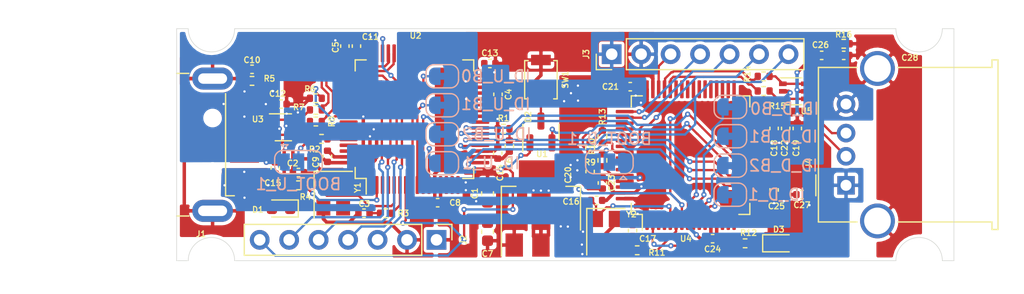
<source format=kicad_pcb>
(kicad_pcb (version 20171130) (host pcbnew 5.1.6-c6e7f7d~87~ubuntu18.04.1)

  (general
    (thickness 1.6)
    (drawings 12)
    (tracks 769)
    (zones 0)
    (modules 69)
    (nets 56)
  )

  (page A4)
  (layers
    (0 F.Cu signal)
    (31 B.Cu signal)
    (32 B.Adhes user)
    (33 F.Adhes user)
    (34 B.Paste user)
    (35 F.Paste user)
    (36 B.SilkS user)
    (37 F.SilkS user)
    (38 B.Mask user)
    (39 F.Mask user)
    (40 Dwgs.User user)
    (41 Cmts.User user)
    (42 Eco1.User user)
    (43 Eco2.User user)
    (44 Edge.Cuts user)
    (45 Margin user)
    (46 B.CrtYd user)
    (47 F.CrtYd user)
    (48 B.Fab user)
    (49 F.Fab user)
  )

  (setup
    (last_trace_width 0.2)
    (trace_clearance 0.2)
    (zone_clearance 0.254)
    (zone_45_only no)
    (trace_min 0.2)
    (via_size 0.45)
    (via_drill 0.2)
    (via_min_size 0.4)
    (via_min_drill 0.2)
    (uvia_size 0.3)
    (uvia_drill 0.1)
    (uvias_allowed no)
    (uvia_min_size 0.2)
    (uvia_min_drill 0.1)
    (edge_width 0.05)
    (segment_width 0.2)
    (pcb_text_width 0.3)
    (pcb_text_size 1.5 1.5)
    (mod_edge_width 0.12)
    (mod_text_size 1 1)
    (mod_text_width 0.15)
    (pad_size 1.524 1.524)
    (pad_drill 0.762)
    (pad_to_mask_clearance 0.05)
    (aux_axis_origin 0 0)
    (visible_elements FFFFFF7F)
    (pcbplotparams
      (layerselection 0x010f0_ffffffff)
      (usegerberextensions false)
      (usegerberattributes false)
      (usegerberadvancedattributes false)
      (creategerberjobfile false)
      (excludeedgelayer true)
      (linewidth 0.100000)
      (plotframeref false)
      (viasonmask false)
      (mode 1)
      (useauxorigin false)
      (hpglpennumber 1)
      (hpglpenspeed 20)
      (hpglpendiameter 15.000000)
      (psnegative false)
      (psa4output false)
      (plotreference true)
      (plotvalue false)
      (plotinvisibletext false)
      (padsonsilk true)
      (subtractmaskfromsilk false)
      (outputformat 1)
      (mirror false)
      (drillshape 0)
      (scaleselection 1)
      (outputdirectory "Gerbers/"))
  )

  (net 0 "")
  (net 1 +5V)
  (net 2 GND)
  (net 3 "Net-(C2-Pad1)")
  (net 4 "Net-(C3-Pad1)")
  (net 5 "Net-(C4-Pad1)")
  (net 6 +3V3)
  (net 7 /UPST_RST)
  (net 8 "Net-(C10-Pad1)")
  (net 9 "Net-(C16-Pad1)")
  (net 10 "Net-(C17-Pad1)")
  (net 11 "Net-(C18-Pad1)")
  (net 12 /DNST_RST)
  (net 13 "Net-(C28-Pad1)")
  (net 14 "Net-(D1-Pad1)")
  (net 15 "Net-(D2-Pad3)")
  (net 16 "Net-(D3-Pad1)")
  (net 17 "Net-(J1-Pad2)")
  (net 18 "Net-(J1-Pad3)")
  (net 19 /UPST_JTDO)
  (net 20 /UPST_JTDI)
  (net 21 /UPST_JTCK)
  (net 22 /UPST_JTMS)
  (net 23 /DNST_JTMS)
  (net 24 /DNST_JTCK)
  (net 25 /DNST_JTDI)
  (net 26 /DNST_JTDO)
  (net 27 "Net-(J4-Pad2)")
  (net 28 "Net-(J4-Pad3)")
  (net 29 "Net-(JP1-Pad2)")
  (net 30 "Net-(JP2-Pad2)")
  (net 31 "Net-(JP3-Pad2)")
  (net 32 "Net-(JP4-Pad2)")
  (net 33 "Net-(JP5-Pad2)")
  (net 34 "Net-(JP6-Pad2)")
  (net 35 "Net-(JP7-Pad2)")
  (net 36 "Net-(JP8-Pad2)")
  (net 37 "Net-(JP9-Pad2)")
  (net 38 "Net-(JP10-Pad2)")
  (net 39 "Net-(R2-Pad1)")
  (net 40 "Net-(R3-Pad1)")
  (net 41 "Net-(R4-Pad1)")
  (net 42 "Net-(R6-Pad2)")
  (net 43 "Net-(R10-Pad1)")
  (net 44 "Net-(R11-Pad1)")
  (net 45 "Net-(R12-Pad1)")
  (net 46 "Net-(R13-Pad2)")
  (net 47 /SPI_MOSI)
  (net 48 /SPI_MISO)
  (net 49 /SPI_SCK)
  (net 50 /SPI_NSS)
  (net 51 /SPI_TX_OK)
  (net 52 /UPST_D+)
  (net 53 /UPST_D-)
  (net 54 /DNST_D+)
  (net 55 /DNST_D-)

  (net_class Default "This is the default net class."
    (clearance 0.2)
    (trace_width 0.2)
    (via_dia 0.45)
    (via_drill 0.2)
    (uvia_dia 0.3)
    (uvia_drill 0.1)
    (diff_pair_width 0.2)
    (diff_pair_gap 0.2)
    (add_net /DNST_D+)
    (add_net /DNST_D-)
    (add_net /DNST_JTCK)
    (add_net /DNST_JTDI)
    (add_net /DNST_JTDO)
    (add_net /DNST_JTMS)
    (add_net /DNST_RST)
    (add_net /SPI_MISO)
    (add_net /SPI_MOSI)
    (add_net /SPI_NSS)
    (add_net /SPI_SCK)
    (add_net /SPI_TX_OK)
    (add_net /UPST_D+)
    (add_net /UPST_D-)
    (add_net /UPST_JTCK)
    (add_net /UPST_JTDI)
    (add_net /UPST_JTDO)
    (add_net /UPST_JTMS)
    (add_net /UPST_RST)
    (add_net "Net-(C16-Pad1)")
    (add_net "Net-(C17-Pad1)")
    (add_net "Net-(C18-Pad1)")
    (add_net "Net-(C2-Pad1)")
    (add_net "Net-(C28-Pad1)")
    (add_net "Net-(C3-Pad1)")
    (add_net "Net-(C4-Pad1)")
    (add_net "Net-(D1-Pad1)")
    (add_net "Net-(D2-Pad3)")
    (add_net "Net-(D3-Pad1)")
    (add_net "Net-(J1-Pad2)")
    (add_net "Net-(J1-Pad3)")
    (add_net "Net-(J4-Pad2)")
    (add_net "Net-(J4-Pad3)")
    (add_net "Net-(JP1-Pad2)")
    (add_net "Net-(JP10-Pad2)")
    (add_net "Net-(JP2-Pad2)")
    (add_net "Net-(JP3-Pad2)")
    (add_net "Net-(JP4-Pad2)")
    (add_net "Net-(JP5-Pad2)")
    (add_net "Net-(JP6-Pad2)")
    (add_net "Net-(JP7-Pad2)")
    (add_net "Net-(JP8-Pad2)")
    (add_net "Net-(JP9-Pad2)")
    (add_net "Net-(R10-Pad1)")
    (add_net "Net-(R11-Pad1)")
    (add_net "Net-(R12-Pad1)")
    (add_net "Net-(R13-Pad2)")
    (add_net "Net-(R2-Pad1)")
    (add_net "Net-(R3-Pad1)")
    (add_net "Net-(R4-Pad1)")
    (add_net "Net-(R6-Pad2)")
  )

  (net_class Power ""
    (clearance 0.2)
    (trace_width 0.3)
    (via_dia 0.45)
    (via_drill 0.2)
    (uvia_dia 0.3)
    (uvia_drill 0.1)
    (diff_pair_width 0.2)
    (diff_pair_gap 0.2)
    (add_net +3V3)
    (add_net +5V)
    (add_net GND)
    (add_net "Net-(C10-Pad1)")
  )

  (module Package_QFP:LQFP-64_10x10mm_P0.5mm (layer F.Cu) (tedit 5D9F72AF) (tstamp 6038637C)
    (at 120.5 137.8 90)
    (descr "LQFP, 64 Pin (https://www.analog.com/media/en/technical-documentation/data-sheets/ad7606_7606-6_7606-4.pdf), generated with kicad-footprint-generator ipc_gullwing_generator.py")
    (tags "LQFP QFP")
    (path /603859AA)
    (attr smd)
    (fp_text reference U2 (at 7.2 0.1 180) (layer F.SilkS)
      (effects (font (size 0.5 0.5) (thickness 0.1)))
    )
    (fp_text value STM32F401RBTx (at 0 7.4 90) (layer F.Fab)
      (effects (font (size 1 1) (thickness 0.15)))
    )
    (fp_line (start 4.16 5.11) (end 5.11 5.11) (layer F.SilkS) (width 0.12))
    (fp_line (start 5.11 5.11) (end 5.11 4.16) (layer F.SilkS) (width 0.12))
    (fp_line (start -4.16 5.11) (end -5.11 5.11) (layer F.SilkS) (width 0.12))
    (fp_line (start -5.11 5.11) (end -5.11 4.16) (layer F.SilkS) (width 0.12))
    (fp_line (start 4.16 -5.11) (end 5.11 -5.11) (layer F.SilkS) (width 0.12))
    (fp_line (start 5.11 -5.11) (end 5.11 -4.16) (layer F.SilkS) (width 0.12))
    (fp_line (start -4.16 -5.11) (end -5.11 -5.11) (layer F.SilkS) (width 0.12))
    (fp_line (start -5.11 -5.11) (end -5.11 -4.16) (layer F.SilkS) (width 0.12))
    (fp_line (start -5.11 -4.16) (end -6.45 -4.16) (layer F.SilkS) (width 0.12))
    (fp_line (start -4 -5) (end 5 -5) (layer F.Fab) (width 0.1))
    (fp_line (start 5 -5) (end 5 5) (layer F.Fab) (width 0.1))
    (fp_line (start 5 5) (end -5 5) (layer F.Fab) (width 0.1))
    (fp_line (start -5 5) (end -5 -4) (layer F.Fab) (width 0.1))
    (fp_line (start -5 -4) (end -4 -5) (layer F.Fab) (width 0.1))
    (fp_line (start 0 -6.7) (end -4.15 -6.7) (layer F.CrtYd) (width 0.05))
    (fp_line (start -4.15 -6.7) (end -4.15 -5.25) (layer F.CrtYd) (width 0.05))
    (fp_line (start -4.15 -5.25) (end -5.25 -5.25) (layer F.CrtYd) (width 0.05))
    (fp_line (start -5.25 -5.25) (end -5.25 -4.15) (layer F.CrtYd) (width 0.05))
    (fp_line (start -5.25 -4.15) (end -6.7 -4.15) (layer F.CrtYd) (width 0.05))
    (fp_line (start -6.7 -4.15) (end -6.7 0) (layer F.CrtYd) (width 0.05))
    (fp_line (start 0 -6.7) (end 4.15 -6.7) (layer F.CrtYd) (width 0.05))
    (fp_line (start 4.15 -6.7) (end 4.15 -5.25) (layer F.CrtYd) (width 0.05))
    (fp_line (start 4.15 -5.25) (end 5.25 -5.25) (layer F.CrtYd) (width 0.05))
    (fp_line (start 5.25 -5.25) (end 5.25 -4.15) (layer F.CrtYd) (width 0.05))
    (fp_line (start 5.25 -4.15) (end 6.7 -4.15) (layer F.CrtYd) (width 0.05))
    (fp_line (start 6.7 -4.15) (end 6.7 0) (layer F.CrtYd) (width 0.05))
    (fp_line (start 0 6.7) (end -4.15 6.7) (layer F.CrtYd) (width 0.05))
    (fp_line (start -4.15 6.7) (end -4.15 5.25) (layer F.CrtYd) (width 0.05))
    (fp_line (start -4.15 5.25) (end -5.25 5.25) (layer F.CrtYd) (width 0.05))
    (fp_line (start -5.25 5.25) (end -5.25 4.15) (layer F.CrtYd) (width 0.05))
    (fp_line (start -5.25 4.15) (end -6.7 4.15) (layer F.CrtYd) (width 0.05))
    (fp_line (start -6.7 4.15) (end -6.7 0) (layer F.CrtYd) (width 0.05))
    (fp_line (start 0 6.7) (end 4.15 6.7) (layer F.CrtYd) (width 0.05))
    (fp_line (start 4.15 6.7) (end 4.15 5.25) (layer F.CrtYd) (width 0.05))
    (fp_line (start 4.15 5.25) (end 5.25 5.25) (layer F.CrtYd) (width 0.05))
    (fp_line (start 5.25 5.25) (end 5.25 4.15) (layer F.CrtYd) (width 0.05))
    (fp_line (start 5.25 4.15) (end 6.7 4.15) (layer F.CrtYd) (width 0.05))
    (fp_line (start 6.7 4.15) (end 6.7 0) (layer F.CrtYd) (width 0.05))
    (fp_text user %R (at 0 0 90) (layer F.Fab)
      (effects (font (size 1 1) (thickness 0.15)))
    )
    (pad 64 smd roundrect (at -3.75 -5.675 90) (size 0.3 1.55) (layers F.Cu F.Paste F.Mask) (roundrect_rratio 0.25)
      (net 6 +3V3))
    (pad 63 smd roundrect (at -3.25 -5.675 90) (size 0.3 1.55) (layers F.Cu F.Paste F.Mask) (roundrect_rratio 0.25)
      (net 2 GND))
    (pad 62 smd roundrect (at -2.75 -5.675 90) (size 0.3 1.55) (layers F.Cu F.Paste F.Mask) (roundrect_rratio 0.25))
    (pad 61 smd roundrect (at -2.25 -5.675 90) (size 0.3 1.55) (layers F.Cu F.Paste F.Mask) (roundrect_rratio 0.25))
    (pad 60 smd roundrect (at -1.75 -5.675 90) (size 0.3 1.55) (layers F.Cu F.Paste F.Mask) (roundrect_rratio 0.25)
      (net 39 "Net-(R2-Pad1)"))
    (pad 59 smd roundrect (at -1.25 -5.675 90) (size 0.3 1.55) (layers F.Cu F.Paste F.Mask) (roundrect_rratio 0.25))
    (pad 58 smd roundrect (at -0.75 -5.675 90) (size 0.3 1.55) (layers F.Cu F.Paste F.Mask) (roundrect_rratio 0.25))
    (pad 57 smd roundrect (at -0.25 -5.675 90) (size 0.3 1.55) (layers F.Cu F.Paste F.Mask) (roundrect_rratio 0.25))
    (pad 56 smd roundrect (at 0.25 -5.675 90) (size 0.3 1.55) (layers F.Cu F.Paste F.Mask) (roundrect_rratio 0.25)
      (net 42 "Net-(R6-Pad2)"))
    (pad 55 smd roundrect (at 0.75 -5.675 90) (size 0.3 1.55) (layers F.Cu F.Paste F.Mask) (roundrect_rratio 0.25)
      (net 19 /UPST_JTDO))
    (pad 54 smd roundrect (at 1.25 -5.675 90) (size 0.3 1.55) (layers F.Cu F.Paste F.Mask) (roundrect_rratio 0.25))
    (pad 53 smd roundrect (at 1.75 -5.675 90) (size 0.3 1.55) (layers F.Cu F.Paste F.Mask) (roundrect_rratio 0.25))
    (pad 52 smd roundrect (at 2.25 -5.675 90) (size 0.3 1.55) (layers F.Cu F.Paste F.Mask) (roundrect_rratio 0.25))
    (pad 51 smd roundrect (at 2.75 -5.675 90) (size 0.3 1.55) (layers F.Cu F.Paste F.Mask) (roundrect_rratio 0.25))
    (pad 50 smd roundrect (at 3.25 -5.675 90) (size 0.3 1.55) (layers F.Cu F.Paste F.Mask) (roundrect_rratio 0.25)
      (net 20 /UPST_JTDI))
    (pad 49 smd roundrect (at 3.75 -5.675 90) (size 0.3 1.55) (layers F.Cu F.Paste F.Mask) (roundrect_rratio 0.25)
      (net 21 /UPST_JTCK))
    (pad 48 smd roundrect (at 5.675 -3.75 90) (size 1.55 0.3) (layers F.Cu F.Paste F.Mask) (roundrect_rratio 0.25)
      (net 6 +3V3))
    (pad 47 smd roundrect (at 5.675 -3.25 90) (size 1.55 0.3) (layers F.Cu F.Paste F.Mask) (roundrect_rratio 0.25)
      (net 2 GND))
    (pad 46 smd roundrect (at 5.675 -2.75 90) (size 1.55 0.3) (layers F.Cu F.Paste F.Mask) (roundrect_rratio 0.25)
      (net 22 /UPST_JTMS))
    (pad 45 smd roundrect (at 5.675 -2.25 90) (size 1.55 0.3) (layers F.Cu F.Paste F.Mask) (roundrect_rratio 0.25)
      (net 52 /UPST_D+))
    (pad 44 smd roundrect (at 5.675 -1.75 90) (size 1.55 0.3) (layers F.Cu F.Paste F.Mask) (roundrect_rratio 0.25)
      (net 53 /UPST_D-))
    (pad 43 smd roundrect (at 5.675 -1.25 90) (size 1.55 0.3) (layers F.Cu F.Paste F.Mask) (roundrect_rratio 0.25))
    (pad 42 smd roundrect (at 5.675 -0.75 90) (size 1.55 0.3) (layers F.Cu F.Paste F.Mask) (roundrect_rratio 0.25))
    (pad 41 smd roundrect (at 5.675 -0.25 90) (size 1.55 0.3) (layers F.Cu F.Paste F.Mask) (roundrect_rratio 0.25))
    (pad 40 smd roundrect (at 5.675 0.25 90) (size 1.55 0.3) (layers F.Cu F.Paste F.Mask) (roundrect_rratio 0.25))
    (pad 39 smd roundrect (at 5.675 0.75 90) (size 1.55 0.3) (layers F.Cu F.Paste F.Mask) (roundrect_rratio 0.25))
    (pad 38 smd roundrect (at 5.675 1.25 90) (size 1.55 0.3) (layers F.Cu F.Paste F.Mask) (roundrect_rratio 0.25))
    (pad 37 smd roundrect (at 5.675 1.75 90) (size 1.55 0.3) (layers F.Cu F.Paste F.Mask) (roundrect_rratio 0.25))
    (pad 36 smd roundrect (at 5.675 2.25 90) (size 1.55 0.3) (layers F.Cu F.Paste F.Mask) (roundrect_rratio 0.25))
    (pad 35 smd roundrect (at 5.675 2.75 90) (size 1.55 0.3) (layers F.Cu F.Paste F.Mask) (roundrect_rratio 0.25))
    (pad 34 smd roundrect (at 5.675 3.25 90) (size 1.55 0.3) (layers F.Cu F.Paste F.Mask) (roundrect_rratio 0.25))
    (pad 33 smd roundrect (at 5.675 3.75 90) (size 1.55 0.3) (layers F.Cu F.Paste F.Mask) (roundrect_rratio 0.25))
    (pad 32 smd roundrect (at 3.75 5.675 90) (size 0.3 1.55) (layers F.Cu F.Paste F.Mask) (roundrect_rratio 0.25)
      (net 6 +3V3))
    (pad 31 smd roundrect (at 3.25 5.675 90) (size 0.3 1.55) (layers F.Cu F.Paste F.Mask) (roundrect_rratio 0.25)
      (net 2 GND))
    (pad 30 smd roundrect (at 2.75 5.675 90) (size 0.3 1.55) (layers F.Cu F.Paste F.Mask) (roundrect_rratio 0.25)
      (net 5 "Net-(C4-Pad1)"))
    (pad 29 smd roundrect (at 2.25 5.675 90) (size 0.3 1.55) (layers F.Cu F.Paste F.Mask) (roundrect_rratio 0.25))
    (pad 28 smd roundrect (at 1.75 5.675 90) (size 0.3 1.55) (layers F.Cu F.Paste F.Mask) (roundrect_rratio 0.25)
      (net 2 GND))
    (pad 27 smd roundrect (at 1.25 5.675 90) (size 0.3 1.55) (layers F.Cu F.Paste F.Mask) (roundrect_rratio 0.25))
    (pad 26 smd roundrect (at 0.75 5.675 90) (size 0.3 1.55) (layers F.Cu F.Paste F.Mask) (roundrect_rratio 0.25))
    (pad 25 smd roundrect (at 0.25 5.675 90) (size 0.3 1.55) (layers F.Cu F.Paste F.Mask) (roundrect_rratio 0.25))
    (pad 24 smd roundrect (at -0.25 5.675 90) (size 0.3 1.55) (layers F.Cu F.Paste F.Mask) (roundrect_rratio 0.25))
    (pad 23 smd roundrect (at -0.75 5.675 90) (size 0.3 1.55) (layers F.Cu F.Paste F.Mask) (roundrect_rratio 0.25)
      (net 47 /SPI_MOSI))
    (pad 22 smd roundrect (at -1.25 5.675 90) (size 0.3 1.55) (layers F.Cu F.Paste F.Mask) (roundrect_rratio 0.25)
      (net 48 /SPI_MISO))
    (pad 21 smd roundrect (at -1.75 5.675 90) (size 0.3 1.55) (layers F.Cu F.Paste F.Mask) (roundrect_rratio 0.25)
      (net 49 /SPI_SCK))
    (pad 20 smd roundrect (at -2.25 5.675 90) (size 0.3 1.55) (layers F.Cu F.Paste F.Mask) (roundrect_rratio 0.25)
      (net 50 /SPI_NSS))
    (pad 19 smd roundrect (at -2.75 5.675 90) (size 0.3 1.55) (layers F.Cu F.Paste F.Mask) (roundrect_rratio 0.25)
      (net 6 +3V3))
    (pad 18 smd roundrect (at -3.25 5.675 90) (size 0.3 1.55) (layers F.Cu F.Paste F.Mask) (roundrect_rratio 0.25)
      (net 2 GND))
    (pad 17 smd roundrect (at -3.75 5.675 90) (size 0.3 1.55) (layers F.Cu F.Paste F.Mask) (roundrect_rratio 0.25)
      (net 51 /SPI_TX_OK))
    (pad 16 smd roundrect (at -5.675 3.75 90) (size 1.55 0.3) (layers F.Cu F.Paste F.Mask) (roundrect_rratio 0.25))
    (pad 15 smd roundrect (at -5.675 3.25 90) (size 1.55 0.3) (layers F.Cu F.Paste F.Mask) (roundrect_rratio 0.25))
    (pad 14 smd roundrect (at -5.675 2.75 90) (size 1.55 0.3) (layers F.Cu F.Paste F.Mask) (roundrect_rratio 0.25))
    (pad 13 smd roundrect (at -5.675 2.25 90) (size 1.55 0.3) (layers F.Cu F.Paste F.Mask) (roundrect_rratio 0.25)
      (net 6 +3V3))
    (pad 12 smd roundrect (at -5.675 1.75 90) (size 1.55 0.3) (layers F.Cu F.Paste F.Mask) (roundrect_rratio 0.25)
      (net 2 GND))
    (pad 11 smd roundrect (at -5.675 1.25 90) (size 1.55 0.3) (layers F.Cu F.Paste F.Mask) (roundrect_rratio 0.25)
      (net 33 "Net-(JP5-Pad2)"))
    (pad 10 smd roundrect (at -5.675 0.75 90) (size 1.55 0.3) (layers F.Cu F.Paste F.Mask) (roundrect_rratio 0.25)
      (net 32 "Net-(JP4-Pad2)"))
    (pad 9 smd roundrect (at -5.675 0.25 90) (size 1.55 0.3) (layers F.Cu F.Paste F.Mask) (roundrect_rratio 0.25)
      (net 31 "Net-(JP3-Pad2)"))
    (pad 8 smd roundrect (at -5.675 -0.25 90) (size 1.55 0.3) (layers F.Cu F.Paste F.Mask) (roundrect_rratio 0.25)
      (net 30 "Net-(JP2-Pad2)"))
    (pad 7 smd roundrect (at -5.675 -0.75 90) (size 1.55 0.3) (layers F.Cu F.Paste F.Mask) (roundrect_rratio 0.25)
      (net 7 /UPST_RST))
    (pad 6 smd roundrect (at -5.675 -1.25 90) (size 1.55 0.3) (layers F.Cu F.Paste F.Mask) (roundrect_rratio 0.25)
      (net 40 "Net-(R3-Pad1)"))
    (pad 5 smd roundrect (at -5.675 -1.75 90) (size 1.55 0.3) (layers F.Cu F.Paste F.Mask) (roundrect_rratio 0.25)
      (net 3 "Net-(C2-Pad1)"))
    (pad 4 smd roundrect (at -5.675 -2.25 90) (size 1.55 0.3) (layers F.Cu F.Paste F.Mask) (roundrect_rratio 0.25))
    (pad 3 smd roundrect (at -5.675 -2.75 90) (size 1.55 0.3) (layers F.Cu F.Paste F.Mask) (roundrect_rratio 0.25))
    (pad 2 smd roundrect (at -5.675 -3.25 90) (size 1.55 0.3) (layers F.Cu F.Paste F.Mask) (roundrect_rratio 0.25)
      (net 41 "Net-(R4-Pad1)"))
    (pad 1 smd roundrect (at -5.675 -3.75 90) (size 1.55 0.3) (layers F.Cu F.Paste F.Mask) (roundrect_rratio 0.25)
      (net 6 +3V3))
    (model ${KICAD6_3DMODEL_DIR}/Package_QFP.3dshapes/LQFP-64_10x10mm_P0.5mm.wrl
      (at (xyz 0 0 0))
      (scale (xyz 1 1 1))
      (rotate (xyz 0 0 0))
    )
  )

  (module Capacitor_SMD:C_0603_1608Metric (layer F.Cu) (tedit 5F68FEEE) (tstamp 603DBDF2)
    (at 126.8 144.2 90)
    (descr "Capacitor SMD 0603 (1608 Metric), square (rectangular) end terminal, IPC_7351 nominal, (Body size source: IPC-SM-782 page 76, https://www.pcb-3d.com/wordpress/wp-content/uploads/ipc-sm-782a_amendment_1_and_2.pdf), generated with kicad-footprint-generator")
    (tags capacitor)
    (path /60582667)
    (attr smd)
    (fp_text reference C1 (at 0 -1.1 90) (layer F.SilkS)
      (effects (font (size 0.5 0.5) (thickness 0.1)))
    )
    (fp_text value 10u (at 0 1.43 90) (layer F.Fab)
      (effects (font (size 1 1) (thickness 0.15)))
    )
    (fp_line (start 1.48 0.73) (end -1.48 0.73) (layer F.CrtYd) (width 0.05))
    (fp_line (start 1.48 -0.73) (end 1.48 0.73) (layer F.CrtYd) (width 0.05))
    (fp_line (start -1.48 -0.73) (end 1.48 -0.73) (layer F.CrtYd) (width 0.05))
    (fp_line (start -1.48 0.73) (end -1.48 -0.73) (layer F.CrtYd) (width 0.05))
    (fp_line (start -0.14058 0.51) (end 0.14058 0.51) (layer F.SilkS) (width 0.12))
    (fp_line (start -0.14058 -0.51) (end 0.14058 -0.51) (layer F.SilkS) (width 0.12))
    (fp_line (start 0.8 0.4) (end -0.8 0.4) (layer F.Fab) (width 0.1))
    (fp_line (start 0.8 -0.4) (end 0.8 0.4) (layer F.Fab) (width 0.1))
    (fp_line (start -0.8 -0.4) (end 0.8 -0.4) (layer F.Fab) (width 0.1))
    (fp_line (start -0.8 0.4) (end -0.8 -0.4) (layer F.Fab) (width 0.1))
    (fp_text user %R (at 0 0 90) (layer F.Fab)
      (effects (font (size 0.4 0.4) (thickness 0.06)))
    )
    (pad 1 smd roundrect (at -0.775 0 90) (size 0.9 0.95) (layers F.Cu F.Paste F.Mask) (roundrect_rratio 0.25)
      (net 1 +5V))
    (pad 2 smd roundrect (at 0.775 0 90) (size 0.9 0.95) (layers F.Cu F.Paste F.Mask) (roundrect_rratio 0.25)
      (net 2 GND))
    (model ${KICAD6_3DMODEL_DIR}/Capacitor_SMD.3dshapes/C_0603_1608Metric.wrl
      (at (xyz 0 0 0))
      (scale (xyz 1 1 1))
      (rotate (xyz 0 0 0))
    )
  )

  (module Capacitor_SMD:C_0603_1608Metric (layer F.Cu) (tedit 5F68FEEE) (tstamp 60385ED9)
    (at 126.8 147.5 270)
    (descr "Capacitor SMD 0603 (1608 Metric), square (rectangular) end terminal, IPC_7351 nominal, (Body size source: IPC-SM-782 page 76, https://www.pcb-3d.com/wordpress/wp-content/uploads/ipc-sm-782a_amendment_1_and_2.pdf), generated with kicad-footprint-generator")
    (tags capacitor)
    (path /6058266D)
    (attr smd)
    (fp_text reference C7 (at 1.9 0) (layer F.SilkS)
      (effects (font (size 0.5 0.5) (thickness 0.1)))
    )
    (fp_text value 22u (at 0 1.43 90) (layer F.Fab)
      (effects (font (size 1 1) (thickness 0.15)))
    )
    (fp_line (start 1.48 0.73) (end -1.48 0.73) (layer F.CrtYd) (width 0.05))
    (fp_line (start 1.48 -0.73) (end 1.48 0.73) (layer F.CrtYd) (width 0.05))
    (fp_line (start -1.48 -0.73) (end 1.48 -0.73) (layer F.CrtYd) (width 0.05))
    (fp_line (start -1.48 0.73) (end -1.48 -0.73) (layer F.CrtYd) (width 0.05))
    (fp_line (start -0.14058 0.51) (end 0.14058 0.51) (layer F.SilkS) (width 0.12))
    (fp_line (start -0.14058 -0.51) (end 0.14058 -0.51) (layer F.SilkS) (width 0.12))
    (fp_line (start 0.8 0.4) (end -0.8 0.4) (layer F.Fab) (width 0.1))
    (fp_line (start 0.8 -0.4) (end 0.8 0.4) (layer F.Fab) (width 0.1))
    (fp_line (start -0.8 -0.4) (end 0.8 -0.4) (layer F.Fab) (width 0.1))
    (fp_line (start -0.8 0.4) (end -0.8 -0.4) (layer F.Fab) (width 0.1))
    (fp_text user %R (at 0 0 90) (layer F.Fab)
      (effects (font (size 0.4 0.4) (thickness 0.06)))
    )
    (pad 1 smd roundrect (at -0.775 0 270) (size 0.9 0.95) (layers F.Cu F.Paste F.Mask) (roundrect_rratio 0.25)
      (net 6 +3V3))
    (pad 2 smd roundrect (at 0.775 0 270) (size 0.9 0.95) (layers F.Cu F.Paste F.Mask) (roundrect_rratio 0.25)
      (net 2 GND))
    (model ${KICAD6_3DMODEL_DIR}/Capacitor_SMD.3dshapes/C_0603_1608Metric.wrl
      (at (xyz 0 0 0))
      (scale (xyz 1 1 1))
      (rotate (xyz 0 0 0))
    )
  )

  (module LED_SMD:LED_0603_1608Metric (layer F.Cu) (tedit 5F68FEF1) (tstamp 60386051)
    (at 109 145.5 180)
    (descr "LED SMD 0603 (1608 Metric), square (rectangular) end terminal, IPC_7351 nominal, (Body size source: http://www.tortai-tech.com/upload/download/2011102023233369053.pdf), generated with kicad-footprint-generator")
    (tags LED)
    (path /603E0EEE)
    (attr smd)
    (fp_text reference D1 (at 2 -0.1) (layer F.SilkS)
      (effects (font (size 0.5 0.5) (thickness 0.1)))
    )
    (fp_text value FAULT_U1 (at 0 1.43) (layer F.Fab)
      (effects (font (size 1 1) (thickness 0.15)))
    )
    (fp_line (start 1.48 0.73) (end -1.48 0.73) (layer F.CrtYd) (width 0.05))
    (fp_line (start 1.48 -0.73) (end 1.48 0.73) (layer F.CrtYd) (width 0.05))
    (fp_line (start -1.48 -0.73) (end 1.48 -0.73) (layer F.CrtYd) (width 0.05))
    (fp_line (start -1.48 0.73) (end -1.48 -0.73) (layer F.CrtYd) (width 0.05))
    (fp_line (start -1.485 0.735) (end 0.8 0.735) (layer F.SilkS) (width 0.12))
    (fp_line (start -1.485 -0.735) (end -1.485 0.735) (layer F.SilkS) (width 0.12))
    (fp_line (start 0.8 -0.735) (end -1.485 -0.735) (layer F.SilkS) (width 0.12))
    (fp_line (start 0.8 0.4) (end 0.8 -0.4) (layer F.Fab) (width 0.1))
    (fp_line (start -0.8 0.4) (end 0.8 0.4) (layer F.Fab) (width 0.1))
    (fp_line (start -0.8 -0.1) (end -0.8 0.4) (layer F.Fab) (width 0.1))
    (fp_line (start -0.5 -0.4) (end -0.8 -0.1) (layer F.Fab) (width 0.1))
    (fp_line (start 0.8 -0.4) (end -0.5 -0.4) (layer F.Fab) (width 0.1))
    (fp_text user %R (at 0 0) (layer F.Fab)
      (effects (font (size 0.4 0.4) (thickness 0.06)))
    )
    (pad 1 smd roundrect (at -0.7875 0 180) (size 0.875 0.95) (layers F.Cu F.Paste F.Mask) (roundrect_rratio 0.25)
      (net 14 "Net-(D1-Pad1)"))
    (pad 2 smd roundrect (at 0.7875 0 180) (size 0.875 0.95) (layers F.Cu F.Paste F.Mask) (roundrect_rratio 0.25)
      (net 6 +3V3))
    (model ${KICAD6_3DMODEL_DIR}/LED_SMD.3dshapes/LED_0603_1608Metric.wrl
      (at (xyz 0 0 0))
      (scale (xyz 1 1 1))
      (rotate (xyz 0 0 0))
    )
  )

  (module Package_TO_SOT_SMD:SOT-23 (layer F.Cu) (tedit 5FA16958) (tstamp 60386066)
    (at 131.4 138.9 90)
    (descr "SOT, 3 Pin (https://www.jedec.org/system/files/docs/to-236h.pdf variant AB), generated with kicad-footprint-generator ipc_gullwing_generator.py")
    (tags "SOT TO_SOT_SMD")
    (path /606735EC)
    (attr smd)
    (fp_text reference D2 (at 1.3 -1.1 90) (layer F.SilkS)
      (effects (font (size 0.5 0.5) (thickness 0.1)))
    )
    (fp_text value D_Dual_CommonCathode_AAK (at 0 2.4 90) (layer F.Fab)
      (effects (font (size 1 1) (thickness 0.15)))
    )
    (fp_line (start 1.92 -1.7) (end -1.92 -1.7) (layer F.CrtYd) (width 0.05))
    (fp_line (start 1.92 1.7) (end 1.92 -1.7) (layer F.CrtYd) (width 0.05))
    (fp_line (start -1.92 1.7) (end 1.92 1.7) (layer F.CrtYd) (width 0.05))
    (fp_line (start -1.92 -1.7) (end -1.92 1.7) (layer F.CrtYd) (width 0.05))
    (fp_line (start -0.65 -1.125) (end -0.325 -1.45) (layer F.Fab) (width 0.1))
    (fp_line (start -0.65 1.45) (end -0.65 -1.125) (layer F.Fab) (width 0.1))
    (fp_line (start 0.65 1.45) (end -0.65 1.45) (layer F.Fab) (width 0.1))
    (fp_line (start 0.65 -1.45) (end 0.65 1.45) (layer F.Fab) (width 0.1))
    (fp_line (start -0.325 -1.45) (end 0.65 -1.45) (layer F.Fab) (width 0.1))
    (fp_line (start 0 -1.56) (end -1.675 -1.56) (layer F.SilkS) (width 0.12))
    (fp_line (start 0 -1.56) (end 0.65 -1.56) (layer F.SilkS) (width 0.12))
    (fp_line (start 0 1.56) (end -0.65 1.56) (layer F.SilkS) (width 0.12))
    (fp_line (start 0 1.56) (end 0.65 1.56) (layer F.SilkS) (width 0.12))
    (fp_text user %R (at 0 0 90) (layer F.Fab)
      (effects (font (size 0.32 0.32) (thickness 0.05)))
    )
    (pad 1 smd roundrect (at -0.9375 -0.95 90) (size 1.475 0.6) (layers F.Cu F.Paste F.Mask) (roundrect_rratio 0.25)
      (net 7 /UPST_RST))
    (pad 2 smd roundrect (at -0.9375 0.95 90) (size 1.475 0.6) (layers F.Cu F.Paste F.Mask) (roundrect_rratio 0.25)
      (net 12 /DNST_RST))
    (pad 3 smd roundrect (at 0.9375 0 90) (size 1.475 0.6) (layers F.Cu F.Paste F.Mask) (roundrect_rratio 0.25)
      (net 15 "Net-(D2-Pad3)"))
    (model ${KICAD6_3DMODEL_DIR}/Package_TO_SOT_SMD.3dshapes/SOT-23.wrl
      (at (xyz 0 0 0))
      (scale (xyz 1 1 1))
      (rotate (xyz 0 0 0))
    )
  )

  (module LED_SMD:LED_0603_1608Metric (layer F.Cu) (tedit 5F68FEF1) (tstamp 60386079)
    (at 152 148.5)
    (descr "LED SMD 0603 (1608 Metric), square (rectangular) end terminal, IPC_7351 nominal, (Body size source: http://www.tortai-tech.com/upload/download/2011102023233369053.pdf), generated with kicad-footprint-generator")
    (tags LED)
    (path /60517DB2)
    (attr smd)
    (fp_text reference D3 (at -0.1 -1.2) (layer F.SilkS)
      (effects (font (size 0.5 0.5) (thickness 0.1)))
    )
    (fp_text value FAULT_D1 (at 0 1.43) (layer F.Fab)
      (effects (font (size 1 1) (thickness 0.15)))
    )
    (fp_line (start 0.8 -0.4) (end -0.5 -0.4) (layer F.Fab) (width 0.1))
    (fp_line (start -0.5 -0.4) (end -0.8 -0.1) (layer F.Fab) (width 0.1))
    (fp_line (start -0.8 -0.1) (end -0.8 0.4) (layer F.Fab) (width 0.1))
    (fp_line (start -0.8 0.4) (end 0.8 0.4) (layer F.Fab) (width 0.1))
    (fp_line (start 0.8 0.4) (end 0.8 -0.4) (layer F.Fab) (width 0.1))
    (fp_line (start 0.8 -0.735) (end -1.485 -0.735) (layer F.SilkS) (width 0.12))
    (fp_line (start -1.485 -0.735) (end -1.485 0.735) (layer F.SilkS) (width 0.12))
    (fp_line (start -1.485 0.735) (end 0.8 0.735) (layer F.SilkS) (width 0.12))
    (fp_line (start -1.48 0.73) (end -1.48 -0.73) (layer F.CrtYd) (width 0.05))
    (fp_line (start -1.48 -0.73) (end 1.48 -0.73) (layer F.CrtYd) (width 0.05))
    (fp_line (start 1.48 -0.73) (end 1.48 0.73) (layer F.CrtYd) (width 0.05))
    (fp_line (start 1.48 0.73) (end -1.48 0.73) (layer F.CrtYd) (width 0.05))
    (fp_text user %R (at 0 0) (layer F.Fab)
      (effects (font (size 0.4 0.4) (thickness 0.06)))
    )
    (pad 2 smd roundrect (at 0.7875 0) (size 0.875 0.95) (layers F.Cu F.Paste F.Mask) (roundrect_rratio 0.25)
      (net 6 +3V3))
    (pad 1 smd roundrect (at -0.7875 0) (size 0.875 0.95) (layers F.Cu F.Paste F.Mask) (roundrect_rratio 0.25)
      (net 16 "Net-(D3-Pad1)"))
    (model ${KICAD6_3DMODEL_DIR}/LED_SMD.3dshapes/LED_0603_1608Metric.wrl
      (at (xyz 0 0 0))
      (scale (xyz 1 1 1))
      (rotate (xyz 0 0 0))
    )
  )

  (module Connector_USB:USB_A_CNCTech_1001-011-01101_Horizontal (layer F.Cu) (tedit 5E754393) (tstamp 603860AD)
    (at 96.2 140 180)
    (descr "USB type A Plug, Horizontal, http://cnctech.us/pdfs/1001-011-01101.pdf")
    (tags USB-A)
    (path /60390DEF)
    (attr smd)
    (fp_text reference J1 (at -5.9 -7.7) (layer F.SilkS)
      (effects (font (size 0.5 0.5) (thickness 0.1)))
    )
    (fp_text value USB_A_Plug (at 0 8 180) (layer F.Fab)
      (effects (font (size 1 1) (thickness 0.15)))
    )
    (fp_line (start -7.25 -4) (end -7.25 -3.05) (layer F.Fab) (width 0.1))
    (fp_line (start -7.75 -3.5) (end -7.25 -4) (layer F.Fab) (width 0.1))
    (fp_line (start -7.75 -3.5) (end -7.25 -3) (layer F.Fab) (width 0.1))
    (fp_line (start -8.02 -4.4) (end -8.775 -4.4) (layer F.SilkS) (width 0.12))
    (fp_line (start -11.4 4.55) (end -9.15 4.55) (layer F.CrtYd) (width 0.05))
    (fp_line (start -9.15 4.55) (end -9.15 7.15) (layer F.CrtYd) (width 0.05))
    (fp_line (start -9.15 7.15) (end -4.65 7.15) (layer F.CrtYd) (width 0.05))
    (fp_line (start -4.65 7.15) (end -4.65 6.52) (layer F.CrtYd) (width 0.05))
    (fp_line (start -4.65 6.52) (end 11.4 6.52) (layer F.CrtYd) (width 0.05))
    (fp_line (start 11.4 6.52) (end 11.4 -6.52) (layer F.CrtYd) (width 0.05))
    (fp_line (start -4.65 -6.52) (end 11.4 -6.52) (layer F.CrtYd) (width 0.05))
    (fp_line (start -4.65 -6.52) (end -4.65 -7.15) (layer F.CrtYd) (width 0.05))
    (fp_line (start -9.15 -7.15) (end -4.65 -7.15) (layer F.CrtYd) (width 0.05))
    (fp_line (start -9.15 -7.15) (end -9.15 -4.55) (layer F.CrtYd) (width 0.05))
    (fp_line (start -11.4 -4.55) (end -9.15 -4.55) (layer F.CrtYd) (width 0.05))
    (fp_line (start -11.4 4.55) (end -11.4 -4.55) (layer F.CrtYd) (width 0.05))
    (fp_line (start -4.85 6.145) (end -3.8 6.145) (layer F.SilkS) (width 0.12))
    (fp_line (start -4.85 -6.145) (end -3.8 -6.145) (layer F.SilkS) (width 0.12))
    (fp_line (start -3.8 6.025) (end -3.8 -6.025) (layer Dwgs.User) (width 0.1))
    (fp_line (start -8.02 -4.4) (end -8.02 4.4) (layer F.SilkS) (width 0.12))
    (fp_circle (center -6.9 2.3) (end -6.9 2.8) (layer F.Fab) (width 0.1))
    (fp_circle (center -6.9 -2.3) (end -6.9 -2.8) (layer F.Fab) (width 0.1))
    (fp_line (start -10.4 -3.25) (end -7.9 -3.25) (layer F.Fab) (width 0.1))
    (fp_line (start -10.4 -3.25) (end -10.4 -3.75) (layer F.Fab) (width 0.1))
    (fp_line (start -10.4 -3.75) (end -7.9 -3.75) (layer F.Fab) (width 0.1))
    (fp_line (start -10.4 -1.25) (end -7.9 -1.25) (layer F.Fab) (width 0.1))
    (fp_line (start -10.4 -0.75) (end -7.9 -0.75) (layer F.Fab) (width 0.1))
    (fp_line (start -10.4 -0.75) (end -10.4 -1.25) (layer F.Fab) (width 0.1))
    (fp_line (start -10.4 1.25) (end -7.9 1.25) (layer F.Fab) (width 0.1))
    (fp_line (start -10.4 1.25) (end -10.4 0.75) (layer F.Fab) (width 0.1))
    (fp_line (start -10.4 0.75) (end -7.9 0.75) (layer F.Fab) (width 0.1))
    (fp_line (start -10.4 3.75) (end -7.9 3.75) (layer F.Fab) (width 0.1))
    (fp_line (start -10.4 3.25) (end -7.9 3.25) (layer F.Fab) (width 0.1))
    (fp_line (start -10.4 3.75) (end -10.4 3.25) (layer F.Fab) (width 0.1))
    (fp_line (start 10.9 6.025) (end 10.9 -6.025) (layer F.Fab) (width 0.1))
    (fp_line (start -7.9 6.025) (end 10.9 6.025) (layer F.Fab) (width 0.1))
    (fp_line (start -7.9 -6.025) (end 10.9 -6.025) (layer F.Fab) (width 0.1))
    (fp_line (start -7.9 6.025) (end -7.9 -6.025) (layer F.Fab) (width 0.1))
    (fp_text user "PCB Edge" (at -4.55 -0.05 90) (layer Dwgs.User)
      (effects (font (size 0.6 0.6) (thickness 0.09)))
    )
    (fp_text user %R (at -6 0 90) (layer F.Fab)
      (effects (font (size 1 1) (thickness 0.15)))
    )
    (pad 2 smd rect (at -9.65 -1 180) (size 2.5 1.1) (layers F.Cu F.Paste F.Mask)
      (net 17 "Net-(J1-Pad2)"))
    (pad 3 smd rect (at -9.65 1 180) (size 2.5 1.1) (layers F.Cu F.Paste F.Mask)
      (net 18 "Net-(J1-Pad3)"))
    (pad 1 smd rect (at -9.65 -3.5 180) (size 2.5 1.1) (layers F.Cu F.Paste F.Mask)
      (net 1 +5V))
    (pad 4 smd rect (at -9.65 3.5 180) (size 2.5 1.1) (layers F.Cu F.Paste F.Mask)
      (net 2 GND))
    (pad 5 thru_hole oval (at -6.9 -5.7 180) (size 3.5 1.9) (drill oval 2.5 0.9) (layers *.Cu *.Mask)
      (net 8 "Net-(C10-Pad1)"))
    (pad 5 thru_hole oval (at -6.9 5.7 180) (size 3.5 1.9) (drill oval 2.5 0.9) (layers *.Cu *.Mask)
      (net 8 "Net-(C10-Pad1)"))
    (pad "" np_thru_hole circle (at -6.9 -2.3 180) (size 1.1 1.1) (drill 1.1) (layers *.Cu *.Mask))
    (pad "" np_thru_hole circle (at -6.9 2.3 180) (size 1.1 1.1) (drill 1.1) (layers *.Cu *.Mask))
    (model ../3D/CNCTech_1001-011-01101/CNCTech_1001-011-01101.wrl
      (at (xyz 0 0 0))
      (scale (xyz 1 1 1))
      (rotate (xyz 0 0 0))
    )
  )

  (module Connector_PinHeader_2.54mm:PinHeader_1x07_P2.54mm_Vertical (layer F.Cu) (tedit 59FED5CC) (tstamp 603860C8)
    (at 122.4 148.2 270)
    (descr "Through hole straight pin header, 1x07, 2.54mm pitch, single row")
    (tags "Through hole pin header THT 1x07 2.54mm single row")
    (path /60431BD6)
    (fp_text reference J2 (at 0 -2.33 90) (layer F.SilkS)
      (effects (font (size 0.5 0.5) (thickness 0.1)))
    )
    (fp_text value Conn_01x07 (at 0 17.57 90) (layer F.Fab)
      (effects (font (size 1 1) (thickness 0.15)))
    )
    (fp_line (start -0.635 -1.27) (end 1.27 -1.27) (layer F.Fab) (width 0.1))
    (fp_line (start 1.27 -1.27) (end 1.27 16.51) (layer F.Fab) (width 0.1))
    (fp_line (start 1.27 16.51) (end -1.27 16.51) (layer F.Fab) (width 0.1))
    (fp_line (start -1.27 16.51) (end -1.27 -0.635) (layer F.Fab) (width 0.1))
    (fp_line (start -1.27 -0.635) (end -0.635 -1.27) (layer F.Fab) (width 0.1))
    (fp_line (start -1.33 16.57) (end 1.33 16.57) (layer F.SilkS) (width 0.12))
    (fp_line (start -1.33 1.27) (end -1.33 16.57) (layer F.SilkS) (width 0.12))
    (fp_line (start 1.33 1.27) (end 1.33 16.57) (layer F.SilkS) (width 0.12))
    (fp_line (start -1.33 1.27) (end 1.33 1.27) (layer F.SilkS) (width 0.12))
    (fp_line (start -1.33 0) (end -1.33 -1.33) (layer F.SilkS) (width 0.12))
    (fp_line (start -1.33 -1.33) (end 0 -1.33) (layer F.SilkS) (width 0.12))
    (fp_line (start -1.8 -1.8) (end -1.8 17.05) (layer F.CrtYd) (width 0.05))
    (fp_line (start -1.8 17.05) (end 1.8 17.05) (layer F.CrtYd) (width 0.05))
    (fp_line (start 1.8 17.05) (end 1.8 -1.8) (layer F.CrtYd) (width 0.05))
    (fp_line (start 1.8 -1.8) (end -1.8 -1.8) (layer F.CrtYd) (width 0.05))
    (fp_text user %R (at 0 7.62) (layer F.Fab)
      (effects (font (size 1 1) (thickness 0.15)))
    )
    (pad 7 thru_hole oval (at 0 15.24 270) (size 1.7 1.7) (drill 1) (layers *.Cu *.Mask)
      (net 7 /UPST_RST))
    (pad 6 thru_hole oval (at 0 12.7 270) (size 1.7 1.7) (drill 1) (layers *.Cu *.Mask)
      (net 19 /UPST_JTDO))
    (pad 5 thru_hole oval (at 0 10.16 270) (size 1.7 1.7) (drill 1) (layers *.Cu *.Mask)
      (net 20 /UPST_JTDI))
    (pad 4 thru_hole oval (at 0 7.62 270) (size 1.7 1.7) (drill 1) (layers *.Cu *.Mask)
      (net 21 /UPST_JTCK))
    (pad 3 thru_hole oval (at 0 5.08 270) (size 1.7 1.7) (drill 1) (layers *.Cu *.Mask)
      (net 22 /UPST_JTMS))
    (pad 2 thru_hole oval (at 0 2.54 270) (size 1.7 1.7) (drill 1) (layers *.Cu *.Mask)
      (net 2 GND))
    (pad 1 thru_hole rect (at 0 0 270) (size 1.7 1.7) (drill 1) (layers *.Cu *.Mask)
      (net 6 +3V3))
    (model ${KICAD6_3DMODEL_DIR}/Connector_PinHeader_2.54mm.3dshapes/PinHeader_1x07_P2.54mm_Vertical.wrl
      (at (xyz 0 0 0))
      (scale (xyz 1 1 1))
      (rotate (xyz 0 0 0))
    )
  )

  (module Connector_PinHeader_2.54mm:PinHeader_1x07_P2.54mm_Vertical (layer F.Cu) (tedit 59FED5CC) (tstamp 603860E3)
    (at 137.5 132.2 90)
    (descr "Through hole straight pin header, 1x07, 2.54mm pitch, single row")
    (tags "Through hole pin header THT 1x07 2.54mm single row")
    (path /60517DF6)
    (fp_text reference J3 (at 0 -2.2 90) (layer F.SilkS)
      (effects (font (size 0.5 0.5) (thickness 0.1)))
    )
    (fp_text value Conn_01x07 (at 0 17.57 90) (layer F.Fab)
      (effects (font (size 1 1) (thickness 0.15)))
    )
    (fp_line (start 1.8 -1.8) (end -1.8 -1.8) (layer F.CrtYd) (width 0.05))
    (fp_line (start 1.8 17.05) (end 1.8 -1.8) (layer F.CrtYd) (width 0.05))
    (fp_line (start -1.8 17.05) (end 1.8 17.05) (layer F.CrtYd) (width 0.05))
    (fp_line (start -1.8 -1.8) (end -1.8 17.05) (layer F.CrtYd) (width 0.05))
    (fp_line (start -1.33 -1.33) (end 0 -1.33) (layer F.SilkS) (width 0.12))
    (fp_line (start -1.33 0) (end -1.33 -1.33) (layer F.SilkS) (width 0.12))
    (fp_line (start -1.33 1.27) (end 1.33 1.27) (layer F.SilkS) (width 0.12))
    (fp_line (start 1.33 1.27) (end 1.33 16.57) (layer F.SilkS) (width 0.12))
    (fp_line (start -1.33 1.27) (end -1.33 16.57) (layer F.SilkS) (width 0.12))
    (fp_line (start -1.33 16.57) (end 1.33 16.57) (layer F.SilkS) (width 0.12))
    (fp_line (start -1.27 -0.635) (end -0.635 -1.27) (layer F.Fab) (width 0.1))
    (fp_line (start -1.27 16.51) (end -1.27 -0.635) (layer F.Fab) (width 0.1))
    (fp_line (start 1.27 16.51) (end -1.27 16.51) (layer F.Fab) (width 0.1))
    (fp_line (start 1.27 -1.27) (end 1.27 16.51) (layer F.Fab) (width 0.1))
    (fp_line (start -0.635 -1.27) (end 1.27 -1.27) (layer F.Fab) (width 0.1))
    (fp_text user %R (at 0 7.62) (layer F.Fab)
      (effects (font (size 1 1) (thickness 0.15)))
    )
    (pad 1 thru_hole rect (at 0 0 90) (size 1.7 1.7) (drill 1) (layers *.Cu *.Mask)
      (net 6 +3V3))
    (pad 2 thru_hole oval (at 0 2.54 90) (size 1.7 1.7) (drill 1) (layers *.Cu *.Mask)
      (net 2 GND))
    (pad 3 thru_hole oval (at 0 5.08 90) (size 1.7 1.7) (drill 1) (layers *.Cu *.Mask)
      (net 23 /DNST_JTMS))
    (pad 4 thru_hole oval (at 0 7.62 90) (size 1.7 1.7) (drill 1) (layers *.Cu *.Mask)
      (net 24 /DNST_JTCK))
    (pad 5 thru_hole oval (at 0 10.16 90) (size 1.7 1.7) (drill 1) (layers *.Cu *.Mask)
      (net 25 /DNST_JTDI))
    (pad 6 thru_hole oval (at 0 12.7 90) (size 1.7 1.7) (drill 1) (layers *.Cu *.Mask)
      (net 26 /DNST_JTDO))
    (pad 7 thru_hole oval (at 0 15.24 90) (size 1.7 1.7) (drill 1) (layers *.Cu *.Mask)
      (net 12 /DNST_RST))
    (model ${KICAD6_3DMODEL_DIR}/Connector_PinHeader_2.54mm.3dshapes/PinHeader_1x07_P2.54mm_Vertical.wrl
      (at (xyz 0 0 0))
      (scale (xyz 1 1 1))
      (rotate (xyz 0 0 0))
    )
  )

  (module Connector_USB:USB_A_Molex_67643_Horizontal (layer F.Cu) (tedit 5EA03975) (tstamp 60386110)
    (at 157.7 143.5 90)
    (descr "USB type A, Horizontal, https://www.molex.com/pdm_docs/sd/676433910_sd.pdf")
    (tags "USB_A Female Connector receptacle")
    (path /6069759E)
    (fp_text reference J4 (at 1.9 -3.2 90) (layer F.SilkS)
      (effects (font (size 0.5 0.5) (thickness 0.1)))
    )
    (fp_text value USB_A_Socket (at 3.5 14.5 90) (layer F.Fab)
      (effects (font (size 1 1) (thickness 0.15)))
    )
    (fp_line (start 0 -1.27) (end 1 -2.27) (layer F.Fab) (width 0.1))
    (fp_line (start -1 -2.27) (end 0 -1.27) (layer F.Fab) (width 0.1))
    (fp_line (start -0.9 -2.6) (end 0.9 -2.6) (layer F.SilkS) (width 0.12))
    (fp_line (start -3.05 12.69) (end -3.7 12.69) (layer F.Fab) (width 0.1))
    (fp_line (start 10.81 12.58) (end 10.16 12.58) (layer F.SilkS) (width 0.12))
    (fp_line (start -3.81 12.58) (end -3.81 13.1) (layer F.SilkS) (width 0.12))
    (fp_line (start 10.16 4.47) (end 10.16 12.58) (layer F.SilkS) (width 0.12))
    (fp_line (start -3.81 13.1) (end 10.81 13.1) (layer F.SilkS) (width 0.12))
    (fp_line (start 10.81 13.1) (end 10.81 12.58) (layer F.SilkS) (width 0.12))
    (fp_line (start -3.05 12.69) (end -3.05 -2.27) (layer F.Fab) (width 0.1))
    (fp_line (start 10.16 -2.38) (end 10.16 0.95) (layer F.SilkS) (width 0.12))
    (fp_line (start -3.16 -2.38) (end -3.16 0.95) (layer F.SilkS) (width 0.12))
    (fp_line (start -3.16 -2.38) (end 10.16 -2.38) (layer F.SilkS) (width 0.12))
    (fp_line (start -3.55 12.19) (end -3.55 4.66) (layer F.CrtYd) (width 0.05))
    (fp_line (start -4.2 12.19) (end -3.55 12.19) (layer F.CrtYd) (width 0.05))
    (fp_line (start -4.2 13.49) (end -4.2 12.19) (layer F.CrtYd) (width 0.05))
    (fp_line (start 10.55 12.19) (end 10.55 4.66) (layer F.CrtYd) (width 0.05))
    (fp_line (start 11.2 12.19) (end 10.55 12.19) (layer F.CrtYd) (width 0.05))
    (fp_line (start 11.2 13.49) (end 11.2 12.19) (layer F.CrtYd) (width 0.05))
    (fp_line (start -4.2 13.49) (end 11.2 13.49) (layer F.CrtYd) (width 0.05))
    (fp_line (start -3.55 -2.77) (end -3.55 0.76) (layer F.CrtYd) (width 0.05))
    (fp_line (start 10.55 -2.77) (end 10.55 0.76) (layer F.CrtYd) (width 0.05))
    (fp_line (start -3.55 -2.77) (end 10.55 -2.77) (layer F.CrtYd) (width 0.05))
    (fp_line (start -3.05 9.27) (end 10.05 9.27) (layer F.Fab) (width 0.1))
    (fp_line (start 10.7 12.69) (end 10.05 12.69) (layer F.Fab) (width 0.1))
    (fp_line (start 10.7 12.99) (end 10.7 12.69) (layer F.Fab) (width 0.1))
    (fp_line (start -3.7 12.99) (end 10.7 12.99) (layer F.Fab) (width 0.1))
    (fp_line (start -3.7 12.69) (end -3.7 12.99) (layer F.Fab) (width 0.1))
    (fp_line (start -3.16 12.58) (end -3.81 12.58) (layer F.SilkS) (width 0.12))
    (fp_line (start -3.16 12.58) (end -3.16 4.47) (layer F.SilkS) (width 0.12))
    (fp_line (start 10.05 -2.27) (end 10.05 12.69) (layer F.Fab) (width 0.1))
    (fp_line (start -3.05 -2.27) (end 10.05 -2.27) (layer F.Fab) (width 0.1))
    (fp_text user %R (at 3.5 3.7 90) (layer F.Fab)
      (effects (font (size 1 1) (thickness 0.15)))
    )
    (fp_arc (start -3.07 2.71) (end -3.55 0.76) (angle -152.3426981) (layer F.CrtYd) (width 0.05))
    (fp_arc (start 10.07 2.71) (end 10.55 4.66) (angle -152.3426981) (layer F.CrtYd) (width 0.05))
    (pad 5 thru_hole circle (at -3.07 2.71 90) (size 3 3) (drill 2.3) (layers *.Cu *.Mask)
      (net 13 "Net-(C28-Pad1)"))
    (pad 5 thru_hole circle (at 10.07 2.71 90) (size 3 3) (drill 2.3) (layers *.Cu *.Mask)
      (net 13 "Net-(C28-Pad1)"))
    (pad 1 thru_hole rect (at 0 0 90) (size 1.6 1.5) (drill 0.95) (layers *.Cu *.Mask)
      (net 1 +5V))
    (pad 2 thru_hole circle (at 2.5 0 90) (size 1.6 1.6) (drill 0.95) (layers *.Cu *.Mask)
      (net 27 "Net-(J4-Pad2)"))
    (pad 3 thru_hole circle (at 4.5 0 90) (size 1.6 1.6) (drill 0.95) (layers *.Cu *.Mask)
      (net 28 "Net-(J4-Pad3)"))
    (pad 4 thru_hole circle (at 7 0 90) (size 1.6 1.6) (drill 0.95) (layers *.Cu *.Mask)
      (net 2 GND))
    (model ../3D/Molex_67643/Molex_67643.wrl
      (at (xyz 0 0 0))
      (scale (xyz 1 1 1))
      (rotate (xyz 0 0 0))
    )
  )

  (module Jumper:SolderJumper-3_P1.3mm_Bridged12_RoundedPad1.0x1.5mm (layer B.Cu) (tedit 5C745321) (tstamp 60386127)
    (at 110.5 141.5)
    (descr "SMD Solder 3-pad Jumper, 1x1.5mm rounded Pads, 0.3mm gap, pads 1-2 bridged with 1 copper strip")
    (tags "solder jumper open")
    (path /603C7955)
    (attr virtual)
    (fp_text reference JP1 (at 0 1.8) (layer B.SilkS) hide
      (effects (font (size 1 1) (thickness 0.15)) (justify mirror))
    )
    (fp_text value BOOT_U_1 (at 0 1.9) (layer B.SilkS)
      (effects (font (size 1 1) (thickness 0.15)) (justify mirror))
    )
    (fp_poly (pts (xy -0.9 0.3) (xy -0.4 0.3) (xy -0.4 -0.3) (xy -0.9 -0.3)) (layer B.Cu) (width 0))
    (fp_line (start 2.3 -1.25) (end -2.3 -1.25) (layer B.CrtYd) (width 0.05))
    (fp_line (start 2.3 -1.25) (end 2.3 1.25) (layer B.CrtYd) (width 0.05))
    (fp_line (start -2.3 1.25) (end -2.3 -1.25) (layer B.CrtYd) (width 0.05))
    (fp_line (start -2.3 1.25) (end 2.3 1.25) (layer B.CrtYd) (width 0.05))
    (fp_line (start -1.4 1) (end 1.4 1) (layer B.SilkS) (width 0.12))
    (fp_line (start 2.05 0.3) (end 2.05 -0.3) (layer B.SilkS) (width 0.12))
    (fp_line (start 1.4 -1) (end -1.4 -1) (layer B.SilkS) (width 0.12))
    (fp_line (start -2.05 -0.3) (end -2.05 0.3) (layer B.SilkS) (width 0.12))
    (fp_line (start -1.2 -1.2) (end -1.5 -1.5) (layer B.SilkS) (width 0.12))
    (fp_line (start -1.5 -1.5) (end -0.9 -1.5) (layer B.SilkS) (width 0.12))
    (fp_line (start -1.2 -1.2) (end -0.9 -1.5) (layer B.SilkS) (width 0.12))
    (fp_arc (start 1.35 0.3) (end 2.05 0.3) (angle 90) (layer B.SilkS) (width 0.12))
    (fp_arc (start 1.35 -0.3) (end 1.35 -1) (angle 90) (layer B.SilkS) (width 0.12))
    (fp_arc (start -1.35 -0.3) (end -2.05 -0.3) (angle 90) (layer B.SilkS) (width 0.12))
    (fp_arc (start -1.35 0.3) (end -1.35 1) (angle 90) (layer B.SilkS) (width 0.12))
    (pad 3 smd custom (at 1.3 0) (size 1 0.5) (layers B.Cu B.Mask)
      (net 6 +3V3) (zone_connect 2)
      (options (clearance outline) (anchor rect))
      (primitives
        (gr_circle (center 0 -0.25) (end 0.5 -0.25) (width 0))
        (gr_circle (center 0 0.25) (end 0.5 0.25) (width 0))
        (gr_poly (pts
           (xy -0.55 0.75) (xy 0 0.75) (xy 0 -0.75) (xy -0.55 -0.75)) (width 0))
      ))
    (pad 2 smd rect (at 0 0) (size 1 1.5) (layers B.Cu B.Mask)
      (net 29 "Net-(JP1-Pad2)"))
    (pad 1 smd custom (at -1.3 0) (size 1 0.5) (layers B.Cu B.Mask)
      (net 2 GND) (zone_connect 2)
      (options (clearance outline) (anchor rect))
      (primitives
        (gr_circle (center 0 -0.25) (end 0.5 -0.25) (width 0))
        (gr_circle (center 0 0.25) (end 0.5 0.25) (width 0))
        (gr_poly (pts
           (xy 0.55 0.75) (xy 0 0.75) (xy 0 -0.75) (xy 0.55 -0.75)) (width 0))
      ))
  )

  (module Jumper:SolderJumper-2_P1.3mm_Bridged_RoundedPad1.0x1.5mm (layer B.Cu) (tedit 5C745284) (tstamp 603FDF7F)
    (at 122.9 134.1 180)
    (descr "SMD Solder Jumper, 1x1.5mm, rounded Pads, 0.3mm gap, bridged with 1 copper strip")
    (tags "solder jumper open")
    (path /60383AE8)
    (attr virtual)
    (fp_text reference JP2 (at -2.9 -0.01) (layer B.SilkS) hide
      (effects (font (size 1 1) (thickness 0.15)) (justify mirror))
    )
    (fp_text value ID_U_B0 (at -4.6 0) (layer B.SilkS)
      (effects (font (size 1 1) (thickness 0.15)) (justify mirror))
    )
    (fp_line (start -1.4 -0.3) (end -1.4 0.3) (layer B.SilkS) (width 0.12))
    (fp_line (start 0.7 -1) (end -0.7 -1) (layer B.SilkS) (width 0.12))
    (fp_line (start 1.4 0.3) (end 1.4 -0.3) (layer B.SilkS) (width 0.12))
    (fp_line (start -0.7 1) (end 0.7 1) (layer B.SilkS) (width 0.12))
    (fp_line (start -1.65 1.25) (end 1.65 1.25) (layer B.CrtYd) (width 0.05))
    (fp_line (start -1.65 1.25) (end -1.65 -1.25) (layer B.CrtYd) (width 0.05))
    (fp_line (start 1.65 -1.25) (end 1.65 1.25) (layer B.CrtYd) (width 0.05))
    (fp_line (start 1.65 -1.25) (end -1.65 -1.25) (layer B.CrtYd) (width 0.05))
    (fp_poly (pts (xy 0.25 0.3) (xy -0.25 0.3) (xy -0.25 -0.3) (xy 0.25 -0.3)) (layer B.Cu) (width 0))
    (fp_arc (start -0.7 0.3) (end -0.7 1) (angle 90) (layer B.SilkS) (width 0.12))
    (fp_arc (start -0.7 -0.3) (end -1.4 -0.3) (angle 90) (layer B.SilkS) (width 0.12))
    (fp_arc (start 0.7 -0.3) (end 0.7 -1) (angle 90) (layer B.SilkS) (width 0.12))
    (fp_arc (start 0.7 0.3) (end 1.4 0.3) (angle 90) (layer B.SilkS) (width 0.12))
    (pad 1 smd custom (at -0.65 0 180) (size 1 0.5) (layers B.Cu B.Mask)
      (net 2 GND) (zone_connect 2)
      (options (clearance outline) (anchor rect))
      (primitives
        (gr_circle (center 0 -0.25) (end 0.5 -0.25) (width 0))
        (gr_circle (center 0 0.25) (end 0.5 0.25) (width 0))
        (gr_poly (pts
           (xy 0 0.75) (xy 0.5 0.75) (xy 0.5 -0.75) (xy 0 -0.75)) (width 0))
      ))
    (pad 2 smd custom (at 0.65 0 180) (size 1 0.5) (layers B.Cu B.Mask)
      (net 30 "Net-(JP2-Pad2)") (zone_connect 2)
      (options (clearance outline) (anchor rect))
      (primitives
        (gr_circle (center 0 -0.25) (end 0.5 -0.25) (width 0))
        (gr_circle (center 0 0.25) (end 0.5 0.25) (width 0))
        (gr_poly (pts
           (xy 0 0.75) (xy -0.5 0.75) (xy -0.5 -0.75) (xy 0 -0.75)) (width 0))
      ))
  )

  (module Jumper:SolderJumper-2_P1.3mm_Bridged_RoundedPad1.0x1.5mm (layer B.Cu) (tedit 5C745284) (tstamp 6038614D)
    (at 122.9 136.6 180)
    (descr "SMD Solder Jumper, 1x1.5mm, rounded Pads, 0.3mm gap, bridged with 1 copper strip")
    (tags "solder jumper open")
    (path /60385E10)
    (attr virtual)
    (fp_text reference JP3 (at -2.92 -0.03) (layer B.SilkS) hide
      (effects (font (size 1 1) (thickness 0.15)) (justify mirror))
    )
    (fp_text value ID_U_B1 (at -4.6 0.1) (layer B.SilkS)
      (effects (font (size 1 1) (thickness 0.15)) (justify mirror))
    )
    (fp_poly (pts (xy 0.25 0.3) (xy -0.25 0.3) (xy -0.25 -0.3) (xy 0.25 -0.3)) (layer B.Cu) (width 0))
    (fp_line (start 1.65 -1.25) (end -1.65 -1.25) (layer B.CrtYd) (width 0.05))
    (fp_line (start 1.65 -1.25) (end 1.65 1.25) (layer B.CrtYd) (width 0.05))
    (fp_line (start -1.65 1.25) (end -1.65 -1.25) (layer B.CrtYd) (width 0.05))
    (fp_line (start -1.65 1.25) (end 1.65 1.25) (layer B.CrtYd) (width 0.05))
    (fp_line (start -0.7 1) (end 0.7 1) (layer B.SilkS) (width 0.12))
    (fp_line (start 1.4 0.3) (end 1.4 -0.3) (layer B.SilkS) (width 0.12))
    (fp_line (start 0.7 -1) (end -0.7 -1) (layer B.SilkS) (width 0.12))
    (fp_line (start -1.4 -0.3) (end -1.4 0.3) (layer B.SilkS) (width 0.12))
    (fp_arc (start 0.7 0.3) (end 1.4 0.3) (angle 90) (layer B.SilkS) (width 0.12))
    (fp_arc (start 0.7 -0.3) (end 0.7 -1) (angle 90) (layer B.SilkS) (width 0.12))
    (fp_arc (start -0.7 -0.3) (end -1.4 -0.3) (angle 90) (layer B.SilkS) (width 0.12))
    (fp_arc (start -0.7 0.3) (end -0.7 1) (angle 90) (layer B.SilkS) (width 0.12))
    (pad 2 smd custom (at 0.65 0 180) (size 1 0.5) (layers B.Cu B.Mask)
      (net 31 "Net-(JP3-Pad2)") (zone_connect 2)
      (options (clearance outline) (anchor rect))
      (primitives
        (gr_circle (center 0 -0.25) (end 0.5 -0.25) (width 0))
        (gr_circle (center 0 0.25) (end 0.5 0.25) (width 0))
        (gr_poly (pts
           (xy 0 0.75) (xy -0.5 0.75) (xy -0.5 -0.75) (xy 0 -0.75)) (width 0))
      ))
    (pad 1 smd custom (at -0.65 0 180) (size 1 0.5) (layers B.Cu B.Mask)
      (net 2 GND) (zone_connect 2)
      (options (clearance outline) (anchor rect))
      (primitives
        (gr_circle (center 0 -0.25) (end 0.5 -0.25) (width 0))
        (gr_circle (center 0 0.25) (end 0.5 0.25) (width 0))
        (gr_poly (pts
           (xy 0 0.75) (xy 0.5 0.75) (xy 0.5 -0.75) (xy 0 -0.75)) (width 0))
      ))
  )

  (module Jumper:SolderJumper-2_P1.3mm_Bridged_RoundedPad1.0x1.5mm (layer B.Cu) (tedit 5C745284) (tstamp 60386160)
    (at 122.9 139.1 180)
    (descr "SMD Solder Jumper, 1x1.5mm, rounded Pads, 0.3mm gap, bridged with 1 copper strip")
    (tags "solder jumper open")
    (path /60386811)
    (attr virtual)
    (fp_text reference JP4 (at -2.9 -0.06) (layer B.SilkS) hide
      (effects (font (size 1 1) (thickness 0.15)) (justify mirror))
    )
    (fp_text value ID_U_B2 (at -4.7 0) (layer B.SilkS)
      (effects (font (size 1 1) (thickness 0.15)) (justify mirror))
    )
    (fp_poly (pts (xy 0.25 0.3) (xy -0.25 0.3) (xy -0.25 -0.3) (xy 0.25 -0.3)) (layer B.Cu) (width 0))
    (fp_line (start 1.65 -1.25) (end -1.65 -1.25) (layer B.CrtYd) (width 0.05))
    (fp_line (start 1.65 -1.25) (end 1.65 1.25) (layer B.CrtYd) (width 0.05))
    (fp_line (start -1.65 1.25) (end -1.65 -1.25) (layer B.CrtYd) (width 0.05))
    (fp_line (start -1.65 1.25) (end 1.65 1.25) (layer B.CrtYd) (width 0.05))
    (fp_line (start -0.7 1) (end 0.7 1) (layer B.SilkS) (width 0.12))
    (fp_line (start 1.4 0.3) (end 1.4 -0.3) (layer B.SilkS) (width 0.12))
    (fp_line (start 0.7 -1) (end -0.7 -1) (layer B.SilkS) (width 0.12))
    (fp_line (start -1.4 -0.3) (end -1.4 0.3) (layer B.SilkS) (width 0.12))
    (fp_arc (start 0.7 0.3) (end 1.4 0.3) (angle 90) (layer B.SilkS) (width 0.12))
    (fp_arc (start 0.7 -0.3) (end 0.7 -1) (angle 90) (layer B.SilkS) (width 0.12))
    (fp_arc (start -0.7 -0.3) (end -1.4 -0.3) (angle 90) (layer B.SilkS) (width 0.12))
    (fp_arc (start -0.7 0.3) (end -0.7 1) (angle 90) (layer B.SilkS) (width 0.12))
    (pad 2 smd custom (at 0.65 0 180) (size 1 0.5) (layers B.Cu B.Mask)
      (net 32 "Net-(JP4-Pad2)") (zone_connect 2)
      (options (clearance outline) (anchor rect))
      (primitives
        (gr_circle (center 0 -0.25) (end 0.5 -0.25) (width 0))
        (gr_circle (center 0 0.25) (end 0.5 0.25) (width 0))
        (gr_poly (pts
           (xy 0 0.75) (xy -0.5 0.75) (xy -0.5 -0.75) (xy 0 -0.75)) (width 0))
      ))
    (pad 1 smd custom (at -0.65 0 180) (size 1 0.5) (layers B.Cu B.Mask)
      (net 2 GND) (zone_connect 2)
      (options (clearance outline) (anchor rect))
      (primitives
        (gr_circle (center 0 -0.25) (end 0.5 -0.25) (width 0))
        (gr_circle (center 0 0.25) (end 0.5 0.25) (width 0))
        (gr_poly (pts
           (xy 0 0.75) (xy 0.5 0.75) (xy 0.5 -0.75) (xy 0 -0.75)) (width 0))
      ))
  )

  (module Jumper:SolderJumper-2_P1.3mm_Open_RoundedPad1.0x1.5mm (layer B.Cu) (tedit 5B391E66) (tstamp 60386172)
    (at 122.9 141.6 180)
    (descr "SMD Solder Jumper, 1x1.5mm, rounded Pads, 0.3mm gap, open")
    (tags "solder jumper open")
    (path /603840E5)
    (attr virtual)
    (fp_text reference JP5 (at -2.92 -0.13) (layer B.SilkS) hide
      (effects (font (size 1 1) (thickness 0.15)) (justify mirror))
    )
    (fp_text value ID_U_1 (at -4.2 0) (layer B.SilkS)
      (effects (font (size 1 1) (thickness 0.15)) (justify mirror))
    )
    (fp_line (start 1.65 -1.25) (end -1.65 -1.25) (layer B.CrtYd) (width 0.05))
    (fp_line (start 1.65 -1.25) (end 1.65 1.25) (layer B.CrtYd) (width 0.05))
    (fp_line (start -1.65 1.25) (end -1.65 -1.25) (layer B.CrtYd) (width 0.05))
    (fp_line (start -1.65 1.25) (end 1.65 1.25) (layer B.CrtYd) (width 0.05))
    (fp_line (start -0.7 1) (end 0.7 1) (layer B.SilkS) (width 0.12))
    (fp_line (start 1.4 0.3) (end 1.4 -0.3) (layer B.SilkS) (width 0.12))
    (fp_line (start 0.7 -1) (end -0.7 -1) (layer B.SilkS) (width 0.12))
    (fp_line (start -1.4 -0.3) (end -1.4 0.3) (layer B.SilkS) (width 0.12))
    (fp_arc (start 0.7 0.3) (end 1.4 0.3) (angle 90) (layer B.SilkS) (width 0.12))
    (fp_arc (start 0.7 -0.3) (end 0.7 -1) (angle 90) (layer B.SilkS) (width 0.12))
    (fp_arc (start -0.7 -0.3) (end -1.4 -0.3) (angle 90) (layer B.SilkS) (width 0.12))
    (fp_arc (start -0.7 0.3) (end -0.7 1) (angle 90) (layer B.SilkS) (width 0.12))
    (pad 1 smd custom (at -0.65 0 180) (size 1 0.5) (layers B.Cu B.Mask)
      (net 2 GND) (zone_connect 2)
      (options (clearance outline) (anchor rect))
      (primitives
        (gr_circle (center 0 -0.25) (end 0.5 -0.25) (width 0))
        (gr_circle (center 0 0.25) (end 0.5 0.25) (width 0))
        (gr_poly (pts
           (xy 0 0.75) (xy 0.5 0.75) (xy 0.5 -0.75) (xy 0 -0.75)) (width 0))
      ))
    (pad 2 smd custom (at 0.65 0 180) (size 1 0.5) (layers B.Cu B.Mask)
      (net 33 "Net-(JP5-Pad2)") (zone_connect 2)
      (options (clearance outline) (anchor rect))
      (primitives
        (gr_circle (center 0 -0.25) (end 0.5 -0.25) (width 0))
        (gr_circle (center 0 0.25) (end 0.5 0.25) (width 0))
        (gr_poly (pts
           (xy 0 0.75) (xy -0.5 0.75) (xy -0.5 -0.75) (xy 0 -0.75)) (width 0))
      ))
  )

  (module Jumper:SolderJumper-3_P1.3mm_Bridged12_RoundedPad1.0x1.5mm (layer B.Cu) (tedit 5C745321) (tstamp 60386189)
    (at 137.3 141.5 180)
    (descr "SMD Solder 3-pad Jumper, 1x1.5mm rounded Pads, 0.3mm gap, pads 1-2 bridged with 1 copper strip")
    (tags "solder jumper open")
    (path /60517D9A)
    (attr virtual)
    (fp_text reference JP6 (at 0 1.8) (layer B.SilkS) hide
      (effects (font (size 1 1) (thickness 0.15)) (justify mirror))
    )
    (fp_text value BOOT_D_1 (at 0 2) (layer B.SilkS)
      (effects (font (size 1 1) (thickness 0.15)) (justify mirror))
    )
    (fp_line (start -1.2 -1.2) (end -0.9 -1.5) (layer B.SilkS) (width 0.12))
    (fp_line (start -1.5 -1.5) (end -0.9 -1.5) (layer B.SilkS) (width 0.12))
    (fp_line (start -1.2 -1.2) (end -1.5 -1.5) (layer B.SilkS) (width 0.12))
    (fp_line (start -2.05 -0.3) (end -2.05 0.3) (layer B.SilkS) (width 0.12))
    (fp_line (start 1.4 -1) (end -1.4 -1) (layer B.SilkS) (width 0.12))
    (fp_line (start 2.05 0.3) (end 2.05 -0.3) (layer B.SilkS) (width 0.12))
    (fp_line (start -1.4 1) (end 1.4 1) (layer B.SilkS) (width 0.12))
    (fp_line (start -2.3 1.25) (end 2.3 1.25) (layer B.CrtYd) (width 0.05))
    (fp_line (start -2.3 1.25) (end -2.3 -1.25) (layer B.CrtYd) (width 0.05))
    (fp_line (start 2.3 -1.25) (end 2.3 1.25) (layer B.CrtYd) (width 0.05))
    (fp_line (start 2.3 -1.25) (end -2.3 -1.25) (layer B.CrtYd) (width 0.05))
    (fp_poly (pts (xy -0.9 0.3) (xy -0.4 0.3) (xy -0.4 -0.3) (xy -0.9 -0.3)) (layer B.Cu) (width 0))
    (fp_arc (start -1.35 0.3) (end -1.35 1) (angle 90) (layer B.SilkS) (width 0.12))
    (fp_arc (start -1.35 -0.3) (end -2.05 -0.3) (angle 90) (layer B.SilkS) (width 0.12))
    (fp_arc (start 1.35 -0.3) (end 1.35 -1) (angle 90) (layer B.SilkS) (width 0.12))
    (fp_arc (start 1.35 0.3) (end 2.05 0.3) (angle 90) (layer B.SilkS) (width 0.12))
    (pad 1 smd custom (at -1.3 0 180) (size 1 0.5) (layers B.Cu B.Mask)
      (net 2 GND) (zone_connect 2)
      (options (clearance outline) (anchor rect))
      (primitives
        (gr_circle (center 0 -0.25) (end 0.5 -0.25) (width 0))
        (gr_circle (center 0 0.25) (end 0.5 0.25) (width 0))
        (gr_poly (pts
           (xy 0.55 0.75) (xy 0 0.75) (xy 0 -0.75) (xy 0.55 -0.75)) (width 0))
      ))
    (pad 2 smd rect (at 0 0 180) (size 1 1.5) (layers B.Cu B.Mask)
      (net 34 "Net-(JP6-Pad2)"))
    (pad 3 smd custom (at 1.3 0 180) (size 1 0.5) (layers B.Cu B.Mask)
      (net 6 +3V3) (zone_connect 2)
      (options (clearance outline) (anchor rect))
      (primitives
        (gr_circle (center 0 -0.25) (end 0.5 -0.25) (width 0))
        (gr_circle (center 0 0.25) (end 0.5 0.25) (width 0))
        (gr_poly (pts
           (xy -0.55 0.75) (xy 0 0.75) (xy 0 -0.75) (xy -0.55 -0.75)) (width 0))
      ))
  )

  (module Jumper:SolderJumper-2_P1.3mm_Bridged_RoundedPad1.0x1.5mm (layer B.Cu) (tedit 5C745284) (tstamp 6038619C)
    (at 147.73 136.74 180)
    (descr "SMD Solder Jumper, 1x1.5mm, rounded Pads, 0.3mm gap, bridged with 1 copper strip")
    (tags "solder jumper open")
    (path /60517D3C)
    (attr virtual)
    (fp_text reference JP7 (at 3.16 0.03) (layer B.SilkS) hide
      (effects (font (size 1 1) (thickness 0.15)) (justify mirror))
    )
    (fp_text value ID_D_B0 (at -4.67 -0.16) (layer B.SilkS)
      (effects (font (size 1 1) (thickness 0.15)) (justify mirror))
    )
    (fp_poly (pts (xy 0.25 0.3) (xy -0.25 0.3) (xy -0.25 -0.3) (xy 0.25 -0.3)) (layer B.Cu) (width 0))
    (fp_line (start 1.65 -1.25) (end -1.65 -1.25) (layer B.CrtYd) (width 0.05))
    (fp_line (start 1.65 -1.25) (end 1.65 1.25) (layer B.CrtYd) (width 0.05))
    (fp_line (start -1.65 1.25) (end -1.65 -1.25) (layer B.CrtYd) (width 0.05))
    (fp_line (start -1.65 1.25) (end 1.65 1.25) (layer B.CrtYd) (width 0.05))
    (fp_line (start -0.7 1) (end 0.7 1) (layer B.SilkS) (width 0.12))
    (fp_line (start 1.4 0.3) (end 1.4 -0.3) (layer B.SilkS) (width 0.12))
    (fp_line (start 0.7 -1) (end -0.7 -1) (layer B.SilkS) (width 0.12))
    (fp_line (start -1.4 -0.3) (end -1.4 0.3) (layer B.SilkS) (width 0.12))
    (fp_arc (start 0.7 0.3) (end 1.4 0.3) (angle 90) (layer B.SilkS) (width 0.12))
    (fp_arc (start 0.7 -0.3) (end 0.7 -1) (angle 90) (layer B.SilkS) (width 0.12))
    (fp_arc (start -0.7 -0.3) (end -1.4 -0.3) (angle 90) (layer B.SilkS) (width 0.12))
    (fp_arc (start -0.7 0.3) (end -0.7 1) (angle 90) (layer B.SilkS) (width 0.12))
    (pad 2 smd custom (at 0.65 0 180) (size 1 0.5) (layers B.Cu B.Mask)
      (net 35 "Net-(JP7-Pad2)") (zone_connect 2)
      (options (clearance outline) (anchor rect))
      (primitives
        (gr_circle (center 0 -0.25) (end 0.5 -0.25) (width 0))
        (gr_circle (center 0 0.25) (end 0.5 0.25) (width 0))
        (gr_poly (pts
           (xy 0 0.75) (xy -0.5 0.75) (xy -0.5 -0.75) (xy 0 -0.75)) (width 0))
      ))
    (pad 1 smd custom (at -0.65 0 180) (size 1 0.5) (layers B.Cu B.Mask)
      (net 2 GND) (zone_connect 2)
      (options (clearance outline) (anchor rect))
      (primitives
        (gr_circle (center 0 -0.25) (end 0.5 -0.25) (width 0))
        (gr_circle (center 0 0.25) (end 0.5 0.25) (width 0))
        (gr_poly (pts
           (xy 0 0.75) (xy 0.5 0.75) (xy 0.5 -0.75) (xy 0 -0.75)) (width 0))
      ))
  )

  (module Jumper:SolderJumper-2_P1.3mm_Bridged_RoundedPad1.0x1.5mm (layer B.Cu) (tedit 5C745284) (tstamp 603861AF)
    (at 147.73 139.27 180)
    (descr "SMD Solder Jumper, 1x1.5mm, rounded Pads, 0.3mm gap, bridged with 1 copper strip")
    (tags "solder jumper open")
    (path /60517D48)
    (attr virtual)
    (fp_text reference JP8 (at 2.96 -0.01) (layer B.SilkS) hide
      (effects (font (size 1 1) (thickness 0.15)) (justify mirror))
    )
    (fp_text value ID_D_B1 (at -4.57 -0.03) (layer B.SilkS)
      (effects (font (size 1 1) (thickness 0.15)) (justify mirror))
    )
    (fp_line (start -1.4 -0.3) (end -1.4 0.3) (layer B.SilkS) (width 0.12))
    (fp_line (start 0.7 -1) (end -0.7 -1) (layer B.SilkS) (width 0.12))
    (fp_line (start 1.4 0.3) (end 1.4 -0.3) (layer B.SilkS) (width 0.12))
    (fp_line (start -0.7 1) (end 0.7 1) (layer B.SilkS) (width 0.12))
    (fp_line (start -1.65 1.25) (end 1.65 1.25) (layer B.CrtYd) (width 0.05))
    (fp_line (start -1.65 1.25) (end -1.65 -1.25) (layer B.CrtYd) (width 0.05))
    (fp_line (start 1.65 -1.25) (end 1.65 1.25) (layer B.CrtYd) (width 0.05))
    (fp_line (start 1.65 -1.25) (end -1.65 -1.25) (layer B.CrtYd) (width 0.05))
    (fp_poly (pts (xy 0.25 0.3) (xy -0.25 0.3) (xy -0.25 -0.3) (xy 0.25 -0.3)) (layer B.Cu) (width 0))
    (fp_arc (start -0.7 0.3) (end -0.7 1) (angle 90) (layer B.SilkS) (width 0.12))
    (fp_arc (start -0.7 -0.3) (end -1.4 -0.3) (angle 90) (layer B.SilkS) (width 0.12))
    (fp_arc (start 0.7 -0.3) (end 0.7 -1) (angle 90) (layer B.SilkS) (width 0.12))
    (fp_arc (start 0.7 0.3) (end 1.4 0.3) (angle 90) (layer B.SilkS) (width 0.12))
    (pad 1 smd custom (at -0.65 0 180) (size 1 0.5) (layers B.Cu B.Mask)
      (net 2 GND) (zone_connect 2)
      (options (clearance outline) (anchor rect))
      (primitives
        (gr_circle (center 0 -0.25) (end 0.5 -0.25) (width 0))
        (gr_circle (center 0 0.25) (end 0.5 0.25) (width 0))
        (gr_poly (pts
           (xy 0 0.75) (xy 0.5 0.75) (xy 0.5 -0.75) (xy 0 -0.75)) (width 0))
      ))
    (pad 2 smd custom (at 0.65 0 180) (size 1 0.5) (layers B.Cu B.Mask)
      (net 36 "Net-(JP8-Pad2)") (zone_connect 2)
      (options (clearance outline) (anchor rect))
      (primitives
        (gr_circle (center 0 -0.25) (end 0.5 -0.25) (width 0))
        (gr_circle (center 0 0.25) (end 0.5 0.25) (width 0))
        (gr_poly (pts
           (xy 0 0.75) (xy -0.5 0.75) (xy -0.5 -0.75) (xy 0 -0.75)) (width 0))
      ))
  )

  (module Jumper:SolderJumper-2_P1.3mm_Bridged_RoundedPad1.0x1.5mm (layer B.Cu) (tedit 5C745284) (tstamp 603861C2)
    (at 147.72 141.8 180)
    (descr "SMD Solder Jumper, 1x1.5mm, rounded Pads, 0.3mm gap, bridged with 1 copper strip")
    (tags "solder jumper open")
    (path /60517D4E)
    (attr virtual)
    (fp_text reference JP9 (at 3.13 0.01) (layer B.SilkS) hide
      (effects (font (size 1 1) (thickness 0.15)) (justify mirror))
    )
    (fp_text value ID_D_B2 (at -4.58 0) (layer B.SilkS)
      (effects (font (size 1 1) (thickness 0.15)) (justify mirror))
    )
    (fp_poly (pts (xy 0.25 0.3) (xy -0.25 0.3) (xy -0.25 -0.3) (xy 0.25 -0.3)) (layer B.Cu) (width 0))
    (fp_line (start 1.65 -1.25) (end -1.65 -1.25) (layer B.CrtYd) (width 0.05))
    (fp_line (start 1.65 -1.25) (end 1.65 1.25) (layer B.CrtYd) (width 0.05))
    (fp_line (start -1.65 1.25) (end -1.65 -1.25) (layer B.CrtYd) (width 0.05))
    (fp_line (start -1.65 1.25) (end 1.65 1.25) (layer B.CrtYd) (width 0.05))
    (fp_line (start -0.7 1) (end 0.7 1) (layer B.SilkS) (width 0.12))
    (fp_line (start 1.4 0.3) (end 1.4 -0.3) (layer B.SilkS) (width 0.12))
    (fp_line (start 0.7 -1) (end -0.7 -1) (layer B.SilkS) (width 0.12))
    (fp_line (start -1.4 -0.3) (end -1.4 0.3) (layer B.SilkS) (width 0.12))
    (fp_arc (start 0.7 0.3) (end 1.4 0.3) (angle 90) (layer B.SilkS) (width 0.12))
    (fp_arc (start 0.7 -0.3) (end 0.7 -1) (angle 90) (layer B.SilkS) (width 0.12))
    (fp_arc (start -0.7 -0.3) (end -1.4 -0.3) (angle 90) (layer B.SilkS) (width 0.12))
    (fp_arc (start -0.7 0.3) (end -0.7 1) (angle 90) (layer B.SilkS) (width 0.12))
    (pad 2 smd custom (at 0.65 0 180) (size 1 0.5) (layers B.Cu B.Mask)
      (net 37 "Net-(JP9-Pad2)") (zone_connect 2)
      (options (clearance outline) (anchor rect))
      (primitives
        (gr_circle (center 0 -0.25) (end 0.5 -0.25) (width 0))
        (gr_circle (center 0 0.25) (end 0.5 0.25) (width 0))
        (gr_poly (pts
           (xy 0 0.75) (xy -0.5 0.75) (xy -0.5 -0.75) (xy 0 -0.75)) (width 0))
      ))
    (pad 1 smd custom (at -0.65 0 180) (size 1 0.5) (layers B.Cu B.Mask)
      (net 2 GND) (zone_connect 2)
      (options (clearance outline) (anchor rect))
      (primitives
        (gr_circle (center 0 -0.25) (end 0.5 -0.25) (width 0))
        (gr_circle (center 0 0.25) (end 0.5 0.25) (width 0))
        (gr_poly (pts
           (xy 0 0.75) (xy 0.5 0.75) (xy 0.5 -0.75) (xy 0 -0.75)) (width 0))
      ))
  )

  (module Jumper:SolderJumper-2_P1.3mm_Bridged_RoundedPad1.0x1.5mm (layer B.Cu) (tedit 5C745284) (tstamp 603861D5)
    (at 147.72 144.31 180)
    (descr "SMD Solder Jumper, 1x1.5mm, rounded Pads, 0.3mm gap, bridged with 1 copper strip")
    (tags "solder jumper open")
    (path /605632BB)
    (attr virtual)
    (fp_text reference JP10 (at 3.46 0.01) (layer B.SilkS) hide
      (effects (font (size 1 1) (thickness 0.15)) (justify mirror))
    )
    (fp_text value ID_D_1 (at -3.98 0.01) (layer B.SilkS)
      (effects (font (size 1 1) (thickness 0.15)) (justify mirror))
    )
    (fp_line (start -1.4 -0.3) (end -1.4 0.3) (layer B.SilkS) (width 0.12))
    (fp_line (start 0.7 -1) (end -0.7 -1) (layer B.SilkS) (width 0.12))
    (fp_line (start 1.4 0.3) (end 1.4 -0.3) (layer B.SilkS) (width 0.12))
    (fp_line (start -0.7 1) (end 0.7 1) (layer B.SilkS) (width 0.12))
    (fp_line (start -1.65 1.25) (end 1.65 1.25) (layer B.CrtYd) (width 0.05))
    (fp_line (start -1.65 1.25) (end -1.65 -1.25) (layer B.CrtYd) (width 0.05))
    (fp_line (start 1.65 -1.25) (end 1.65 1.25) (layer B.CrtYd) (width 0.05))
    (fp_line (start 1.65 -1.25) (end -1.65 -1.25) (layer B.CrtYd) (width 0.05))
    (fp_poly (pts (xy 0.25 0.3) (xy -0.25 0.3) (xy -0.25 -0.3) (xy 0.25 -0.3)) (layer B.Cu) (width 0))
    (fp_arc (start -0.7 0.3) (end -0.7 1) (angle 90) (layer B.SilkS) (width 0.12))
    (fp_arc (start -0.7 -0.3) (end -1.4 -0.3) (angle 90) (layer B.SilkS) (width 0.12))
    (fp_arc (start 0.7 -0.3) (end 0.7 -1) (angle 90) (layer B.SilkS) (width 0.12))
    (fp_arc (start 0.7 0.3) (end 1.4 0.3) (angle 90) (layer B.SilkS) (width 0.12))
    (pad 1 smd custom (at -0.65 0 180) (size 1 0.5) (layers B.Cu B.Mask)
      (net 2 GND) (zone_connect 2)
      (options (clearance outline) (anchor rect))
      (primitives
        (gr_circle (center 0 -0.25) (end 0.5 -0.25) (width 0))
        (gr_circle (center 0 0.25) (end 0.5 0.25) (width 0))
        (gr_poly (pts
           (xy 0 0.75) (xy 0.5 0.75) (xy 0.5 -0.75) (xy 0 -0.75)) (width 0))
      ))
    (pad 2 smd custom (at 0.65 0 180) (size 1 0.5) (layers B.Cu B.Mask)
      (net 38 "Net-(JP10-Pad2)") (zone_connect 2)
      (options (clearance outline) (anchor rect))
      (primitives
        (gr_circle (center 0 -0.25) (end 0.5 -0.25) (width 0))
        (gr_circle (center 0 0.25) (end 0.5 0.25) (width 0))
        (gr_poly (pts
           (xy 0 0.75) (xy -0.5 0.75) (xy -0.5 -0.75) (xy 0 -0.75)) (width 0))
      ))
  )

  (module Button_Switch_SMD:SW_SPST_B3U-1000P (layer F.Cu) (tedit 5A02FC95) (tstamp 603862FB)
    (at 131.4 134.4 90)
    (descr "Ultra-small-sized Tactile Switch with High Contact Reliability, Top-actuated Model, without Ground Terminal, without Boss")
    (tags "Tactile Switch")
    (path /606D79A1)
    (attr smd)
    (fp_text reference SW1 (at 0 2.1 90) (layer F.SilkS)
      (effects (font (size 0.5 0.5) (thickness 0.1)))
    )
    (fp_text value RESET (at 0 2.5 90) (layer F.Fab)
      (effects (font (size 1 1) (thickness 0.15)))
    )
    (fp_circle (center 0 0) (end 0.75 0) (layer F.Fab) (width 0.1))
    (fp_line (start -1.5 1.25) (end -1.5 -1.25) (layer F.Fab) (width 0.1))
    (fp_line (start 1.5 1.25) (end -1.5 1.25) (layer F.Fab) (width 0.1))
    (fp_line (start 1.5 -1.25) (end 1.5 1.25) (layer F.Fab) (width 0.1))
    (fp_line (start -1.5 -1.25) (end 1.5 -1.25) (layer F.Fab) (width 0.1))
    (fp_line (start 1.65 -1.4) (end 1.65 -1.1) (layer F.SilkS) (width 0.12))
    (fp_line (start -1.65 -1.4) (end 1.65 -1.4) (layer F.SilkS) (width 0.12))
    (fp_line (start -1.65 -1.1) (end -1.65 -1.4) (layer F.SilkS) (width 0.12))
    (fp_line (start 1.65 1.4) (end 1.65 1.1) (layer F.SilkS) (width 0.12))
    (fp_line (start -1.65 1.4) (end 1.65 1.4) (layer F.SilkS) (width 0.12))
    (fp_line (start -1.65 1.1) (end -1.65 1.4) (layer F.SilkS) (width 0.12))
    (fp_line (start -2.4 -1.65) (end -2.4 1.65) (layer F.CrtYd) (width 0.05))
    (fp_line (start 2.4 -1.65) (end -2.4 -1.65) (layer F.CrtYd) (width 0.05))
    (fp_line (start 2.4 1.65) (end 2.4 -1.65) (layer F.CrtYd) (width 0.05))
    (fp_line (start -2.4 1.65) (end 2.4 1.65) (layer F.CrtYd) (width 0.05))
    (fp_text user %R (at 0 -2.5 90) (layer F.Fab)
      (effects (font (size 1 1) (thickness 0.15)))
    )
    (pad 1 smd rect (at -1.7 0 90) (size 0.9 1.7) (layers F.Cu F.Paste F.Mask)
      (net 15 "Net-(D2-Pad3)"))
    (pad 2 smd rect (at 1.7 0 90) (size 0.9 1.7) (layers F.Cu F.Paste F.Mask)
      (net 2 GND))
    (model ${KICAD6_3DMODEL_DIR}/Button_Switch_SMD.3dshapes/SW_SPST_B3U-1000P.wrl
      (at (xyz 0 0 0))
      (scale (xyz 1 1 1))
      (rotate (xyz 0 0 0))
    )
  )

  (module Package_TO_SOT_SMD:SOT-223 (layer F.Cu) (tedit 5A02FF57) (tstamp 60386311)
    (at 131.4 145.5 90)
    (descr "module CMS SOT223 4 pins")
    (tags "CMS SOT")
    (path /6057F800)
    (attr smd)
    (fp_text reference U1 (at 4.7 0.1 180) (layer F.SilkS)
      (effects (font (size 0.5 0.5) (thickness 0.1)))
    )
    (fp_text value AZ1117-3.3 (at 0 4.5 90) (layer F.Fab)
      (effects (font (size 1 1) (thickness 0.15)))
    )
    (fp_line (start 1.85 -3.35) (end 1.85 3.35) (layer F.Fab) (width 0.1))
    (fp_line (start -1.85 3.35) (end 1.85 3.35) (layer F.Fab) (width 0.1))
    (fp_line (start -4.1 -3.41) (end 1.91 -3.41) (layer F.SilkS) (width 0.12))
    (fp_line (start -0.8 -3.35) (end 1.85 -3.35) (layer F.Fab) (width 0.1))
    (fp_line (start -1.85 3.41) (end 1.91 3.41) (layer F.SilkS) (width 0.12))
    (fp_line (start -1.85 -2.3) (end -1.85 3.35) (layer F.Fab) (width 0.1))
    (fp_line (start -4.4 -3.6) (end -4.4 3.6) (layer F.CrtYd) (width 0.05))
    (fp_line (start -4.4 3.6) (end 4.4 3.6) (layer F.CrtYd) (width 0.05))
    (fp_line (start 4.4 3.6) (end 4.4 -3.6) (layer F.CrtYd) (width 0.05))
    (fp_line (start 4.4 -3.6) (end -4.4 -3.6) (layer F.CrtYd) (width 0.05))
    (fp_line (start 1.91 -3.41) (end 1.91 -2.15) (layer F.SilkS) (width 0.12))
    (fp_line (start 1.91 3.41) (end 1.91 2.15) (layer F.SilkS) (width 0.12))
    (fp_line (start -1.85 -2.3) (end -0.8 -3.35) (layer F.Fab) (width 0.1))
    (fp_text user %R (at 0 0) (layer F.Fab)
      (effects (font (size 0.8 0.8) (thickness 0.12)))
    )
    (pad 4 smd rect (at 3.15 0 90) (size 2 3.8) (layers F.Cu F.Paste F.Mask))
    (pad 2 smd rect (at -3.15 0 90) (size 2 1.5) (layers F.Cu F.Paste F.Mask)
      (net 6 +3V3))
    (pad 3 smd rect (at -3.15 2.3 90) (size 2 1.5) (layers F.Cu F.Paste F.Mask)
      (net 1 +5V))
    (pad 1 smd rect (at -3.15 -2.3 90) (size 2 1.5) (layers F.Cu F.Paste F.Mask)
      (net 2 GND))
    (model ${KICAD6_3DMODEL_DIR}/Package_TO_SOT_SMD.3dshapes/SOT-223.wrl
      (at (xyz 0 0 0))
      (scale (xyz 1 1 1))
      (rotate (xyz 0 0 0))
    )
  )

  (module Package_TO_SOT_SMD:SOT-363_SC-70-6 (layer F.Cu) (tedit 5A02FF57) (tstamp 60386392)
    (at 109.2 138.5)
    (descr "SOT-363, SC-70-6")
    (tags "SOT-363 SC-70-6")
    (path /60937CF5)
    (attr smd)
    (fp_text reference U3 (at -2.2 -0.7) (layer F.SilkS)
      (effects (font (size 0.5 0.5) (thickness 0.1)))
    )
    (fp_text value NUP4202 (at 0 2 180) (layer F.Fab)
      (effects (font (size 1 1) (thickness 0.15)))
    )
    (fp_line (start -0.175 -1.1) (end -0.675 -0.6) (layer F.Fab) (width 0.1))
    (fp_line (start 0.675 1.1) (end -0.675 1.1) (layer F.Fab) (width 0.1))
    (fp_line (start 0.675 -1.1) (end 0.675 1.1) (layer F.Fab) (width 0.1))
    (fp_line (start -1.6 1.4) (end 1.6 1.4) (layer F.CrtYd) (width 0.05))
    (fp_line (start -0.675 -0.6) (end -0.675 1.1) (layer F.Fab) (width 0.1))
    (fp_line (start 0.675 -1.1) (end -0.175 -1.1) (layer F.Fab) (width 0.1))
    (fp_line (start -1.6 -1.4) (end 1.6 -1.4) (layer F.CrtYd) (width 0.05))
    (fp_line (start -1.6 -1.4) (end -1.6 1.4) (layer F.CrtYd) (width 0.05))
    (fp_line (start 1.6 1.4) (end 1.6 -1.4) (layer F.CrtYd) (width 0.05))
    (fp_line (start -0.7 1.16) (end 0.7 1.16) (layer F.SilkS) (width 0.12))
    (fp_line (start 0.7 -1.16) (end -1.2 -1.16) (layer F.SilkS) (width 0.12))
    (fp_text user %R (at 0 0 90) (layer F.Fab)
      (effects (font (size 0.5 0.5) (thickness 0.075)))
    )
    (pad 1 smd rect (at -0.95 -0.65) (size 0.65 0.4) (layers F.Cu F.Paste F.Mask)
      (net 18 "Net-(J1-Pad3)"))
    (pad 3 smd rect (at -0.95 0.65) (size 0.65 0.4) (layers F.Cu F.Paste F.Mask)
      (net 17 "Net-(J1-Pad2)"))
    (pad 5 smd rect (at 0.95 0) (size 0.65 0.4) (layers F.Cu F.Paste F.Mask)
      (net 6 +3V3))
    (pad 2 smd rect (at -0.95 0) (size 0.65 0.4) (layers F.Cu F.Paste F.Mask)
      (net 2 GND))
    (pad 4 smd rect (at 0.95 0.65) (size 0.65 0.4) (layers F.Cu F.Paste F.Mask)
      (net 17 "Net-(J1-Pad2)"))
    (pad 6 smd rect (at 0.95 -0.65) (size 0.65 0.4) (layers F.Cu F.Paste F.Mask)
      (net 18 "Net-(J1-Pad3)"))
    (model ${KICAD6_3DMODEL_DIR}/Package_TO_SOT_SMD.3dshapes/SOT-363_SC-70-6.wrl
      (at (xyz 0 0 0))
      (scale (xyz 1 1 1))
      (rotate (xyz 0 0 0))
    )
  )

  (module Package_QFP:LQFP-64_10x10mm_P0.5mm (layer F.Cu) (tedit 5D9F72AF) (tstamp 603D1F0D)
    (at 144.3 140.9 90)
    (descr "LQFP, 64 Pin (https://www.analog.com/media/en/technical-documentation/data-sheets/ad7606_7606-6_7606-4.pdf), generated with kicad-footprint-generator ipc_gullwing_generator.py")
    (tags "LQFP QFP")
    (path /60517C9B)
    (attr smd)
    (fp_text reference U4 (at -7.2 -0.4 180) (layer F.SilkS)
      (effects (font (size 0.5 0.5) (thickness 0.1)))
    )
    (fp_text value STM32F401RBTx (at 0 7.4 90) (layer F.Fab)
      (effects (font (size 1 1) (thickness 0.15)))
    )
    (fp_line (start 6.7 4.15) (end 6.7 0) (layer F.CrtYd) (width 0.05))
    (fp_line (start 5.25 4.15) (end 6.7 4.15) (layer F.CrtYd) (width 0.05))
    (fp_line (start 5.25 5.25) (end 5.25 4.15) (layer F.CrtYd) (width 0.05))
    (fp_line (start 4.15 5.25) (end 5.25 5.25) (layer F.CrtYd) (width 0.05))
    (fp_line (start 4.15 6.7) (end 4.15 5.25) (layer F.CrtYd) (width 0.05))
    (fp_line (start 0 6.7) (end 4.15 6.7) (layer F.CrtYd) (width 0.05))
    (fp_line (start -6.7 4.15) (end -6.7 0) (layer F.CrtYd) (width 0.05))
    (fp_line (start -5.25 4.15) (end -6.7 4.15) (layer F.CrtYd) (width 0.05))
    (fp_line (start -5.25 5.25) (end -5.25 4.15) (layer F.CrtYd) (width 0.05))
    (fp_line (start -4.15 5.25) (end -5.25 5.25) (layer F.CrtYd) (width 0.05))
    (fp_line (start -4.15 6.7) (end -4.15 5.25) (layer F.CrtYd) (width 0.05))
    (fp_line (start 0 6.7) (end -4.15 6.7) (layer F.CrtYd) (width 0.05))
    (fp_line (start 6.7 -4.15) (end 6.7 0) (layer F.CrtYd) (width 0.05))
    (fp_line (start 5.25 -4.15) (end 6.7 -4.15) (layer F.CrtYd) (width 0.05))
    (fp_line (start 5.25 -5.25) (end 5.25 -4.15) (layer F.CrtYd) (width 0.05))
    (fp_line (start 4.15 -5.25) (end 5.25 -5.25) (layer F.CrtYd) (width 0.05))
    (fp_line (start 4.15 -6.7) (end 4.15 -5.25) (layer F.CrtYd) (width 0.05))
    (fp_line (start 0 -6.7) (end 4.15 -6.7) (layer F.CrtYd) (width 0.05))
    (fp_line (start -6.7 -4.15) (end -6.7 0) (layer F.CrtYd) (width 0.05))
    (fp_line (start -5.25 -4.15) (end -6.7 -4.15) (layer F.CrtYd) (width 0.05))
    (fp_line (start -5.25 -5.25) (end -5.25 -4.15) (layer F.CrtYd) (width 0.05))
    (fp_line (start -4.15 -5.25) (end -5.25 -5.25) (layer F.CrtYd) (width 0.05))
    (fp_line (start -4.15 -6.7) (end -4.15 -5.25) (layer F.CrtYd) (width 0.05))
    (fp_line (start 0 -6.7) (end -4.15 -6.7) (layer F.CrtYd) (width 0.05))
    (fp_line (start -5 -4) (end -4 -5) (layer F.Fab) (width 0.1))
    (fp_line (start -5 5) (end -5 -4) (layer F.Fab) (width 0.1))
    (fp_line (start 5 5) (end -5 5) (layer F.Fab) (width 0.1))
    (fp_line (start 5 -5) (end 5 5) (layer F.Fab) (width 0.1))
    (fp_line (start -4 -5) (end 5 -5) (layer F.Fab) (width 0.1))
    (fp_line (start -5.11 -4.16) (end -6.45 -4.16) (layer F.SilkS) (width 0.12))
    (fp_line (start -5.11 -5.11) (end -5.11 -4.16) (layer F.SilkS) (width 0.12))
    (fp_line (start -4.16 -5.11) (end -5.11 -5.11) (layer F.SilkS) (width 0.12))
    (fp_line (start 5.11 -5.11) (end 5.11 -4.16) (layer F.SilkS) (width 0.12))
    (fp_line (start 4.16 -5.11) (end 5.11 -5.11) (layer F.SilkS) (width 0.12))
    (fp_line (start -5.11 5.11) (end -5.11 4.16) (layer F.SilkS) (width 0.12))
    (fp_line (start -4.16 5.11) (end -5.11 5.11) (layer F.SilkS) (width 0.12))
    (fp_line (start 5.11 5.11) (end 5.11 4.16) (layer F.SilkS) (width 0.12))
    (fp_line (start 4.16 5.11) (end 5.11 5.11) (layer F.SilkS) (width 0.12))
    (fp_text user %R (at 0 0 90) (layer F.Fab)
      (effects (font (size 1 1) (thickness 0.15)))
    )
    (pad 1 smd roundrect (at -5.675 -3.75 90) (size 1.55 0.3) (layers F.Cu F.Paste F.Mask) (roundrect_rratio 0.25)
      (net 6 +3V3))
    (pad 2 smd roundrect (at -5.675 -3.25 90) (size 1.55 0.3) (layers F.Cu F.Paste F.Mask) (roundrect_rratio 0.25)
      (net 45 "Net-(R12-Pad1)"))
    (pad 3 smd roundrect (at -5.675 -2.75 90) (size 1.55 0.3) (layers F.Cu F.Paste F.Mask) (roundrect_rratio 0.25))
    (pad 4 smd roundrect (at -5.675 -2.25 90) (size 1.55 0.3) (layers F.Cu F.Paste F.Mask) (roundrect_rratio 0.25))
    (pad 5 smd roundrect (at -5.675 -1.75 90) (size 1.55 0.3) (layers F.Cu F.Paste F.Mask) (roundrect_rratio 0.25)
      (net 9 "Net-(C16-Pad1)"))
    (pad 6 smd roundrect (at -5.675 -1.25 90) (size 1.55 0.3) (layers F.Cu F.Paste F.Mask) (roundrect_rratio 0.25)
      (net 44 "Net-(R11-Pad1)"))
    (pad 7 smd roundrect (at -5.675 -0.75 90) (size 1.55 0.3) (layers F.Cu F.Paste F.Mask) (roundrect_rratio 0.25)
      (net 12 /DNST_RST))
    (pad 8 smd roundrect (at -5.675 -0.25 90) (size 1.55 0.3) (layers F.Cu F.Paste F.Mask) (roundrect_rratio 0.25)
      (net 35 "Net-(JP7-Pad2)"))
    (pad 9 smd roundrect (at -5.675 0.25 90) (size 1.55 0.3) (layers F.Cu F.Paste F.Mask) (roundrect_rratio 0.25)
      (net 36 "Net-(JP8-Pad2)"))
    (pad 10 smd roundrect (at -5.675 0.75 90) (size 1.55 0.3) (layers F.Cu F.Paste F.Mask) (roundrect_rratio 0.25)
      (net 37 "Net-(JP9-Pad2)"))
    (pad 11 smd roundrect (at -5.675 1.25 90) (size 1.55 0.3) (layers F.Cu F.Paste F.Mask) (roundrect_rratio 0.25)
      (net 38 "Net-(JP10-Pad2)"))
    (pad 12 smd roundrect (at -5.675 1.75 90) (size 1.55 0.3) (layers F.Cu F.Paste F.Mask) (roundrect_rratio 0.25)
      (net 2 GND))
    (pad 13 smd roundrect (at -5.675 2.25 90) (size 1.55 0.3) (layers F.Cu F.Paste F.Mask) (roundrect_rratio 0.25)
      (net 6 +3V3))
    (pad 14 smd roundrect (at -5.675 2.75 90) (size 1.55 0.3) (layers F.Cu F.Paste F.Mask) (roundrect_rratio 0.25))
    (pad 15 smd roundrect (at -5.675 3.25 90) (size 1.55 0.3) (layers F.Cu F.Paste F.Mask) (roundrect_rratio 0.25))
    (pad 16 smd roundrect (at -5.675 3.75 90) (size 1.55 0.3) (layers F.Cu F.Paste F.Mask) (roundrect_rratio 0.25))
    (pad 17 smd roundrect (at -3.75 5.675 90) (size 0.3 1.55) (layers F.Cu F.Paste F.Mask) (roundrect_rratio 0.25)
      (net 51 /SPI_TX_OK))
    (pad 18 smd roundrect (at -3.25 5.675 90) (size 0.3 1.55) (layers F.Cu F.Paste F.Mask) (roundrect_rratio 0.25)
      (net 2 GND))
    (pad 19 smd roundrect (at -2.75 5.675 90) (size 0.3 1.55) (layers F.Cu F.Paste F.Mask) (roundrect_rratio 0.25)
      (net 6 +3V3))
    (pad 20 smd roundrect (at -2.25 5.675 90) (size 0.3 1.55) (layers F.Cu F.Paste F.Mask) (roundrect_rratio 0.25)
      (net 50 /SPI_NSS))
    (pad 21 smd roundrect (at -1.75 5.675 90) (size 0.3 1.55) (layers F.Cu F.Paste F.Mask) (roundrect_rratio 0.25)
      (net 49 /SPI_SCK))
    (pad 22 smd roundrect (at -1.25 5.675 90) (size 0.3 1.55) (layers F.Cu F.Paste F.Mask) (roundrect_rratio 0.25)
      (net 48 /SPI_MISO))
    (pad 23 smd roundrect (at -0.75 5.675 90) (size 0.3 1.55) (layers F.Cu F.Paste F.Mask) (roundrect_rratio 0.25)
      (net 47 /SPI_MOSI))
    (pad 24 smd roundrect (at -0.25 5.675 90) (size 0.3 1.55) (layers F.Cu F.Paste F.Mask) (roundrect_rratio 0.25))
    (pad 25 smd roundrect (at 0.25 5.675 90) (size 0.3 1.55) (layers F.Cu F.Paste F.Mask) (roundrect_rratio 0.25))
    (pad 26 smd roundrect (at 0.75 5.675 90) (size 0.3 1.55) (layers F.Cu F.Paste F.Mask) (roundrect_rratio 0.25))
    (pad 27 smd roundrect (at 1.25 5.675 90) (size 0.3 1.55) (layers F.Cu F.Paste F.Mask) (roundrect_rratio 0.25))
    (pad 28 smd roundrect (at 1.75 5.675 90) (size 0.3 1.55) (layers F.Cu F.Paste F.Mask) (roundrect_rratio 0.25)
      (net 2 GND))
    (pad 29 smd roundrect (at 2.25 5.675 90) (size 0.3 1.55) (layers F.Cu F.Paste F.Mask) (roundrect_rratio 0.25))
    (pad 30 smd roundrect (at 2.75 5.675 90) (size 0.3 1.55) (layers F.Cu F.Paste F.Mask) (roundrect_rratio 0.25)
      (net 11 "Net-(C18-Pad1)"))
    (pad 31 smd roundrect (at 3.25 5.675 90) (size 0.3 1.55) (layers F.Cu F.Paste F.Mask) (roundrect_rratio 0.25)
      (net 2 GND))
    (pad 32 smd roundrect (at 3.75 5.675 90) (size 0.3 1.55) (layers F.Cu F.Paste F.Mask) (roundrect_rratio 0.25)
      (net 6 +3V3))
    (pad 33 smd roundrect (at 5.675 3.75 90) (size 1.55 0.3) (layers F.Cu F.Paste F.Mask) (roundrect_rratio 0.25))
    (pad 34 smd roundrect (at 5.675 3.25 90) (size 1.55 0.3) (layers F.Cu F.Paste F.Mask) (roundrect_rratio 0.25))
    (pad 35 smd roundrect (at 5.675 2.75 90) (size 1.55 0.3) (layers F.Cu F.Paste F.Mask) (roundrect_rratio 0.25))
    (pad 36 smd roundrect (at 5.675 2.25 90) (size 1.55 0.3) (layers F.Cu F.Paste F.Mask) (roundrect_rratio 0.25))
    (pad 37 smd roundrect (at 5.675 1.75 90) (size 1.55 0.3) (layers F.Cu F.Paste F.Mask) (roundrect_rratio 0.25))
    (pad 38 smd roundrect (at 5.675 1.25 90) (size 1.55 0.3) (layers F.Cu F.Paste F.Mask) (roundrect_rratio 0.25))
    (pad 39 smd roundrect (at 5.675 0.75 90) (size 1.55 0.3) (layers F.Cu F.Paste F.Mask) (roundrect_rratio 0.25))
    (pad 40 smd roundrect (at 5.675 0.25 90) (size 1.55 0.3) (layers F.Cu F.Paste F.Mask) (roundrect_rratio 0.25))
    (pad 41 smd roundrect (at 5.675 -0.25 90) (size 1.55 0.3) (layers F.Cu F.Paste F.Mask) (roundrect_rratio 0.25))
    (pad 42 smd roundrect (at 5.675 -0.75 90) (size 1.55 0.3) (layers F.Cu F.Paste F.Mask) (roundrect_rratio 0.25))
    (pad 43 smd roundrect (at 5.675 -1.25 90) (size 1.55 0.3) (layers F.Cu F.Paste F.Mask) (roundrect_rratio 0.25))
    (pad 44 smd roundrect (at 5.675 -1.75 90) (size 1.55 0.3) (layers F.Cu F.Paste F.Mask) (roundrect_rratio 0.25)
      (net 55 /DNST_D-))
    (pad 45 smd roundrect (at 5.675 -2.25 90) (size 1.55 0.3) (layers F.Cu F.Paste F.Mask) (roundrect_rratio 0.25)
      (net 54 /DNST_D+))
    (pad 46 smd roundrect (at 5.675 -2.75 90) (size 1.55 0.3) (layers F.Cu F.Paste F.Mask) (roundrect_rratio 0.25)
      (net 23 /DNST_JTMS))
    (pad 47 smd roundrect (at 5.675 -3.25 90) (size 1.55 0.3) (layers F.Cu F.Paste F.Mask) (roundrect_rratio 0.25)
      (net 2 GND))
    (pad 48 smd roundrect (at 5.675 -3.75 90) (size 1.55 0.3) (layers F.Cu F.Paste F.Mask) (roundrect_rratio 0.25)
      (net 6 +3V3))
    (pad 49 smd roundrect (at 3.75 -5.675 90) (size 0.3 1.55) (layers F.Cu F.Paste F.Mask) (roundrect_rratio 0.25)
      (net 24 /DNST_JTCK))
    (pad 50 smd roundrect (at 3.25 -5.675 90) (size 0.3 1.55) (layers F.Cu F.Paste F.Mask) (roundrect_rratio 0.25)
      (net 25 /DNST_JTDI))
    (pad 51 smd roundrect (at 2.75 -5.675 90) (size 0.3 1.55) (layers F.Cu F.Paste F.Mask) (roundrect_rratio 0.25))
    (pad 52 smd roundrect (at 2.25 -5.675 90) (size 0.3 1.55) (layers F.Cu F.Paste F.Mask) (roundrect_rratio 0.25))
    (pad 53 smd roundrect (at 1.75 -5.675 90) (size 0.3 1.55) (layers F.Cu F.Paste F.Mask) (roundrect_rratio 0.25))
    (pad 54 smd roundrect (at 1.25 -5.675 90) (size 0.3 1.55) (layers F.Cu F.Paste F.Mask) (roundrect_rratio 0.25))
    (pad 55 smd roundrect (at 0.75 -5.675 90) (size 0.3 1.55) (layers F.Cu F.Paste F.Mask) (roundrect_rratio 0.25)
      (net 26 /DNST_JTDO))
    (pad 56 smd roundrect (at 0.25 -5.675 90) (size 0.3 1.55) (layers F.Cu F.Paste F.Mask) (roundrect_rratio 0.25)
      (net 46 "Net-(R13-Pad2)"))
    (pad 57 smd roundrect (at -0.25 -5.675 90) (size 0.3 1.55) (layers F.Cu F.Paste F.Mask) (roundrect_rratio 0.25))
    (pad 58 smd roundrect (at -0.75 -5.675 90) (size 0.3 1.55) (layers F.Cu F.Paste F.Mask) (roundrect_rratio 0.25))
    (pad 59 smd roundrect (at -1.25 -5.675 90) (size 0.3 1.55) (layers F.Cu F.Paste F.Mask) (roundrect_rratio 0.25))
    (pad 60 smd roundrect (at -1.75 -5.675 90) (size 0.3 1.55) (layers F.Cu F.Paste F.Mask) (roundrect_rratio 0.25)
      (net 43 "Net-(R10-Pad1)"))
    (pad 61 smd roundrect (at -2.25 -5.675 90) (size 0.3 1.55) (layers F.Cu F.Paste F.Mask) (roundrect_rratio 0.25))
    (pad 62 smd roundrect (at -2.75 -5.675 90) (size 0.3 1.55) (layers F.Cu F.Paste F.Mask) (roundrect_rratio 0.25))
    (pad 63 smd roundrect (at -3.25 -5.675 90) (size 0.3 1.55) (layers F.Cu F.Paste F.Mask) (roundrect_rratio 0.25)
      (net 2 GND))
    (pad 64 smd roundrect (at -3.75 -5.675 90) (size 0.3 1.55) (layers F.Cu F.Paste F.Mask) (roundrect_rratio 0.25)
      (net 6 +3V3))
    (model ${KICAD6_3DMODEL_DIR}/Package_QFP.3dshapes/LQFP-64_10x10mm_P0.5mm.wrl
      (at (xyz 0 0 0))
      (scale (xyz 1 1 1))
      (rotate (xyz 0 0 0))
    )
  )

  (module Package_TO_SOT_SMD:SOT-363_SC-70-6 (layer F.Cu) (tedit 5A02FF57) (tstamp 60386413)
    (at 153.2 135.4)
    (descr "SOT-363, SC-70-6")
    (tags "SOT-363 SC-70-6")
    (path /60576B3B)
    (attr smd)
    (fp_text reference U5 (at 1.1 1.7) (layer F.SilkS)
      (effects (font (size 0.5 0.5) (thickness 0.1)))
    )
    (fp_text value NUP4202 (at 0 2 180) (layer F.Fab)
      (effects (font (size 1 1) (thickness 0.15)))
    )
    (fp_line (start 0.7 -1.16) (end -1.2 -1.16) (layer F.SilkS) (width 0.12))
    (fp_line (start -0.7 1.16) (end 0.7 1.16) (layer F.SilkS) (width 0.12))
    (fp_line (start 1.6 1.4) (end 1.6 -1.4) (layer F.CrtYd) (width 0.05))
    (fp_line (start -1.6 -1.4) (end -1.6 1.4) (layer F.CrtYd) (width 0.05))
    (fp_line (start -1.6 -1.4) (end 1.6 -1.4) (layer F.CrtYd) (width 0.05))
    (fp_line (start 0.675 -1.1) (end -0.175 -1.1) (layer F.Fab) (width 0.1))
    (fp_line (start -0.675 -0.6) (end -0.675 1.1) (layer F.Fab) (width 0.1))
    (fp_line (start -1.6 1.4) (end 1.6 1.4) (layer F.CrtYd) (width 0.05))
    (fp_line (start 0.675 -1.1) (end 0.675 1.1) (layer F.Fab) (width 0.1))
    (fp_line (start 0.675 1.1) (end -0.675 1.1) (layer F.Fab) (width 0.1))
    (fp_line (start -0.175 -1.1) (end -0.675 -0.6) (layer F.Fab) (width 0.1))
    (fp_text user %R (at 0 0 90) (layer F.Fab)
      (effects (font (size 0.5 0.5) (thickness 0.075)))
    )
    (pad 6 smd rect (at 0.95 -0.65) (size 0.65 0.4) (layers F.Cu F.Paste F.Mask)
      (net 28 "Net-(J4-Pad3)"))
    (pad 4 smd rect (at 0.95 0.65) (size 0.65 0.4) (layers F.Cu F.Paste F.Mask)
      (net 27 "Net-(J4-Pad2)"))
    (pad 2 smd rect (at -0.95 0) (size 0.65 0.4) (layers F.Cu F.Paste F.Mask)
      (net 2 GND))
    (pad 5 smd rect (at 0.95 0) (size 0.65 0.4) (layers F.Cu F.Paste F.Mask)
      (net 6 +3V3))
    (pad 3 smd rect (at -0.95 0.65) (size 0.65 0.4) (layers F.Cu F.Paste F.Mask)
      (net 27 "Net-(J4-Pad2)"))
    (pad 1 smd rect (at -0.95 -0.65) (size 0.65 0.4) (layers F.Cu F.Paste F.Mask)
      (net 28 "Net-(J4-Pad3)"))
    (model ${KICAD6_3DMODEL_DIR}/Package_TO_SOT_SMD.3dshapes/SOT-363_SC-70-6.wrl
      (at (xyz 0 0 0))
      (scale (xyz 1 1 1))
      (rotate (xyz 0 0 0))
    )
  )

  (module Crystal:Crystal_SMD_3225-4Pin_3.2x2.5mm (layer F.Cu) (tedit 5A0FD1B2) (tstamp 603AF43F)
    (at 113.5 144.3 270)
    (descr "SMD Crystal SERIES SMD3225/4 http://www.txccrystal.com/images/pdf/7m-accuracy.pdf, 3.2x2.5mm^2 package")
    (tags "SMD SMT crystal")
    (path /60430E06)
    (attr smd)
    (fp_text reference Y1 (at -0.6 -2.1 90) (layer F.SilkS)
      (effects (font (size 0.5 0.5) (thickness 0.1)))
    )
    (fp_text value 8MHz (at 0 2.45 90) (layer F.Fab)
      (effects (font (size 1 1) (thickness 0.15)))
    )
    (fp_line (start -1.6 -1.25) (end -1.6 1.25) (layer F.Fab) (width 0.1))
    (fp_line (start -1.6 1.25) (end 1.6 1.25) (layer F.Fab) (width 0.1))
    (fp_line (start 1.6 1.25) (end 1.6 -1.25) (layer F.Fab) (width 0.1))
    (fp_line (start 1.6 -1.25) (end -1.6 -1.25) (layer F.Fab) (width 0.1))
    (fp_line (start -1.6 0.25) (end -0.6 1.25) (layer F.Fab) (width 0.1))
    (fp_line (start -2 -1.65) (end -2 1.65) (layer F.SilkS) (width 0.12))
    (fp_line (start -2 1.65) (end 2 1.65) (layer F.SilkS) (width 0.12))
    (fp_line (start -2.1 -1.7) (end -2.1 1.7) (layer F.CrtYd) (width 0.05))
    (fp_line (start -2.1 1.7) (end 2.1 1.7) (layer F.CrtYd) (width 0.05))
    (fp_line (start 2.1 1.7) (end 2.1 -1.7) (layer F.CrtYd) (width 0.05))
    (fp_line (start 2.1 -1.7) (end -2.1 -1.7) (layer F.CrtYd) (width 0.05))
    (fp_text user %R (at 0 0 90) (layer F.Fab)
      (effects (font (size 0.7 0.7) (thickness 0.105)))
    )
    (pad 4 smd rect (at -1.1 -0.85 270) (size 1.4 1.2) (layers F.Cu F.Paste F.Mask)
      (net 2 GND))
    (pad 3 smd rect (at 1.1 -0.85 270) (size 1.4 1.2) (layers F.Cu F.Paste F.Mask)
      (net 4 "Net-(C3-Pad1)"))
    (pad 2 smd rect (at 1.1 0.85 270) (size 1.4 1.2) (layers F.Cu F.Paste F.Mask)
      (net 2 GND))
    (pad 1 smd rect (at -1.1 0.85 270) (size 1.4 1.2) (layers F.Cu F.Paste F.Mask)
      (net 3 "Net-(C2-Pad1)"))
    (model ${KICAD6_3DMODEL_DIR}/Crystal.3dshapes/Crystal_SMD_3225-4Pin_3.2x2.5mm.wrl
      (at (xyz 0 0 0))
      (scale (xyz 1 1 1))
      (rotate (xyz 0 0 0))
    )
  )

  (module Crystal:Crystal_SMD_3225-4Pin_3.2x2.5mm (layer F.Cu) (tedit 5A0FD1B2) (tstamp 603AF452)
    (at 137 147.5 270)
    (descr "SMD Crystal SERIES SMD3225/4 http://www.txccrystal.com/images/pdf/7m-accuracy.pdf, 3.2x2.5mm^2 package")
    (tags "SMD SMT crystal")
    (path /604BCFEA)
    (attr smd)
    (fp_text reference Y2 (at -1.5 -2.2 180) (layer F.SilkS)
      (effects (font (size 0.5 0.5) (thickness 0.1)))
    )
    (fp_text value 8MHz (at 0 2.45 90) (layer F.Fab)
      (effects (font (size 1 1) (thickness 0.15)))
    )
    (fp_line (start 2.1 -1.7) (end -2.1 -1.7) (layer F.CrtYd) (width 0.05))
    (fp_line (start 2.1 1.7) (end 2.1 -1.7) (layer F.CrtYd) (width 0.05))
    (fp_line (start -2.1 1.7) (end 2.1 1.7) (layer F.CrtYd) (width 0.05))
    (fp_line (start -2.1 -1.7) (end -2.1 1.7) (layer F.CrtYd) (width 0.05))
    (fp_line (start -2 1.65) (end 2 1.65) (layer F.SilkS) (width 0.12))
    (fp_line (start -2 -1.65) (end -2 1.65) (layer F.SilkS) (width 0.12))
    (fp_line (start -1.6 0.25) (end -0.6 1.25) (layer F.Fab) (width 0.1))
    (fp_line (start 1.6 -1.25) (end -1.6 -1.25) (layer F.Fab) (width 0.1))
    (fp_line (start 1.6 1.25) (end 1.6 -1.25) (layer F.Fab) (width 0.1))
    (fp_line (start -1.6 1.25) (end 1.6 1.25) (layer F.Fab) (width 0.1))
    (fp_line (start -1.6 -1.25) (end -1.6 1.25) (layer F.Fab) (width 0.1))
    (fp_text user %R (at 0 0 90) (layer F.Fab)
      (effects (font (size 0.7 0.7) (thickness 0.105)))
    )
    (pad 1 smd rect (at -1.1 0.85 270) (size 1.4 1.2) (layers F.Cu F.Paste F.Mask)
      (net 9 "Net-(C16-Pad1)"))
    (pad 2 smd rect (at 1.1 0.85 270) (size 1.4 1.2) (layers F.Cu F.Paste F.Mask)
      (net 2 GND))
    (pad 3 smd rect (at 1.1 -0.85 270) (size 1.4 1.2) (layers F.Cu F.Paste F.Mask)
      (net 10 "Net-(C17-Pad1)"))
    (pad 4 smd rect (at -1.1 -0.85 270) (size 1.4 1.2) (layers F.Cu F.Paste F.Mask)
      (net 2 GND))
    (model ${KICAD6_3DMODEL_DIR}/Crystal.3dshapes/Crystal_SMD_3225-4Pin_3.2x2.5mm.wrl
      (at (xyz 0 0 0))
      (scale (xyz 1 1 1))
      (rotate (xyz 0 0 0))
    )
  )

  (module Capacitor_SMD:C_0402_1005Metric (layer F.Cu) (tedit 5F68FEEE) (tstamp 603AFCD4)
    (at 110.5 142.4 180)
    (descr "Capacitor SMD 0402 (1005 Metric), square (rectangular) end terminal, IPC_7351 nominal, (Body size source: IPC-SM-782 page 76, https://www.pcb-3d.com/wordpress/wp-content/uploads/ipc-sm-782a_amendment_1_and_2.pdf), generated with kicad-footprint-generator")
    (tags capacitor)
    (path /603B3C8D)
    (attr smd)
    (fp_text reference C2 (at 0.5 0.8) (layer F.SilkS)
      (effects (font (size 0.5 0.5) (thickness 0.1)))
    )
    (fp_text value 18p (at 0 1.16) (layer F.Fab)
      (effects (font (size 1 1) (thickness 0.15)))
    )
    (fp_line (start 0.91 0.46) (end -0.91 0.46) (layer F.CrtYd) (width 0.05))
    (fp_line (start 0.91 -0.46) (end 0.91 0.46) (layer F.CrtYd) (width 0.05))
    (fp_line (start -0.91 -0.46) (end 0.91 -0.46) (layer F.CrtYd) (width 0.05))
    (fp_line (start -0.91 0.46) (end -0.91 -0.46) (layer F.CrtYd) (width 0.05))
    (fp_line (start -0.107836 0.36) (end 0.107836 0.36) (layer F.SilkS) (width 0.12))
    (fp_line (start -0.107836 -0.36) (end 0.107836 -0.36) (layer F.SilkS) (width 0.12))
    (fp_line (start 0.5 0.25) (end -0.5 0.25) (layer F.Fab) (width 0.1))
    (fp_line (start 0.5 -0.25) (end 0.5 0.25) (layer F.Fab) (width 0.1))
    (fp_line (start -0.5 -0.25) (end 0.5 -0.25) (layer F.Fab) (width 0.1))
    (fp_line (start -0.5 0.25) (end -0.5 -0.25) (layer F.Fab) (width 0.1))
    (fp_text user %R (at 0 0) (layer F.Fab)
      (effects (font (size 0.25 0.25) (thickness 0.04)))
    )
    (pad 2 smd roundrect (at 0.48 0 180) (size 0.56 0.62) (layers F.Cu F.Paste F.Mask) (roundrect_rratio 0.25)
      (net 2 GND))
    (pad 1 smd roundrect (at -0.48 0 180) (size 0.56 0.62) (layers F.Cu F.Paste F.Mask) (roundrect_rratio 0.25)
      (net 3 "Net-(C2-Pad1)"))
    (model ${KICAD6_3DMODEL_DIR}/Capacitor_SMD.3dshapes/C_0402_1005Metric.wrl
      (at (xyz 0 0 0))
      (scale (xyz 1 1 1))
      (rotate (xyz 0 0 0))
    )
  )

  (module Capacitor_SMD:C_0402_1005Metric (layer F.Cu) (tedit 5F68FEEE) (tstamp 603AFCE4)
    (at 116.15 145.9 180)
    (descr "Capacitor SMD 0402 (1005 Metric), square (rectangular) end terminal, IPC_7351 nominal, (Body size source: IPC-SM-782 page 76, https://www.pcb-3d.com/wordpress/wp-content/uploads/ipc-sm-782a_amendment_1_and_2.pdf), generated with kicad-footprint-generator")
    (tags capacitor)
    (path /603B2919)
    (attr smd)
    (fp_text reference C3 (at -0.02 0.81) (layer F.SilkS)
      (effects (font (size 0.5 0.5) (thickness 0.1)))
    )
    (fp_text value 18p (at 0 1.16) (layer F.Fab)
      (effects (font (size 1 1) (thickness 0.15)))
    )
    (fp_line (start -0.5 0.25) (end -0.5 -0.25) (layer F.Fab) (width 0.1))
    (fp_line (start -0.5 -0.25) (end 0.5 -0.25) (layer F.Fab) (width 0.1))
    (fp_line (start 0.5 -0.25) (end 0.5 0.25) (layer F.Fab) (width 0.1))
    (fp_line (start 0.5 0.25) (end -0.5 0.25) (layer F.Fab) (width 0.1))
    (fp_line (start -0.107836 -0.36) (end 0.107836 -0.36) (layer F.SilkS) (width 0.12))
    (fp_line (start -0.107836 0.36) (end 0.107836 0.36) (layer F.SilkS) (width 0.12))
    (fp_line (start -0.91 0.46) (end -0.91 -0.46) (layer F.CrtYd) (width 0.05))
    (fp_line (start -0.91 -0.46) (end 0.91 -0.46) (layer F.CrtYd) (width 0.05))
    (fp_line (start 0.91 -0.46) (end 0.91 0.46) (layer F.CrtYd) (width 0.05))
    (fp_line (start 0.91 0.46) (end -0.91 0.46) (layer F.CrtYd) (width 0.05))
    (fp_text user %R (at 0 0) (layer F.Fab)
      (effects (font (size 0.25 0.25) (thickness 0.04)))
    )
    (pad 1 smd roundrect (at -0.48 0 180) (size 0.56 0.62) (layers F.Cu F.Paste F.Mask) (roundrect_rratio 0.25)
      (net 4 "Net-(C3-Pad1)"))
    (pad 2 smd roundrect (at 0.48 0 180) (size 0.56 0.62) (layers F.Cu F.Paste F.Mask) (roundrect_rratio 0.25)
      (net 2 GND))
    (model ${KICAD6_3DMODEL_DIR}/Capacitor_SMD.3dshapes/C_0402_1005Metric.wrl
      (at (xyz 0 0 0))
      (scale (xyz 1 1 1))
      (rotate (xyz 0 0 0))
    )
  )

  (module Capacitor_SMD:C_0402_1005Metric (layer F.Cu) (tedit 5F68FEEE) (tstamp 603AFCF4)
    (at 127.7 135.66 270)
    (descr "Capacitor SMD 0402 (1005 Metric), square (rectangular) end terminal, IPC_7351 nominal, (Body size source: IPC-SM-782 page 76, https://www.pcb-3d.com/wordpress/wp-content/uploads/ipc-sm-782a_amendment_1_and_2.pdf), generated with kicad-footprint-generator")
    (tags capacitor)
    (path /603C59F1)
    (attr smd)
    (fp_text reference C4 (at 0 -0.9 90) (layer F.SilkS)
      (effects (font (size 0.5 0.5) (thickness 0.1)))
    )
    (fp_text value 4.7u (at 0 1.16 90) (layer F.Fab)
      (effects (font (size 1 1) (thickness 0.15)))
    )
    (fp_line (start -0.5 0.25) (end -0.5 -0.25) (layer F.Fab) (width 0.1))
    (fp_line (start -0.5 -0.25) (end 0.5 -0.25) (layer F.Fab) (width 0.1))
    (fp_line (start 0.5 -0.25) (end 0.5 0.25) (layer F.Fab) (width 0.1))
    (fp_line (start 0.5 0.25) (end -0.5 0.25) (layer F.Fab) (width 0.1))
    (fp_line (start -0.107836 -0.36) (end 0.107836 -0.36) (layer F.SilkS) (width 0.12))
    (fp_line (start -0.107836 0.36) (end 0.107836 0.36) (layer F.SilkS) (width 0.12))
    (fp_line (start -0.91 0.46) (end -0.91 -0.46) (layer F.CrtYd) (width 0.05))
    (fp_line (start -0.91 -0.46) (end 0.91 -0.46) (layer F.CrtYd) (width 0.05))
    (fp_line (start 0.91 -0.46) (end 0.91 0.46) (layer F.CrtYd) (width 0.05))
    (fp_line (start 0.91 0.46) (end -0.91 0.46) (layer F.CrtYd) (width 0.05))
    (fp_text user %R (at 0 0 90) (layer F.Fab)
      (effects (font (size 0.25 0.25) (thickness 0.04)))
    )
    (pad 1 smd roundrect (at -0.48 0 270) (size 0.56 0.62) (layers F.Cu F.Paste F.Mask) (roundrect_rratio 0.25)
      (net 5 "Net-(C4-Pad1)"))
    (pad 2 smd roundrect (at 0.48 0 270) (size 0.56 0.62) (layers F.Cu F.Paste F.Mask) (roundrect_rratio 0.25)
      (net 2 GND))
    (model ${KICAD6_3DMODEL_DIR}/Capacitor_SMD.3dshapes/C_0402_1005Metric.wrl
      (at (xyz 0 0 0))
      (scale (xyz 1 1 1))
      (rotate (xyz 0 0 0))
    )
  )

  (module Capacitor_SMD:C_0402_1005Metric (layer F.Cu) (tedit 5F68FEEE) (tstamp 603AFD04)
    (at 114.5 131.5 90)
    (descr "Capacitor SMD 0402 (1005 Metric), square (rectangular) end terminal, IPC_7351 nominal, (Body size source: IPC-SM-782 page 76, https://www.pcb-3d.com/wordpress/wp-content/uploads/ipc-sm-782a_amendment_1_and_2.pdf), generated with kicad-footprint-generator")
    (tags capacitor)
    (path /6039B38F)
    (attr smd)
    (fp_text reference C5 (at -0.1 -0.8 270) (layer F.SilkS)
      (effects (font (size 0.5 0.5) (thickness 0.1)))
    )
    (fp_text value 4.7u (at 0 1.16 90) (layer F.Fab)
      (effects (font (size 1 1) (thickness 0.15)))
    )
    (fp_line (start -0.5 0.25) (end -0.5 -0.25) (layer F.Fab) (width 0.1))
    (fp_line (start -0.5 -0.25) (end 0.5 -0.25) (layer F.Fab) (width 0.1))
    (fp_line (start 0.5 -0.25) (end 0.5 0.25) (layer F.Fab) (width 0.1))
    (fp_line (start 0.5 0.25) (end -0.5 0.25) (layer F.Fab) (width 0.1))
    (fp_line (start -0.107836 -0.36) (end 0.107836 -0.36) (layer F.SilkS) (width 0.12))
    (fp_line (start -0.107836 0.36) (end 0.107836 0.36) (layer F.SilkS) (width 0.12))
    (fp_line (start -0.91 0.46) (end -0.91 -0.46) (layer F.CrtYd) (width 0.05))
    (fp_line (start -0.91 -0.46) (end 0.91 -0.46) (layer F.CrtYd) (width 0.05))
    (fp_line (start 0.91 -0.46) (end 0.91 0.46) (layer F.CrtYd) (width 0.05))
    (fp_line (start 0.91 0.46) (end -0.91 0.46) (layer F.CrtYd) (width 0.05))
    (fp_text user %R (at 0 0 90) (layer F.Fab)
      (effects (font (size 0.25 0.25) (thickness 0.04)))
    )
    (pad 1 smd roundrect (at -0.48 0 90) (size 0.56 0.62) (layers F.Cu F.Paste F.Mask) (roundrect_rratio 0.25)
      (net 6 +3V3))
    (pad 2 smd roundrect (at 0.48 0 90) (size 0.56 0.62) (layers F.Cu F.Paste F.Mask) (roundrect_rratio 0.25)
      (net 2 GND))
    (model ${KICAD6_3DMODEL_DIR}/Capacitor_SMD.3dshapes/C_0402_1005Metric.wrl
      (at (xyz 0 0 0))
      (scale (xyz 1 1 1))
      (rotate (xyz 0 0 0))
    )
  )

  (module Capacitor_SMD:C_0402_1005Metric (layer F.Cu) (tedit 5F68FEEE) (tstamp 603D1C2D)
    (at 128.68 140.12 90)
    (descr "Capacitor SMD 0402 (1005 Metric), square (rectangular) end terminal, IPC_7351 nominal, (Body size source: IPC-SM-782 page 76, https://www.pcb-3d.com/wordpress/wp-content/uploads/ipc-sm-782a_amendment_1_and_2.pdf), generated with kicad-footprint-generator")
    (tags capacitor)
    (path /603BBB6D)
    (attr smd)
    (fp_text reference C6 (at -1.5 0 90) (layer F.SilkS)
      (effects (font (size 0.5 0.5) (thickness 0.1)))
    )
    (fp_text value 0.1u (at 0 1.16 90) (layer F.Fab)
      (effects (font (size 1 1) (thickness 0.15)))
    )
    (fp_line (start -0.5 0.25) (end -0.5 -0.25) (layer F.Fab) (width 0.1))
    (fp_line (start -0.5 -0.25) (end 0.5 -0.25) (layer F.Fab) (width 0.1))
    (fp_line (start 0.5 -0.25) (end 0.5 0.25) (layer F.Fab) (width 0.1))
    (fp_line (start 0.5 0.25) (end -0.5 0.25) (layer F.Fab) (width 0.1))
    (fp_line (start -0.107836 -0.36) (end 0.107836 -0.36) (layer F.SilkS) (width 0.12))
    (fp_line (start -0.107836 0.36) (end 0.107836 0.36) (layer F.SilkS) (width 0.12))
    (fp_line (start -0.91 0.46) (end -0.91 -0.46) (layer F.CrtYd) (width 0.05))
    (fp_line (start -0.91 -0.46) (end 0.91 -0.46) (layer F.CrtYd) (width 0.05))
    (fp_line (start 0.91 -0.46) (end 0.91 0.46) (layer F.CrtYd) (width 0.05))
    (fp_line (start 0.91 0.46) (end -0.91 0.46) (layer F.CrtYd) (width 0.05))
    (fp_text user %R (at 0 0 90) (layer F.Fab)
      (effects (font (size 0.25 0.25) (thickness 0.04)))
    )
    (pad 1 smd roundrect (at -0.48 0 90) (size 0.56 0.62) (layers F.Cu F.Paste F.Mask) (roundrect_rratio 0.25)
      (net 2 GND))
    (pad 2 smd roundrect (at 0.48 0 90) (size 0.56 0.62) (layers F.Cu F.Paste F.Mask) (roundrect_rratio 0.25)
      (net 7 /UPST_RST))
    (model ${KICAD6_3DMODEL_DIR}/Capacitor_SMD.3dshapes/C_0402_1005Metric.wrl
      (at (xyz 0 0 0))
      (scale (xyz 1 1 1))
      (rotate (xyz 0 0 0))
    )
  )

  (module Capacitor_SMD:C_0402_1005Metric (layer F.Cu) (tedit 5F68FEEE) (tstamp 603AFD24)
    (at 122.5 145 180)
    (descr "Capacitor SMD 0402 (1005 Metric), square (rectangular) end terminal, IPC_7351 nominal, (Body size source: IPC-SM-782 page 76, https://www.pcb-3d.com/wordpress/wp-content/uploads/ipc-sm-782a_amendment_1_and_2.pdf), generated with kicad-footprint-generator")
    (tags capacitor)
    (path /6038D77D)
    (attr smd)
    (fp_text reference C8 (at -1.5 0) (layer F.SilkS)
      (effects (font (size 0.5 0.5) (thickness 0.1)))
    )
    (fp_text value 0.1u (at 0 1.16) (layer F.Fab)
      (effects (font (size 1 1) (thickness 0.15)))
    )
    (fp_line (start -0.5 0.25) (end -0.5 -0.25) (layer F.Fab) (width 0.1))
    (fp_line (start -0.5 -0.25) (end 0.5 -0.25) (layer F.Fab) (width 0.1))
    (fp_line (start 0.5 -0.25) (end 0.5 0.25) (layer F.Fab) (width 0.1))
    (fp_line (start 0.5 0.25) (end -0.5 0.25) (layer F.Fab) (width 0.1))
    (fp_line (start -0.107836 -0.36) (end 0.107836 -0.36) (layer F.SilkS) (width 0.12))
    (fp_line (start -0.107836 0.36) (end 0.107836 0.36) (layer F.SilkS) (width 0.12))
    (fp_line (start -0.91 0.46) (end -0.91 -0.46) (layer F.CrtYd) (width 0.05))
    (fp_line (start -0.91 -0.46) (end 0.91 -0.46) (layer F.CrtYd) (width 0.05))
    (fp_line (start 0.91 -0.46) (end 0.91 0.46) (layer F.CrtYd) (width 0.05))
    (fp_line (start 0.91 0.46) (end -0.91 0.46) (layer F.CrtYd) (width 0.05))
    (fp_text user %R (at 0 0) (layer F.Fab)
      (effects (font (size 0.25 0.25) (thickness 0.04)))
    )
    (pad 1 smd roundrect (at -0.48 0 180) (size 0.56 0.62) (layers F.Cu F.Paste F.Mask) (roundrect_rratio 0.25)
      (net 6 +3V3))
    (pad 2 smd roundrect (at 0.48 0 180) (size 0.56 0.62) (layers F.Cu F.Paste F.Mask) (roundrect_rratio 0.25)
      (net 2 GND))
    (model ${KICAD6_3DMODEL_DIR}/Capacitor_SMD.3dshapes/C_0402_1005Metric.wrl
      (at (xyz 0 0 0))
      (scale (xyz 1 1 1))
      (rotate (xyz 0 0 0))
    )
  )

  (module Capacitor_SMD:C_0402_1005Metric (layer F.Cu) (tedit 5F68FEEE) (tstamp 603AFD34)
    (at 113 141 90)
    (descr "Capacitor SMD 0402 (1005 Metric), square (rectangular) end terminal, IPC_7351 nominal, (Body size source: IPC-SM-782 page 76, https://www.pcb-3d.com/wordpress/wp-content/uploads/ipc-sm-782a_amendment_1_and_2.pdf), generated with kicad-footprint-generator")
    (tags capacitor)
    (path /6039A683)
    (attr smd)
    (fp_text reference C9 (at -0.5 -1 90) (layer F.SilkS)
      (effects (font (size 0.5 0.5) (thickness 0.1)))
    )
    (fp_text value 0.1u (at 0 1.16 90) (layer F.Fab)
      (effects (font (size 1 1) (thickness 0.15)))
    )
    (fp_line (start 0.91 0.46) (end -0.91 0.46) (layer F.CrtYd) (width 0.05))
    (fp_line (start 0.91 -0.46) (end 0.91 0.46) (layer F.CrtYd) (width 0.05))
    (fp_line (start -0.91 -0.46) (end 0.91 -0.46) (layer F.CrtYd) (width 0.05))
    (fp_line (start -0.91 0.46) (end -0.91 -0.46) (layer F.CrtYd) (width 0.05))
    (fp_line (start -0.107836 0.36) (end 0.107836 0.36) (layer F.SilkS) (width 0.12))
    (fp_line (start -0.107836 -0.36) (end 0.107836 -0.36) (layer F.SilkS) (width 0.12))
    (fp_line (start 0.5 0.25) (end -0.5 0.25) (layer F.Fab) (width 0.1))
    (fp_line (start 0.5 -0.25) (end 0.5 0.25) (layer F.Fab) (width 0.1))
    (fp_line (start -0.5 -0.25) (end 0.5 -0.25) (layer F.Fab) (width 0.1))
    (fp_line (start -0.5 0.25) (end -0.5 -0.25) (layer F.Fab) (width 0.1))
    (fp_text user %R (at 0 0 90) (layer F.Fab)
      (effects (font (size 0.25 0.25) (thickness 0.04)))
    )
    (pad 2 smd roundrect (at 0.48 0 90) (size 0.56 0.62) (layers F.Cu F.Paste F.Mask) (roundrect_rratio 0.25)
      (net 2 GND))
    (pad 1 smd roundrect (at -0.48 0 90) (size 0.56 0.62) (layers F.Cu F.Paste F.Mask) (roundrect_rratio 0.25)
      (net 6 +3V3))
    (model ${KICAD6_3DMODEL_DIR}/Capacitor_SMD.3dshapes/C_0402_1005Metric.wrl
      (at (xyz 0 0 0))
      (scale (xyz 1 1 1))
      (rotate (xyz 0 0 0))
    )
  )

  (module Capacitor_SMD:C_0402_1005Metric (layer F.Cu) (tedit 5F68FEEE) (tstamp 603AFD44)
    (at 106.5 133.5)
    (descr "Capacitor SMD 0402 (1005 Metric), square (rectangular) end terminal, IPC_7351 nominal, (Body size source: IPC-SM-782 page 76, https://www.pcb-3d.com/wordpress/wp-content/uploads/ipc-sm-782a_amendment_1_and_2.pdf), generated with kicad-footprint-generator")
    (tags capacitor)
    (path /603FA531)
    (attr smd)
    (fp_text reference C10 (at 0 -0.8) (layer F.SilkS)
      (effects (font (size 0.5 0.5) (thickness 0.1)))
    )
    (fp_text value 0.1u (at 0 1.16) (layer F.Fab)
      (effects (font (size 1 1) (thickness 0.15)))
    )
    (fp_line (start 0.91 0.46) (end -0.91 0.46) (layer F.CrtYd) (width 0.05))
    (fp_line (start 0.91 -0.46) (end 0.91 0.46) (layer F.CrtYd) (width 0.05))
    (fp_line (start -0.91 -0.46) (end 0.91 -0.46) (layer F.CrtYd) (width 0.05))
    (fp_line (start -0.91 0.46) (end -0.91 -0.46) (layer F.CrtYd) (width 0.05))
    (fp_line (start -0.107836 0.36) (end 0.107836 0.36) (layer F.SilkS) (width 0.12))
    (fp_line (start -0.107836 -0.36) (end 0.107836 -0.36) (layer F.SilkS) (width 0.12))
    (fp_line (start 0.5 0.25) (end -0.5 0.25) (layer F.Fab) (width 0.1))
    (fp_line (start 0.5 -0.25) (end 0.5 0.25) (layer F.Fab) (width 0.1))
    (fp_line (start -0.5 -0.25) (end 0.5 -0.25) (layer F.Fab) (width 0.1))
    (fp_line (start -0.5 0.25) (end -0.5 -0.25) (layer F.Fab) (width 0.1))
    (fp_text user %R (at 0 0) (layer F.Fab)
      (effects (font (size 0.25 0.25) (thickness 0.04)))
    )
    (pad 2 smd roundrect (at 0.48 0) (size 0.56 0.62) (layers F.Cu F.Paste F.Mask) (roundrect_rratio 0.25)
      (net 2 GND))
    (pad 1 smd roundrect (at -0.48 0) (size 0.56 0.62) (layers F.Cu F.Paste F.Mask) (roundrect_rratio 0.25)
      (net 8 "Net-(C10-Pad1)"))
    (model ${KICAD6_3DMODEL_DIR}/Capacitor_SMD.3dshapes/C_0402_1005Metric.wrl
      (at (xyz 0 0 0))
      (scale (xyz 1 1 1))
      (rotate (xyz 0 0 0))
    )
  )

  (module Capacitor_SMD:C_0402_1005Metric (layer F.Cu) (tedit 5F68FEEE) (tstamp 603AFD54)
    (at 115.5 131.5 90)
    (descr "Capacitor SMD 0402 (1005 Metric), square (rectangular) end terminal, IPC_7351 nominal, (Body size source: IPC-SM-782 page 76, https://www.pcb-3d.com/wordpress/wp-content/uploads/ipc-sm-782a_amendment_1_and_2.pdf), generated with kicad-footprint-generator")
    (tags capacitor)
    (path /6039A72C)
    (attr smd)
    (fp_text reference C11 (at 0.8 1.2 180) (layer F.SilkS)
      (effects (font (size 0.5 0.5) (thickness 0.1)))
    )
    (fp_text value 0.1u (at 0 1.16 90) (layer F.Fab)
      (effects (font (size 1 1) (thickness 0.15)))
    )
    (fp_line (start -0.5 0.25) (end -0.5 -0.25) (layer F.Fab) (width 0.1))
    (fp_line (start -0.5 -0.25) (end 0.5 -0.25) (layer F.Fab) (width 0.1))
    (fp_line (start 0.5 -0.25) (end 0.5 0.25) (layer F.Fab) (width 0.1))
    (fp_line (start 0.5 0.25) (end -0.5 0.25) (layer F.Fab) (width 0.1))
    (fp_line (start -0.107836 -0.36) (end 0.107836 -0.36) (layer F.SilkS) (width 0.12))
    (fp_line (start -0.107836 0.36) (end 0.107836 0.36) (layer F.SilkS) (width 0.12))
    (fp_line (start -0.91 0.46) (end -0.91 -0.46) (layer F.CrtYd) (width 0.05))
    (fp_line (start -0.91 -0.46) (end 0.91 -0.46) (layer F.CrtYd) (width 0.05))
    (fp_line (start 0.91 -0.46) (end 0.91 0.46) (layer F.CrtYd) (width 0.05))
    (fp_line (start 0.91 0.46) (end -0.91 0.46) (layer F.CrtYd) (width 0.05))
    (fp_text user %R (at 0 0 90) (layer F.Fab)
      (effects (font (size 0.25 0.25) (thickness 0.04)))
    )
    (pad 1 smd roundrect (at -0.48 0 90) (size 0.56 0.62) (layers F.Cu F.Paste F.Mask) (roundrect_rratio 0.25)
      (net 6 +3V3))
    (pad 2 smd roundrect (at 0.48 0 90) (size 0.56 0.62) (layers F.Cu F.Paste F.Mask) (roundrect_rratio 0.25)
      (net 2 GND))
    (model ${KICAD6_3DMODEL_DIR}/Capacitor_SMD.3dshapes/C_0402_1005Metric.wrl
      (at (xyz 0 0 0))
      (scale (xyz 1 1 1))
      (rotate (xyz 0 0 0))
    )
  )

  (module Capacitor_SMD:C_0402_1005Metric (layer F.Cu) (tedit 5F68FEEE) (tstamp 603AFD64)
    (at 109 136.5 180)
    (descr "Capacitor SMD 0402 (1005 Metric), square (rectangular) end terminal, IPC_7351 nominal, (Body size source: IPC-SM-782 page 76, https://www.pcb-3d.com/wordpress/wp-content/uploads/ipc-sm-782a_amendment_1_and_2.pdf), generated with kicad-footprint-generator")
    (tags capacitor)
    (path /603FA552)
    (attr smd)
    (fp_text reference C12 (at 0.3 0.9) (layer F.SilkS)
      (effects (font (size 0.5 0.5) (thickness 0.1)))
    )
    (fp_text value 0.1u (at 0 1.16) (layer F.Fab)
      (effects (font (size 1 1) (thickness 0.15)))
    )
    (fp_line (start -0.5 0.25) (end -0.5 -0.25) (layer F.Fab) (width 0.1))
    (fp_line (start -0.5 -0.25) (end 0.5 -0.25) (layer F.Fab) (width 0.1))
    (fp_line (start 0.5 -0.25) (end 0.5 0.25) (layer F.Fab) (width 0.1))
    (fp_line (start 0.5 0.25) (end -0.5 0.25) (layer F.Fab) (width 0.1))
    (fp_line (start -0.107836 -0.36) (end 0.107836 -0.36) (layer F.SilkS) (width 0.12))
    (fp_line (start -0.107836 0.36) (end 0.107836 0.36) (layer F.SilkS) (width 0.12))
    (fp_line (start -0.91 0.46) (end -0.91 -0.46) (layer F.CrtYd) (width 0.05))
    (fp_line (start -0.91 -0.46) (end 0.91 -0.46) (layer F.CrtYd) (width 0.05))
    (fp_line (start 0.91 -0.46) (end 0.91 0.46) (layer F.CrtYd) (width 0.05))
    (fp_line (start 0.91 0.46) (end -0.91 0.46) (layer F.CrtYd) (width 0.05))
    (fp_text user %R (at 0 0) (layer F.Fab)
      (effects (font (size 0.25 0.25) (thickness 0.04)))
    )
    (pad 1 smd roundrect (at -0.48 0 180) (size 0.56 0.62) (layers F.Cu F.Paste F.Mask) (roundrect_rratio 0.25)
      (net 6 +3V3))
    (pad 2 smd roundrect (at 0.48 0 180) (size 0.56 0.62) (layers F.Cu F.Paste F.Mask) (roundrect_rratio 0.25)
      (net 2 GND))
    (model ${KICAD6_3DMODEL_DIR}/Capacitor_SMD.3dshapes/C_0402_1005Metric.wrl
      (at (xyz 0 0 0))
      (scale (xyz 1 1 1))
      (rotate (xyz 0 0 0))
    )
  )

  (module Capacitor_SMD:C_0402_1005Metric (layer F.Cu) (tedit 5F68FEEE) (tstamp 603AFD74)
    (at 127 133)
    (descr "Capacitor SMD 0402 (1005 Metric), square (rectangular) end terminal, IPC_7351 nominal, (Body size source: IPC-SM-782 page 76, https://www.pcb-3d.com/wordpress/wp-content/uploads/ipc-sm-782a_amendment_1_and_2.pdf), generated with kicad-footprint-generator")
    (tags capacitor)
    (path /6039AB53)
    (attr smd)
    (fp_text reference C13 (at 0 -0.9 180) (layer F.SilkS)
      (effects (font (size 0.5 0.5) (thickness 0.1)))
    )
    (fp_text value 0.1u (at 0 1.16) (layer F.Fab)
      (effects (font (size 1 1) (thickness 0.15)))
    )
    (fp_line (start 0.91 0.46) (end -0.91 0.46) (layer F.CrtYd) (width 0.05))
    (fp_line (start 0.91 -0.46) (end 0.91 0.46) (layer F.CrtYd) (width 0.05))
    (fp_line (start -0.91 -0.46) (end 0.91 -0.46) (layer F.CrtYd) (width 0.05))
    (fp_line (start -0.91 0.46) (end -0.91 -0.46) (layer F.CrtYd) (width 0.05))
    (fp_line (start -0.107836 0.36) (end 0.107836 0.36) (layer F.SilkS) (width 0.12))
    (fp_line (start -0.107836 -0.36) (end 0.107836 -0.36) (layer F.SilkS) (width 0.12))
    (fp_line (start 0.5 0.25) (end -0.5 0.25) (layer F.Fab) (width 0.1))
    (fp_line (start 0.5 -0.25) (end 0.5 0.25) (layer F.Fab) (width 0.1))
    (fp_line (start -0.5 -0.25) (end 0.5 -0.25) (layer F.Fab) (width 0.1))
    (fp_line (start -0.5 0.25) (end -0.5 -0.25) (layer F.Fab) (width 0.1))
    (fp_text user %R (at 0 0) (layer F.Fab)
      (effects (font (size 0.25 0.25) (thickness 0.04)))
    )
    (pad 2 smd roundrect (at 0.48 0) (size 0.56 0.62) (layers F.Cu F.Paste F.Mask) (roundrect_rratio 0.25)
      (net 2 GND))
    (pad 1 smd roundrect (at -0.48 0) (size 0.56 0.62) (layers F.Cu F.Paste F.Mask) (roundrect_rratio 0.25)
      (net 6 +3V3))
    (model ${KICAD6_3DMODEL_DIR}/Capacitor_SMD.3dshapes/C_0402_1005Metric.wrl
      (at (xyz 0 0 0))
      (scale (xyz 1 1 1))
      (rotate (xyz 0 0 0))
    )
  )

  (module Capacitor_SMD:C_0402_1005Metric (layer F.Cu) (tedit 5F68FEEE) (tstamp 603E4769)
    (at 127.68 140.72 270)
    (descr "Capacitor SMD 0402 (1005 Metric), square (rectangular) end terminal, IPC_7351 nominal, (Body size source: IPC-SM-782 page 76, https://www.pcb-3d.com/wordpress/wp-content/uploads/ipc-sm-782a_amendment_1_and_2.pdf), generated with kicad-footprint-generator")
    (tags capacitor)
    (path /6039AFCB)
    (attr smd)
    (fp_text reference C14 (at 1.7 -0.2 90) (layer F.SilkS)
      (effects (font (size 0.5 0.5) (thickness 0.1)))
    )
    (fp_text value 0.1u (at 0 1.16 90) (layer F.Fab)
      (effects (font (size 1 1) (thickness 0.15)))
    )
    (fp_line (start -0.5 0.25) (end -0.5 -0.25) (layer F.Fab) (width 0.1))
    (fp_line (start -0.5 -0.25) (end 0.5 -0.25) (layer F.Fab) (width 0.1))
    (fp_line (start 0.5 -0.25) (end 0.5 0.25) (layer F.Fab) (width 0.1))
    (fp_line (start 0.5 0.25) (end -0.5 0.25) (layer F.Fab) (width 0.1))
    (fp_line (start -0.107836 -0.36) (end 0.107836 -0.36) (layer F.SilkS) (width 0.12))
    (fp_line (start -0.107836 0.36) (end 0.107836 0.36) (layer F.SilkS) (width 0.12))
    (fp_line (start -0.91 0.46) (end -0.91 -0.46) (layer F.CrtYd) (width 0.05))
    (fp_line (start -0.91 -0.46) (end 0.91 -0.46) (layer F.CrtYd) (width 0.05))
    (fp_line (start 0.91 -0.46) (end 0.91 0.46) (layer F.CrtYd) (width 0.05))
    (fp_line (start 0.91 0.46) (end -0.91 0.46) (layer F.CrtYd) (width 0.05))
    (fp_text user %R (at 0 0 90) (layer F.Fab)
      (effects (font (size 0.25 0.25) (thickness 0.04)))
    )
    (pad 1 smd roundrect (at -0.48 0 270) (size 0.56 0.62) (layers F.Cu F.Paste F.Mask) (roundrect_rratio 0.25)
      (net 6 +3V3))
    (pad 2 smd roundrect (at 0.48 0 270) (size 0.56 0.62) (layers F.Cu F.Paste F.Mask) (roundrect_rratio 0.25)
      (net 2 GND))
    (model ${KICAD6_3DMODEL_DIR}/Capacitor_SMD.3dshapes/C_0402_1005Metric.wrl
      (at (xyz 0 0 0))
      (scale (xyz 1 1 1))
      (rotate (xyz 0 0 0))
    )
  )

  (module Capacitor_SMD:C_0402_1005Metric (layer F.Cu) (tedit 5F68FEEE) (tstamp 603AFD94)
    (at 108.5 142 90)
    (descr "Capacitor SMD 0402 (1005 Metric), square (rectangular) end terminal, IPC_7351 nominal, (Body size source: IPC-SM-782 page 76, https://www.pcb-3d.com/wordpress/wp-content/uploads/ipc-sm-782a_amendment_1_and_2.pdf), generated with kicad-footprint-generator")
    (tags capacitor)
    (path /603FA54C)
    (attr smd)
    (fp_text reference C15 (at -1.3 -0.2 180) (layer F.SilkS)
      (effects (font (size 0.5 0.5) (thickness 0.1)))
    )
    (fp_text value 0.1u (at 0 1.16 90) (layer F.Fab)
      (effects (font (size 1 1) (thickness 0.15)))
    )
    (fp_line (start 0.91 0.46) (end -0.91 0.46) (layer F.CrtYd) (width 0.05))
    (fp_line (start 0.91 -0.46) (end 0.91 0.46) (layer F.CrtYd) (width 0.05))
    (fp_line (start -0.91 -0.46) (end 0.91 -0.46) (layer F.CrtYd) (width 0.05))
    (fp_line (start -0.91 0.46) (end -0.91 -0.46) (layer F.CrtYd) (width 0.05))
    (fp_line (start -0.107836 0.36) (end 0.107836 0.36) (layer F.SilkS) (width 0.12))
    (fp_line (start -0.107836 -0.36) (end 0.107836 -0.36) (layer F.SilkS) (width 0.12))
    (fp_line (start 0.5 0.25) (end -0.5 0.25) (layer F.Fab) (width 0.1))
    (fp_line (start 0.5 -0.25) (end 0.5 0.25) (layer F.Fab) (width 0.1))
    (fp_line (start -0.5 -0.25) (end 0.5 -0.25) (layer F.Fab) (width 0.1))
    (fp_line (start -0.5 0.25) (end -0.5 -0.25) (layer F.Fab) (width 0.1))
    (fp_text user %R (at 0 0 90) (layer F.Fab)
      (effects (font (size 0.25 0.25) (thickness 0.04)))
    )
    (pad 2 smd roundrect (at 0.48 0 90) (size 0.56 0.62) (layers F.Cu F.Paste F.Mask) (roundrect_rratio 0.25)
      (net 2 GND))
    (pad 1 smd roundrect (at -0.48 0 90) (size 0.56 0.62) (layers F.Cu F.Paste F.Mask) (roundrect_rratio 0.25)
      (net 1 +5V))
    (model ${KICAD6_3DMODEL_DIR}/Capacitor_SMD.3dshapes/C_0402_1005Metric.wrl
      (at (xyz 0 0 0))
      (scale (xyz 1 1 1))
      (rotate (xyz 0 0 0))
    )
  )

  (module Capacitor_SMD:C_0402_1005Metric (layer F.Cu) (tedit 5F68FEEE) (tstamp 603AFDA4)
    (at 136.2 144.8)
    (descr "Capacitor SMD 0402 (1005 Metric), square (rectangular) end terminal, IPC_7351 nominal, (Body size source: IPC-SM-782 page 76, https://www.pcb-3d.com/wordpress/wp-content/uploads/ipc-sm-782a_amendment_1_and_2.pdf), generated with kicad-footprint-generator")
    (tags capacitor)
    (path /60517D11)
    (attr smd)
    (fp_text reference C16 (at -2.2 0.1) (layer F.SilkS)
      (effects (font (size 0.5 0.5) (thickness 0.1)))
    )
    (fp_text value 18p (at 0 1.16) (layer F.Fab)
      (effects (font (size 1 1) (thickness 0.15)))
    )
    (fp_line (start 0.91 0.46) (end -0.91 0.46) (layer F.CrtYd) (width 0.05))
    (fp_line (start 0.91 -0.46) (end 0.91 0.46) (layer F.CrtYd) (width 0.05))
    (fp_line (start -0.91 -0.46) (end 0.91 -0.46) (layer F.CrtYd) (width 0.05))
    (fp_line (start -0.91 0.46) (end -0.91 -0.46) (layer F.CrtYd) (width 0.05))
    (fp_line (start -0.107836 0.36) (end 0.107836 0.36) (layer F.SilkS) (width 0.12))
    (fp_line (start -0.107836 -0.36) (end 0.107836 -0.36) (layer F.SilkS) (width 0.12))
    (fp_line (start 0.5 0.25) (end -0.5 0.25) (layer F.Fab) (width 0.1))
    (fp_line (start 0.5 -0.25) (end 0.5 0.25) (layer F.Fab) (width 0.1))
    (fp_line (start -0.5 -0.25) (end 0.5 -0.25) (layer F.Fab) (width 0.1))
    (fp_line (start -0.5 0.25) (end -0.5 -0.25) (layer F.Fab) (width 0.1))
    (fp_text user %R (at 0 0) (layer F.Fab)
      (effects (font (size 0.25 0.25) (thickness 0.04)))
    )
    (pad 2 smd roundrect (at 0.48 0) (size 0.56 0.62) (layers F.Cu F.Paste F.Mask) (roundrect_rratio 0.25)
      (net 2 GND))
    (pad 1 smd roundrect (at -0.48 0) (size 0.56 0.62) (layers F.Cu F.Paste F.Mask) (roundrect_rratio 0.25)
      (net 9 "Net-(C16-Pad1)"))
    (model ${KICAD6_3DMODEL_DIR}/Capacitor_SMD.3dshapes/C_0402_1005Metric.wrl
      (at (xyz 0 0 0))
      (scale (xyz 1 1 1))
      (rotate (xyz 0 0 0))
    )
  )

  (module Capacitor_SMD:C_0402_1005Metric (layer F.Cu) (tedit 5F68FEEE) (tstamp 603AFDB4)
    (at 139.3 147.4 90)
    (descr "Capacitor SMD 0402 (1005 Metric), square (rectangular) end terminal, IPC_7351 nominal, (Body size source: IPC-SM-782 page 76, https://www.pcb-3d.com/wordpress/wp-content/uploads/ipc-sm-782a_amendment_1_and_2.pdf), generated with kicad-footprint-generator")
    (tags capacitor)
    (path /60517D0B)
    (attr smd)
    (fp_text reference C17 (at -0.7 1.3) (layer F.SilkS)
      (effects (font (size 0.5 0.5) (thickness 0.1)))
    )
    (fp_text value 18p (at 0 1.16 90) (layer F.Fab)
      (effects (font (size 1 1) (thickness 0.15)))
    )
    (fp_line (start 0.91 0.46) (end -0.91 0.46) (layer F.CrtYd) (width 0.05))
    (fp_line (start 0.91 -0.46) (end 0.91 0.46) (layer F.CrtYd) (width 0.05))
    (fp_line (start -0.91 -0.46) (end 0.91 -0.46) (layer F.CrtYd) (width 0.05))
    (fp_line (start -0.91 0.46) (end -0.91 -0.46) (layer F.CrtYd) (width 0.05))
    (fp_line (start -0.107836 0.36) (end 0.107836 0.36) (layer F.SilkS) (width 0.12))
    (fp_line (start -0.107836 -0.36) (end 0.107836 -0.36) (layer F.SilkS) (width 0.12))
    (fp_line (start 0.5 0.25) (end -0.5 0.25) (layer F.Fab) (width 0.1))
    (fp_line (start 0.5 -0.25) (end 0.5 0.25) (layer F.Fab) (width 0.1))
    (fp_line (start -0.5 -0.25) (end 0.5 -0.25) (layer F.Fab) (width 0.1))
    (fp_line (start -0.5 0.25) (end -0.5 -0.25) (layer F.Fab) (width 0.1))
    (fp_text user %R (at 0 0 90) (layer F.Fab)
      (effects (font (size 0.25 0.25) (thickness 0.04)))
    )
    (pad 2 smd roundrect (at 0.48 0 90) (size 0.56 0.62) (layers F.Cu F.Paste F.Mask) (roundrect_rratio 0.25)
      (net 2 GND))
    (pad 1 smd roundrect (at -0.48 0 90) (size 0.56 0.62) (layers F.Cu F.Paste F.Mask) (roundrect_rratio 0.25)
      (net 10 "Net-(C17-Pad1)"))
    (model ${KICAD6_3DMODEL_DIR}/Capacitor_SMD.3dshapes/C_0402_1005Metric.wrl
      (at (xyz 0 0 0))
      (scale (xyz 1 1 1))
      (rotate (xyz 0 0 0))
    )
  )

  (module Capacitor_SMD:C_0402_1005Metric (layer F.Cu) (tedit 5F68FEEE) (tstamp 603AFDC4)
    (at 151.5 138.6 270)
    (descr "Capacitor SMD 0402 (1005 Metric), square (rectangular) end terminal, IPC_7351 nominal, (Body size source: IPC-SM-782 page 76, https://www.pcb-3d.com/wordpress/wp-content/uploads/ipc-sm-782a_amendment_1_and_2.pdf), generated with kicad-footprint-generator")
    (tags capacitor)
    (path /60517D30)
    (attr smd)
    (fp_text reference C18 (at 1.7 0 90) (layer F.SilkS)
      (effects (font (size 0.5 0.5) (thickness 0.1)))
    )
    (fp_text value 4.7u (at 0 1.16 90) (layer F.Fab)
      (effects (font (size 1 1) (thickness 0.15)))
    )
    (fp_line (start -0.5 0.25) (end -0.5 -0.25) (layer F.Fab) (width 0.1))
    (fp_line (start -0.5 -0.25) (end 0.5 -0.25) (layer F.Fab) (width 0.1))
    (fp_line (start 0.5 -0.25) (end 0.5 0.25) (layer F.Fab) (width 0.1))
    (fp_line (start 0.5 0.25) (end -0.5 0.25) (layer F.Fab) (width 0.1))
    (fp_line (start -0.107836 -0.36) (end 0.107836 -0.36) (layer F.SilkS) (width 0.12))
    (fp_line (start -0.107836 0.36) (end 0.107836 0.36) (layer F.SilkS) (width 0.12))
    (fp_line (start -0.91 0.46) (end -0.91 -0.46) (layer F.CrtYd) (width 0.05))
    (fp_line (start -0.91 -0.46) (end 0.91 -0.46) (layer F.CrtYd) (width 0.05))
    (fp_line (start 0.91 -0.46) (end 0.91 0.46) (layer F.CrtYd) (width 0.05))
    (fp_line (start 0.91 0.46) (end -0.91 0.46) (layer F.CrtYd) (width 0.05))
    (fp_text user %R (at 0 0 90) (layer F.Fab)
      (effects (font (size 0.25 0.25) (thickness 0.04)))
    )
    (pad 1 smd roundrect (at -0.48 0 270) (size 0.56 0.62) (layers F.Cu F.Paste F.Mask) (roundrect_rratio 0.25)
      (net 11 "Net-(C18-Pad1)"))
    (pad 2 smd roundrect (at 0.48 0 270) (size 0.56 0.62) (layers F.Cu F.Paste F.Mask) (roundrect_rratio 0.25)
      (net 2 GND))
    (model ${KICAD6_3DMODEL_DIR}/Capacitor_SMD.3dshapes/C_0402_1005Metric.wrl
      (at (xyz 0 0 0))
      (scale (xyz 1 1 1))
      (rotate (xyz 0 0 0))
    )
  )

  (module Capacitor_SMD:C_0402_1005Metric (layer F.Cu) (tedit 5F68FEEE) (tstamp 603AFDD4)
    (at 153.5 138.6 270)
    (descr "Capacitor SMD 0402 (1005 Metric), square (rectangular) end terminal, IPC_7351 nominal, (Body size source: IPC-SM-782 page 76, https://www.pcb-3d.com/wordpress/wp-content/uploads/ipc-sm-782a_amendment_1_and_2.pdf), generated with kicad-footprint-generator")
    (tags capacitor)
    (path /60517CCC)
    (attr smd)
    (fp_text reference C19 (at 1.7 0.1 90) (layer F.SilkS)
      (effects (font (size 0.5 0.5) (thickness 0.1)))
    )
    (fp_text value 4.7u (at 0 1.16 90) (layer F.Fab)
      (effects (font (size 1 1) (thickness 0.15)))
    )
    (fp_line (start -0.5 0.25) (end -0.5 -0.25) (layer F.Fab) (width 0.1))
    (fp_line (start -0.5 -0.25) (end 0.5 -0.25) (layer F.Fab) (width 0.1))
    (fp_line (start 0.5 -0.25) (end 0.5 0.25) (layer F.Fab) (width 0.1))
    (fp_line (start 0.5 0.25) (end -0.5 0.25) (layer F.Fab) (width 0.1))
    (fp_line (start -0.107836 -0.36) (end 0.107836 -0.36) (layer F.SilkS) (width 0.12))
    (fp_line (start -0.107836 0.36) (end 0.107836 0.36) (layer F.SilkS) (width 0.12))
    (fp_line (start -0.91 0.46) (end -0.91 -0.46) (layer F.CrtYd) (width 0.05))
    (fp_line (start -0.91 -0.46) (end 0.91 -0.46) (layer F.CrtYd) (width 0.05))
    (fp_line (start 0.91 -0.46) (end 0.91 0.46) (layer F.CrtYd) (width 0.05))
    (fp_line (start 0.91 0.46) (end -0.91 0.46) (layer F.CrtYd) (width 0.05))
    (fp_text user %R (at 0 0 90) (layer F.Fab)
      (effects (font (size 0.25 0.25) (thickness 0.04)))
    )
    (pad 1 smd roundrect (at -0.48 0 270) (size 0.56 0.62) (layers F.Cu F.Paste F.Mask) (roundrect_rratio 0.25)
      (net 6 +3V3))
    (pad 2 smd roundrect (at 0.48 0 270) (size 0.56 0.62) (layers F.Cu F.Paste F.Mask) (roundrect_rratio 0.25)
      (net 2 GND))
    (model ${KICAD6_3DMODEL_DIR}/Capacitor_SMD.3dshapes/C_0402_1005Metric.wrl
      (at (xyz 0 0 0))
      (scale (xyz 1 1 1))
      (rotate (xyz 0 0 0))
    )
  )

  (module Capacitor_SMD:C_0402_1005Metric (layer F.Cu) (tedit 5F68FEEE) (tstamp 603AFDE4)
    (at 135.64 142.31 90)
    (descr "Capacitor SMD 0402 (1005 Metric), square (rectangular) end terminal, IPC_7351 nominal, (Body size source: IPC-SM-782 page 76, https://www.pcb-3d.com/wordpress/wp-content/uploads/ipc-sm-782a_amendment_1_and_2.pdf), generated with kicad-footprint-generator")
    (tags capacitor)
    (path /60517D7F)
    (attr smd)
    (fp_text reference C20 (at -0.3 -1.9 270) (layer F.SilkS)
      (effects (font (size 0.5 0.5) (thickness 0.1)))
    )
    (fp_text value 0.1u (at 0 1.16 90) (layer F.Fab)
      (effects (font (size 1 1) (thickness 0.15)))
    )
    (fp_line (start -0.5 0.25) (end -0.5 -0.25) (layer F.Fab) (width 0.1))
    (fp_line (start -0.5 -0.25) (end 0.5 -0.25) (layer F.Fab) (width 0.1))
    (fp_line (start 0.5 -0.25) (end 0.5 0.25) (layer F.Fab) (width 0.1))
    (fp_line (start 0.5 0.25) (end -0.5 0.25) (layer F.Fab) (width 0.1))
    (fp_line (start -0.107836 -0.36) (end 0.107836 -0.36) (layer F.SilkS) (width 0.12))
    (fp_line (start -0.107836 0.36) (end 0.107836 0.36) (layer F.SilkS) (width 0.12))
    (fp_line (start -0.91 0.46) (end -0.91 -0.46) (layer F.CrtYd) (width 0.05))
    (fp_line (start -0.91 -0.46) (end 0.91 -0.46) (layer F.CrtYd) (width 0.05))
    (fp_line (start 0.91 -0.46) (end 0.91 0.46) (layer F.CrtYd) (width 0.05))
    (fp_line (start 0.91 0.46) (end -0.91 0.46) (layer F.CrtYd) (width 0.05))
    (fp_text user %R (at 0 0 90) (layer F.Fab)
      (effects (font (size 0.25 0.25) (thickness 0.04)))
    )
    (pad 1 smd roundrect (at -0.48 0 90) (size 0.56 0.62) (layers F.Cu F.Paste F.Mask) (roundrect_rratio 0.25)
      (net 2 GND))
    (pad 2 smd roundrect (at 0.48 0 90) (size 0.56 0.62) (layers F.Cu F.Paste F.Mask) (roundrect_rratio 0.25)
      (net 12 /DNST_RST))
    (model ${KICAD6_3DMODEL_DIR}/Capacitor_SMD.3dshapes/C_0402_1005Metric.wrl
      (at (xyz 0 0 0))
      (scale (xyz 1 1 1))
      (rotate (xyz 0 0 0))
    )
  )

  (module Capacitor_SMD:C_0402_1005Metric (layer F.Cu) (tedit 5F68FEEE) (tstamp 603AFDF4)
    (at 139.1 135 180)
    (descr "Capacitor SMD 0402 (1005 Metric), square (rectangular) end terminal, IPC_7351 nominal, (Body size source: IPC-SM-782 page 76, https://www.pcb-3d.com/wordpress/wp-content/uploads/ipc-sm-782a_amendment_1_and_2.pdf), generated with kicad-footprint-generator")
    (tags capacitor)
    (path /60517CAE)
    (attr smd)
    (fp_text reference C21 (at 1.7 0) (layer F.SilkS)
      (effects (font (size 0.5 0.5) (thickness 0.1)))
    )
    (fp_text value 0.1u (at 0 1.16) (layer F.Fab)
      (effects (font (size 1 1) (thickness 0.15)))
    )
    (fp_line (start 0.91 0.46) (end -0.91 0.46) (layer F.CrtYd) (width 0.05))
    (fp_line (start 0.91 -0.46) (end 0.91 0.46) (layer F.CrtYd) (width 0.05))
    (fp_line (start -0.91 -0.46) (end 0.91 -0.46) (layer F.CrtYd) (width 0.05))
    (fp_line (start -0.91 0.46) (end -0.91 -0.46) (layer F.CrtYd) (width 0.05))
    (fp_line (start -0.107836 0.36) (end 0.107836 0.36) (layer F.SilkS) (width 0.12))
    (fp_line (start -0.107836 -0.36) (end 0.107836 -0.36) (layer F.SilkS) (width 0.12))
    (fp_line (start 0.5 0.25) (end -0.5 0.25) (layer F.Fab) (width 0.1))
    (fp_line (start 0.5 -0.25) (end 0.5 0.25) (layer F.Fab) (width 0.1))
    (fp_line (start -0.5 -0.25) (end 0.5 -0.25) (layer F.Fab) (width 0.1))
    (fp_line (start -0.5 0.25) (end -0.5 -0.25) (layer F.Fab) (width 0.1))
    (fp_text user %R (at 0 0) (layer F.Fab)
      (effects (font (size 0.25 0.25) (thickness 0.04)))
    )
    (pad 2 smd roundrect (at 0.48 0 180) (size 0.56 0.62) (layers F.Cu F.Paste F.Mask) (roundrect_rratio 0.25)
      (net 2 GND))
    (pad 1 smd roundrect (at -0.48 0 180) (size 0.56 0.62) (layers F.Cu F.Paste F.Mask) (roundrect_rratio 0.25)
      (net 6 +3V3))
    (model ${KICAD6_3DMODEL_DIR}/Capacitor_SMD.3dshapes/C_0402_1005Metric.wrl
      (at (xyz 0 0 0))
      (scale (xyz 1 1 1))
      (rotate (xyz 0 0 0))
    )
  )

  (module Capacitor_SMD:C_0402_1005Metric (layer F.Cu) (tedit 5F68FEEE) (tstamp 603AFE04)
    (at 152.5 138.6 270)
    (descr "Capacitor SMD 0402 (1005 Metric), square (rectangular) end terminal, IPC_7351 nominal, (Body size source: IPC-SM-782 page 76, https://www.pcb-3d.com/wordpress/wp-content/uploads/ipc-sm-782a_amendment_1_and_2.pdf), generated with kicad-footprint-generator")
    (tags capacitor)
    (path /60517CB4)
    (attr smd)
    (fp_text reference C22 (at 1.7 0.1 90) (layer F.SilkS)
      (effects (font (size 0.5 0.5) (thickness 0.1)))
    )
    (fp_text value 0.1u (at 0 1.16 90) (layer F.Fab)
      (effects (font (size 1 1) (thickness 0.15)))
    )
    (fp_line (start -0.5 0.25) (end -0.5 -0.25) (layer F.Fab) (width 0.1))
    (fp_line (start -0.5 -0.25) (end 0.5 -0.25) (layer F.Fab) (width 0.1))
    (fp_line (start 0.5 -0.25) (end 0.5 0.25) (layer F.Fab) (width 0.1))
    (fp_line (start 0.5 0.25) (end -0.5 0.25) (layer F.Fab) (width 0.1))
    (fp_line (start -0.107836 -0.36) (end 0.107836 -0.36) (layer F.SilkS) (width 0.12))
    (fp_line (start -0.107836 0.36) (end 0.107836 0.36) (layer F.SilkS) (width 0.12))
    (fp_line (start -0.91 0.46) (end -0.91 -0.46) (layer F.CrtYd) (width 0.05))
    (fp_line (start -0.91 -0.46) (end 0.91 -0.46) (layer F.CrtYd) (width 0.05))
    (fp_line (start 0.91 -0.46) (end 0.91 0.46) (layer F.CrtYd) (width 0.05))
    (fp_line (start 0.91 0.46) (end -0.91 0.46) (layer F.CrtYd) (width 0.05))
    (fp_text user %R (at 0 0 90) (layer F.Fab)
      (effects (font (size 0.25 0.25) (thickness 0.04)))
    )
    (pad 1 smd roundrect (at -0.48 0 270) (size 0.56 0.62) (layers F.Cu F.Paste F.Mask) (roundrect_rratio 0.25)
      (net 6 +3V3))
    (pad 2 smd roundrect (at 0.48 0 270) (size 0.56 0.62) (layers F.Cu F.Paste F.Mask) (roundrect_rratio 0.25)
      (net 2 GND))
    (model ${KICAD6_3DMODEL_DIR}/Capacitor_SMD.3dshapes/C_0402_1005Metric.wrl
      (at (xyz 0 0 0))
      (scale (xyz 1 1 1))
      (rotate (xyz 0 0 0))
    )
  )

  (module Capacitor_SMD:C_0402_1005Metric (layer F.Cu) (tedit 5F68FEEE) (tstamp 603AFE14)
    (at 136.7 143.3 90)
    (descr "Capacitor SMD 0402 (1005 Metric), square (rectangular) end terminal, IPC_7351 nominal, (Body size source: IPC-SM-782 page 76, https://www.pcb-3d.com/wordpress/wp-content/uploads/ipc-sm-782a_amendment_1_and_2.pdf), generated with kicad-footprint-generator")
    (tags capacitor)
    (path /60517CBA)
    (attr smd)
    (fp_text reference C23 (at 0 0.8 90) (layer F.SilkS)
      (effects (font (size 0.5 0.5) (thickness 0.1)))
    )
    (fp_text value 0.1u (at 0 1.16 90) (layer F.Fab)
      (effects (font (size 1 1) (thickness 0.15)))
    )
    (fp_line (start 0.91 0.46) (end -0.91 0.46) (layer F.CrtYd) (width 0.05))
    (fp_line (start 0.91 -0.46) (end 0.91 0.46) (layer F.CrtYd) (width 0.05))
    (fp_line (start -0.91 -0.46) (end 0.91 -0.46) (layer F.CrtYd) (width 0.05))
    (fp_line (start -0.91 0.46) (end -0.91 -0.46) (layer F.CrtYd) (width 0.05))
    (fp_line (start -0.107836 0.36) (end 0.107836 0.36) (layer F.SilkS) (width 0.12))
    (fp_line (start -0.107836 -0.36) (end 0.107836 -0.36) (layer F.SilkS) (width 0.12))
    (fp_line (start 0.5 0.25) (end -0.5 0.25) (layer F.Fab) (width 0.1))
    (fp_line (start 0.5 -0.25) (end 0.5 0.25) (layer F.Fab) (width 0.1))
    (fp_line (start -0.5 -0.25) (end 0.5 -0.25) (layer F.Fab) (width 0.1))
    (fp_line (start -0.5 0.25) (end -0.5 -0.25) (layer F.Fab) (width 0.1))
    (fp_text user %R (at 0 0 90) (layer F.Fab)
      (effects (font (size 0.25 0.25) (thickness 0.04)))
    )
    (pad 2 smd roundrect (at 0.48 0 90) (size 0.56 0.62) (layers F.Cu F.Paste F.Mask) (roundrect_rratio 0.25)
      (net 2 GND))
    (pad 1 smd roundrect (at -0.48 0 90) (size 0.56 0.62) (layers F.Cu F.Paste F.Mask) (roundrect_rratio 0.25)
      (net 6 +3V3))
    (model ${KICAD6_3DMODEL_DIR}/Capacitor_SMD.3dshapes/C_0402_1005Metric.wrl
      (at (xyz 0 0 0))
      (scale (xyz 1 1 1))
      (rotate (xyz 0 0 0))
    )
  )

  (module Capacitor_SMD:C_0402_1005Metric (layer F.Cu) (tedit 5F68FEEE) (tstamp 603AFE24)
    (at 146.2 148.1 180)
    (descr "Capacitor SMD 0402 (1005 Metric), square (rectangular) end terminal, IPC_7351 nominal, (Body size source: IPC-SM-782 page 76, https://www.pcb-3d.com/wordpress/wp-content/uploads/ipc-sm-782a_amendment_1_and_2.pdf), generated with kicad-footprint-generator")
    (tags capacitor)
    (path /60517CC0)
    (attr smd)
    (fp_text reference C24 (at 0 -0.9) (layer F.SilkS)
      (effects (font (size 0.5 0.5) (thickness 0.1)))
    )
    (fp_text value 0.1u (at 0 1.16) (layer F.Fab)
      (effects (font (size 1 1) (thickness 0.15)))
    )
    (fp_line (start -0.5 0.25) (end -0.5 -0.25) (layer F.Fab) (width 0.1))
    (fp_line (start -0.5 -0.25) (end 0.5 -0.25) (layer F.Fab) (width 0.1))
    (fp_line (start 0.5 -0.25) (end 0.5 0.25) (layer F.Fab) (width 0.1))
    (fp_line (start 0.5 0.25) (end -0.5 0.25) (layer F.Fab) (width 0.1))
    (fp_line (start -0.107836 -0.36) (end 0.107836 -0.36) (layer F.SilkS) (width 0.12))
    (fp_line (start -0.107836 0.36) (end 0.107836 0.36) (layer F.SilkS) (width 0.12))
    (fp_line (start -0.91 0.46) (end -0.91 -0.46) (layer F.CrtYd) (width 0.05))
    (fp_line (start -0.91 -0.46) (end 0.91 -0.46) (layer F.CrtYd) (width 0.05))
    (fp_line (start 0.91 -0.46) (end 0.91 0.46) (layer F.CrtYd) (width 0.05))
    (fp_line (start 0.91 0.46) (end -0.91 0.46) (layer F.CrtYd) (width 0.05))
    (fp_text user %R (at 0 0) (layer F.Fab)
      (effects (font (size 0.25 0.25) (thickness 0.04)))
    )
    (pad 1 smd roundrect (at -0.48 0 180) (size 0.56 0.62) (layers F.Cu F.Paste F.Mask) (roundrect_rratio 0.25)
      (net 6 +3V3))
    (pad 2 smd roundrect (at 0.48 0 180) (size 0.56 0.62) (layers F.Cu F.Paste F.Mask) (roundrect_rratio 0.25)
      (net 2 GND))
    (model ${KICAD6_3DMODEL_DIR}/Capacitor_SMD.3dshapes/C_0402_1005Metric.wrl
      (at (xyz 0 0 0))
      (scale (xyz 1 1 1))
      (rotate (xyz 0 0 0))
    )
  )

  (module Capacitor_SMD:C_0402_1005Metric (layer F.Cu) (tedit 5F68FEEE) (tstamp 603AFE34)
    (at 151.5 143.9 270)
    (descr "Capacitor SMD 0402 (1005 Metric), square (rectangular) end terminal, IPC_7351 nominal, (Body size source: IPC-SM-782 page 76, https://www.pcb-3d.com/wordpress/wp-content/uploads/ipc-sm-782a_amendment_1_and_2.pdf), generated with kicad-footprint-generator")
    (tags capacitor)
    (path /60517CC6)
    (attr smd)
    (fp_text reference C25 (at 1.4 -0.2 180) (layer F.SilkS)
      (effects (font (size 0.5 0.5) (thickness 0.1)))
    )
    (fp_text value 0.1u (at 0 1.16 90) (layer F.Fab)
      (effects (font (size 1 1) (thickness 0.15)))
    )
    (fp_line (start 0.91 0.46) (end -0.91 0.46) (layer F.CrtYd) (width 0.05))
    (fp_line (start 0.91 -0.46) (end 0.91 0.46) (layer F.CrtYd) (width 0.05))
    (fp_line (start -0.91 -0.46) (end 0.91 -0.46) (layer F.CrtYd) (width 0.05))
    (fp_line (start -0.91 0.46) (end -0.91 -0.46) (layer F.CrtYd) (width 0.05))
    (fp_line (start -0.107836 0.36) (end 0.107836 0.36) (layer F.SilkS) (width 0.12))
    (fp_line (start -0.107836 -0.36) (end 0.107836 -0.36) (layer F.SilkS) (width 0.12))
    (fp_line (start 0.5 0.25) (end -0.5 0.25) (layer F.Fab) (width 0.1))
    (fp_line (start 0.5 -0.25) (end 0.5 0.25) (layer F.Fab) (width 0.1))
    (fp_line (start -0.5 -0.25) (end 0.5 -0.25) (layer F.Fab) (width 0.1))
    (fp_line (start -0.5 0.25) (end -0.5 -0.25) (layer F.Fab) (width 0.1))
    (fp_text user %R (at 0 0 90) (layer F.Fab)
      (effects (font (size 0.25 0.25) (thickness 0.04)))
    )
    (pad 2 smd roundrect (at 0.48 0 270) (size 0.56 0.62) (layers F.Cu F.Paste F.Mask) (roundrect_rratio 0.25)
      (net 2 GND))
    (pad 1 smd roundrect (at -0.48 0 270) (size 0.56 0.62) (layers F.Cu F.Paste F.Mask) (roundrect_rratio 0.25)
      (net 6 +3V3))
    (model ${KICAD6_3DMODEL_DIR}/Capacitor_SMD.3dshapes/C_0402_1005Metric.wrl
      (at (xyz 0 0 0))
      (scale (xyz 1 1 1))
      (rotate (xyz 0 0 0))
    )
  )

  (module Capacitor_SMD:C_0402_1005Metric (layer F.Cu) (tedit 5F68FEEE) (tstamp 603AFE44)
    (at 155.6 132.3)
    (descr "Capacitor SMD 0402 (1005 Metric), square (rectangular) end terminal, IPC_7351 nominal, (Body size source: IPC-SM-782 page 76, https://www.pcb-3d.com/wordpress/wp-content/uploads/ipc-sm-782a_amendment_1_and_2.pdf), generated with kicad-footprint-generator")
    (tags capacitor)
    (path /607D65BA)
    (attr smd)
    (fp_text reference C26 (at -0.1 -0.9) (layer F.SilkS)
      (effects (font (size 0.5 0.5) (thickness 0.1)))
    )
    (fp_text value 0.1u (at 0 1.16) (layer F.Fab)
      (effects (font (size 1 1) (thickness 0.15)))
    )
    (fp_line (start 0.91 0.46) (end -0.91 0.46) (layer F.CrtYd) (width 0.05))
    (fp_line (start 0.91 -0.46) (end 0.91 0.46) (layer F.CrtYd) (width 0.05))
    (fp_line (start -0.91 -0.46) (end 0.91 -0.46) (layer F.CrtYd) (width 0.05))
    (fp_line (start -0.91 0.46) (end -0.91 -0.46) (layer F.CrtYd) (width 0.05))
    (fp_line (start -0.107836 0.36) (end 0.107836 0.36) (layer F.SilkS) (width 0.12))
    (fp_line (start -0.107836 -0.36) (end 0.107836 -0.36) (layer F.SilkS) (width 0.12))
    (fp_line (start 0.5 0.25) (end -0.5 0.25) (layer F.Fab) (width 0.1))
    (fp_line (start 0.5 -0.25) (end 0.5 0.25) (layer F.Fab) (width 0.1))
    (fp_line (start -0.5 -0.25) (end 0.5 -0.25) (layer F.Fab) (width 0.1))
    (fp_line (start -0.5 0.25) (end -0.5 -0.25) (layer F.Fab) (width 0.1))
    (fp_text user %R (at 0 0) (layer F.Fab)
      (effects (font (size 0.25 0.25) (thickness 0.04)))
    )
    (pad 2 smd roundrect (at 0.48 0) (size 0.56 0.62) (layers F.Cu F.Paste F.Mask) (roundrect_rratio 0.25)
      (net 2 GND))
    (pad 1 smd roundrect (at -0.48 0) (size 0.56 0.62) (layers F.Cu F.Paste F.Mask) (roundrect_rratio 0.25)
      (net 6 +3V3))
    (model ${KICAD6_3DMODEL_DIR}/Capacitor_SMD.3dshapes/C_0402_1005Metric.wrl
      (at (xyz 0 0 0))
      (scale (xyz 1 1 1))
      (rotate (xyz 0 0 0))
    )
  )

  (module Capacitor_SMD:C_0402_1005Metric (layer F.Cu) (tedit 5F68FEEE) (tstamp 603AFE54)
    (at 153.9 144.3 180)
    (descr "Capacitor SMD 0402 (1005 Metric), square (rectangular) end terminal, IPC_7351 nominal, (Body size source: IPC-SM-782 page 76, https://www.pcb-3d.com/wordpress/wp-content/uploads/ipc-sm-782a_amendment_1_and_2.pdf), generated with kicad-footprint-generator")
    (tags capacitor)
    (path /607CBAF9)
    (attr smd)
    (fp_text reference C27 (at 0 -0.9) (layer F.SilkS)
      (effects (font (size 0.5 0.5) (thickness 0.1)))
    )
    (fp_text value 0.1u (at 0 1.16) (layer F.Fab)
      (effects (font (size 1 1) (thickness 0.15)))
    )
    (fp_line (start 0.91 0.46) (end -0.91 0.46) (layer F.CrtYd) (width 0.05))
    (fp_line (start 0.91 -0.46) (end 0.91 0.46) (layer F.CrtYd) (width 0.05))
    (fp_line (start -0.91 -0.46) (end 0.91 -0.46) (layer F.CrtYd) (width 0.05))
    (fp_line (start -0.91 0.46) (end -0.91 -0.46) (layer F.CrtYd) (width 0.05))
    (fp_line (start -0.107836 0.36) (end 0.107836 0.36) (layer F.SilkS) (width 0.12))
    (fp_line (start -0.107836 -0.36) (end 0.107836 -0.36) (layer F.SilkS) (width 0.12))
    (fp_line (start 0.5 0.25) (end -0.5 0.25) (layer F.Fab) (width 0.1))
    (fp_line (start 0.5 -0.25) (end 0.5 0.25) (layer F.Fab) (width 0.1))
    (fp_line (start -0.5 -0.25) (end 0.5 -0.25) (layer F.Fab) (width 0.1))
    (fp_line (start -0.5 0.25) (end -0.5 -0.25) (layer F.Fab) (width 0.1))
    (fp_text user %R (at 0 0) (layer F.Fab)
      (effects (font (size 0.25 0.25) (thickness 0.04)))
    )
    (pad 2 smd roundrect (at 0.48 0 180) (size 0.56 0.62) (layers F.Cu F.Paste F.Mask) (roundrect_rratio 0.25)
      (net 2 GND))
    (pad 1 smd roundrect (at -0.48 0 180) (size 0.56 0.62) (layers F.Cu F.Paste F.Mask) (roundrect_rratio 0.25)
      (net 1 +5V))
    (model ${KICAD6_3DMODEL_DIR}/Capacitor_SMD.3dshapes/C_0402_1005Metric.wrl
      (at (xyz 0 0 0))
      (scale (xyz 1 1 1))
      (rotate (xyz 0 0 0))
    )
  )

  (module Capacitor_SMD:C_0402_1005Metric (layer F.Cu) (tedit 5F68FEEE) (tstamp 603AFE64)
    (at 157.5 132.3 180)
    (descr "Capacitor SMD 0402 (1005 Metric), square (rectangular) end terminal, IPC_7351 nominal, (Body size source: IPC-SM-782 page 76, https://www.pcb-3d.com/wordpress/wp-content/uploads/ipc-sm-782a_amendment_1_and_2.pdf), generated with kicad-footprint-generator")
    (tags capacitor)
    (path /6077370D)
    (attr smd)
    (fp_text reference C28 (at -5.7 -0.2) (layer F.SilkS)
      (effects (font (size 0.5 0.5) (thickness 0.1)))
    )
    (fp_text value 0.1u (at 0 1.16) (layer F.Fab)
      (effects (font (size 1 1) (thickness 0.15)))
    )
    (fp_line (start 0.91 0.46) (end -0.91 0.46) (layer F.CrtYd) (width 0.05))
    (fp_line (start 0.91 -0.46) (end 0.91 0.46) (layer F.CrtYd) (width 0.05))
    (fp_line (start -0.91 -0.46) (end 0.91 -0.46) (layer F.CrtYd) (width 0.05))
    (fp_line (start -0.91 0.46) (end -0.91 -0.46) (layer F.CrtYd) (width 0.05))
    (fp_line (start -0.107836 0.36) (end 0.107836 0.36) (layer F.SilkS) (width 0.12))
    (fp_line (start -0.107836 -0.36) (end 0.107836 -0.36) (layer F.SilkS) (width 0.12))
    (fp_line (start 0.5 0.25) (end -0.5 0.25) (layer F.Fab) (width 0.1))
    (fp_line (start 0.5 -0.25) (end 0.5 0.25) (layer F.Fab) (width 0.1))
    (fp_line (start -0.5 -0.25) (end 0.5 -0.25) (layer F.Fab) (width 0.1))
    (fp_line (start -0.5 0.25) (end -0.5 -0.25) (layer F.Fab) (width 0.1))
    (fp_text user %R (at 0 0) (layer F.Fab)
      (effects (font (size 0.25 0.25) (thickness 0.04)))
    )
    (pad 2 smd roundrect (at 0.48 0 180) (size 0.56 0.62) (layers F.Cu F.Paste F.Mask) (roundrect_rratio 0.25)
      (net 2 GND))
    (pad 1 smd roundrect (at -0.48 0 180) (size 0.56 0.62) (layers F.Cu F.Paste F.Mask) (roundrect_rratio 0.25)
      (net 13 "Net-(C28-Pad1)"))
    (model ${KICAD6_3DMODEL_DIR}/Capacitor_SMD.3dshapes/C_0402_1005Metric.wrl
      (at (xyz 0 0 0))
      (scale (xyz 1 1 1))
      (rotate (xyz 0 0 0))
    )
  )

  (module Resistor_SMD:R_0402_1005Metric (layer F.Cu) (tedit 5F68FEEE) (tstamp 603D1BFD)
    (at 128.18 138.62 180)
    (descr "Resistor SMD 0402 (1005 Metric), square (rectangular) end terminal, IPC_7351 nominal, (Body size source: IPC-SM-782 page 72, https://www.pcb-3d.com/wordpress/wp-content/uploads/ipc-sm-782a_amendment_1_and_2.pdf), generated with kicad-footprint-generator")
    (tags resistor)
    (path /603C0B84)
    (attr smd)
    (fp_text reference R1 (at 0 0.9) (layer F.SilkS)
      (effects (font (size 0.5 0.5) (thickness 0.1)))
    )
    (fp_text value 10K (at 0 1.17) (layer F.Fab)
      (effects (font (size 1 1) (thickness 0.15)))
    )
    (fp_line (start -0.525 0.27) (end -0.525 -0.27) (layer F.Fab) (width 0.1))
    (fp_line (start -0.525 -0.27) (end 0.525 -0.27) (layer F.Fab) (width 0.1))
    (fp_line (start 0.525 -0.27) (end 0.525 0.27) (layer F.Fab) (width 0.1))
    (fp_line (start 0.525 0.27) (end -0.525 0.27) (layer F.Fab) (width 0.1))
    (fp_line (start -0.153641 -0.38) (end 0.153641 -0.38) (layer F.SilkS) (width 0.12))
    (fp_line (start -0.153641 0.38) (end 0.153641 0.38) (layer F.SilkS) (width 0.12))
    (fp_line (start -0.93 0.47) (end -0.93 -0.47) (layer F.CrtYd) (width 0.05))
    (fp_line (start -0.93 -0.47) (end 0.93 -0.47) (layer F.CrtYd) (width 0.05))
    (fp_line (start 0.93 -0.47) (end 0.93 0.47) (layer F.CrtYd) (width 0.05))
    (fp_line (start 0.93 0.47) (end -0.93 0.47) (layer F.CrtYd) (width 0.05))
    (fp_text user %R (at 0 0) (layer F.Fab)
      (effects (font (size 0.26 0.26) (thickness 0.04)))
    )
    (pad 1 smd roundrect (at -0.51 0 180) (size 0.54 0.64) (layers F.Cu F.Paste F.Mask) (roundrect_rratio 0.25)
      (net 7 /UPST_RST))
    (pad 2 smd roundrect (at 0.51 0 180) (size 0.54 0.64) (layers F.Cu F.Paste F.Mask) (roundrect_rratio 0.25)
      (net 6 +3V3))
    (model ${KICAD6_3DMODEL_DIR}/Resistor_SMD.3dshapes/R_0402_1005Metric.wrl
      (at (xyz 0 0 0))
      (scale (xyz 1 1 1))
      (rotate (xyz 0 0 0))
    )
  )

  (module Resistor_SMD:R_0402_1005Metric (layer F.Cu) (tedit 5F68FEEE) (tstamp 603AFE84)
    (at 112.49 139.5 180)
    (descr "Resistor SMD 0402 (1005 Metric), square (rectangular) end terminal, IPC_7351 nominal, (Body size source: IPC-SM-782 page 72, https://www.pcb-3d.com/wordpress/wp-content/uploads/ipc-sm-782a_amendment_1_and_2.pdf), generated with kicad-footprint-generator")
    (tags resistor)
    (path /6039A0A4)
    (attr smd)
    (fp_text reference R2 (at 0.59 -0.9) (layer F.SilkS)
      (effects (font (size 0.5 0.5) (thickness 0.1)))
    )
    (fp_text value 10K (at 0 1.17) (layer F.Fab)
      (effects (font (size 1 1) (thickness 0.15)))
    )
    (fp_line (start -0.525 0.27) (end -0.525 -0.27) (layer F.Fab) (width 0.1))
    (fp_line (start -0.525 -0.27) (end 0.525 -0.27) (layer F.Fab) (width 0.1))
    (fp_line (start 0.525 -0.27) (end 0.525 0.27) (layer F.Fab) (width 0.1))
    (fp_line (start 0.525 0.27) (end -0.525 0.27) (layer F.Fab) (width 0.1))
    (fp_line (start -0.153641 -0.38) (end 0.153641 -0.38) (layer F.SilkS) (width 0.12))
    (fp_line (start -0.153641 0.38) (end 0.153641 0.38) (layer F.SilkS) (width 0.12))
    (fp_line (start -0.93 0.47) (end -0.93 -0.47) (layer F.CrtYd) (width 0.05))
    (fp_line (start -0.93 -0.47) (end 0.93 -0.47) (layer F.CrtYd) (width 0.05))
    (fp_line (start 0.93 -0.47) (end 0.93 0.47) (layer F.CrtYd) (width 0.05))
    (fp_line (start 0.93 0.47) (end -0.93 0.47) (layer F.CrtYd) (width 0.05))
    (fp_text user %R (at 0 0) (layer F.Fab)
      (effects (font (size 0.26 0.26) (thickness 0.04)))
    )
    (pad 1 smd roundrect (at -0.51 0 180) (size 0.54 0.64) (layers F.Cu F.Paste F.Mask) (roundrect_rratio 0.25)
      (net 39 "Net-(R2-Pad1)"))
    (pad 2 smd roundrect (at 0.51 0 180) (size 0.54 0.64) (layers F.Cu F.Paste F.Mask) (roundrect_rratio 0.25)
      (net 29 "Net-(JP1-Pad2)"))
    (model ${KICAD6_3DMODEL_DIR}/Resistor_SMD.3dshapes/R_0402_1005Metric.wrl
      (at (xyz 0 0 0))
      (scale (xyz 1 1 1))
      (rotate (xyz 0 0 0))
    )
  )

  (module Resistor_SMD:R_0402_1005Metric (layer F.Cu) (tedit 5F68FEEE) (tstamp 603AFE94)
    (at 118.04 145.91 180)
    (descr "Resistor SMD 0402 (1005 Metric), square (rectangular) end terminal, IPC_7351 nominal, (Body size source: IPC-SM-782 page 72, https://www.pcb-3d.com/wordpress/wp-content/uploads/ipc-sm-782a_amendment_1_and_2.pdf), generated with kicad-footprint-generator")
    (tags resistor)
    (path /603AD7C8)
    (attr smd)
    (fp_text reference R3 (at -1.5 0) (layer F.SilkS)
      (effects (font (size 0.5 0.5) (thickness 0.1)))
    )
    (fp_text value 220 (at 0 1.17) (layer F.Fab)
      (effects (font (size 1 1) (thickness 0.15)))
    )
    (fp_line (start -0.525 0.27) (end -0.525 -0.27) (layer F.Fab) (width 0.1))
    (fp_line (start -0.525 -0.27) (end 0.525 -0.27) (layer F.Fab) (width 0.1))
    (fp_line (start 0.525 -0.27) (end 0.525 0.27) (layer F.Fab) (width 0.1))
    (fp_line (start 0.525 0.27) (end -0.525 0.27) (layer F.Fab) (width 0.1))
    (fp_line (start -0.153641 -0.38) (end 0.153641 -0.38) (layer F.SilkS) (width 0.12))
    (fp_line (start -0.153641 0.38) (end 0.153641 0.38) (layer F.SilkS) (width 0.12))
    (fp_line (start -0.93 0.47) (end -0.93 -0.47) (layer F.CrtYd) (width 0.05))
    (fp_line (start -0.93 -0.47) (end 0.93 -0.47) (layer F.CrtYd) (width 0.05))
    (fp_line (start 0.93 -0.47) (end 0.93 0.47) (layer F.CrtYd) (width 0.05))
    (fp_line (start 0.93 0.47) (end -0.93 0.47) (layer F.CrtYd) (width 0.05))
    (fp_text user %R (at 0 0) (layer F.Fab)
      (effects (font (size 0.26 0.26) (thickness 0.04)))
    )
    (pad 1 smd roundrect (at -0.51 0 180) (size 0.54 0.64) (layers F.Cu F.Paste F.Mask) (roundrect_rratio 0.25)
      (net 40 "Net-(R3-Pad1)"))
    (pad 2 smd roundrect (at 0.51 0 180) (size 0.54 0.64) (layers F.Cu F.Paste F.Mask) (roundrect_rratio 0.25)
      (net 4 "Net-(C3-Pad1)"))
    (model ${KICAD6_3DMODEL_DIR}/Resistor_SMD.3dshapes/R_0402_1005Metric.wrl
      (at (xyz 0 0 0))
      (scale (xyz 1 1 1))
      (rotate (xyz 0 0 0))
    )
  )

  (module Resistor_SMD:R_0402_1005Metric (layer F.Cu) (tedit 5F68FEEE) (tstamp 603AFEA4)
    (at 110.5 143.5 180)
    (descr "Resistor SMD 0402 (1005 Metric), square (rectangular) end terminal, IPC_7351 nominal, (Body size source: IPC-SM-782 page 72, https://www.pcb-3d.com/wordpress/wp-content/uploads/ipc-sm-782a_amendment_1_and_2.pdf), generated with kicad-footprint-generator")
    (tags resistor)
    (path /603DB088)
    (attr smd)
    (fp_text reference R4 (at -0.6 -1) (layer F.SilkS)
      (effects (font (size 0.5 0.5) (thickness 0.1)))
    )
    (fp_text value 1K (at 0 1.17) (layer F.Fab)
      (effects (font (size 1 1) (thickness 0.15)))
    )
    (fp_line (start 0.93 0.47) (end -0.93 0.47) (layer F.CrtYd) (width 0.05))
    (fp_line (start 0.93 -0.47) (end 0.93 0.47) (layer F.CrtYd) (width 0.05))
    (fp_line (start -0.93 -0.47) (end 0.93 -0.47) (layer F.CrtYd) (width 0.05))
    (fp_line (start -0.93 0.47) (end -0.93 -0.47) (layer F.CrtYd) (width 0.05))
    (fp_line (start -0.153641 0.38) (end 0.153641 0.38) (layer F.SilkS) (width 0.12))
    (fp_line (start -0.153641 -0.38) (end 0.153641 -0.38) (layer F.SilkS) (width 0.12))
    (fp_line (start 0.525 0.27) (end -0.525 0.27) (layer F.Fab) (width 0.1))
    (fp_line (start 0.525 -0.27) (end 0.525 0.27) (layer F.Fab) (width 0.1))
    (fp_line (start -0.525 -0.27) (end 0.525 -0.27) (layer F.Fab) (width 0.1))
    (fp_line (start -0.525 0.27) (end -0.525 -0.27) (layer F.Fab) (width 0.1))
    (fp_text user %R (at 0 0) (layer F.Fab)
      (effects (font (size 0.26 0.26) (thickness 0.04)))
    )
    (pad 2 smd roundrect (at 0.51 0 180) (size 0.54 0.64) (layers F.Cu F.Paste F.Mask) (roundrect_rratio 0.25)
      (net 14 "Net-(D1-Pad1)"))
    (pad 1 smd roundrect (at -0.51 0 180) (size 0.54 0.64) (layers F.Cu F.Paste F.Mask) (roundrect_rratio 0.25)
      (net 41 "Net-(R4-Pad1)"))
    (model ${KICAD6_3DMODEL_DIR}/Resistor_SMD.3dshapes/R_0402_1005Metric.wrl
      (at (xyz 0 0 0))
      (scale (xyz 1 1 1))
      (rotate (xyz 0 0 0))
    )
  )

  (module Resistor_SMD:R_0402_1005Metric (layer F.Cu) (tedit 5F68FEEE) (tstamp 603AFEB4)
    (at 106.5 134.5 180)
    (descr "Resistor SMD 0402 (1005 Metric), square (rectangular) end terminal, IPC_7351 nominal, (Body size source: IPC-SM-782 page 72, https://www.pcb-3d.com/wordpress/wp-content/uploads/ipc-sm-782a_amendment_1_and_2.pdf), generated with kicad-footprint-generator")
    (tags resistor)
    (path /603FA537)
    (attr smd)
    (fp_text reference R5 (at -1.5 0.2) (layer F.SilkS)
      (effects (font (size 0.5 0.5) (thickness 0.1)))
    )
    (fp_text value 220 (at 0 1.17) (layer F.Fab)
      (effects (font (size 1 1) (thickness 0.15)))
    )
    (fp_line (start 0.93 0.47) (end -0.93 0.47) (layer F.CrtYd) (width 0.05))
    (fp_line (start 0.93 -0.47) (end 0.93 0.47) (layer F.CrtYd) (width 0.05))
    (fp_line (start -0.93 -0.47) (end 0.93 -0.47) (layer F.CrtYd) (width 0.05))
    (fp_line (start -0.93 0.47) (end -0.93 -0.47) (layer F.CrtYd) (width 0.05))
    (fp_line (start -0.153641 0.38) (end 0.153641 0.38) (layer F.SilkS) (width 0.12))
    (fp_line (start -0.153641 -0.38) (end 0.153641 -0.38) (layer F.SilkS) (width 0.12))
    (fp_line (start 0.525 0.27) (end -0.525 0.27) (layer F.Fab) (width 0.1))
    (fp_line (start 0.525 -0.27) (end 0.525 0.27) (layer F.Fab) (width 0.1))
    (fp_line (start -0.525 -0.27) (end 0.525 -0.27) (layer F.Fab) (width 0.1))
    (fp_line (start -0.525 0.27) (end -0.525 -0.27) (layer F.Fab) (width 0.1))
    (fp_text user %R (at 0 0) (layer F.Fab)
      (effects (font (size 0.26 0.26) (thickness 0.04)))
    )
    (pad 2 smd roundrect (at 0.51 0 180) (size 0.54 0.64) (layers F.Cu F.Paste F.Mask) (roundrect_rratio 0.25)
      (net 8 "Net-(C10-Pad1)"))
    (pad 1 smd roundrect (at -0.51 0 180) (size 0.54 0.64) (layers F.Cu F.Paste F.Mask) (roundrect_rratio 0.25)
      (net 2 GND))
    (model ${KICAD6_3DMODEL_DIR}/Resistor_SMD.3dshapes/R_0402_1005Metric.wrl
      (at (xyz 0 0 0))
      (scale (xyz 1 1 1))
      (rotate (xyz 0 0 0))
    )
  )

  (module Resistor_SMD:R_0402_1005Metric (layer F.Cu) (tedit 5F68FEEE) (tstamp 603AFEC4)
    (at 112 136)
    (descr "Resistor SMD 0402 (1005 Metric), square (rectangular) end terminal, IPC_7351 nominal, (Body size source: IPC-SM-782 page 72, https://www.pcb-3d.com/wordpress/wp-content/uploads/ipc-sm-782a_amendment_1_and_2.pdf), generated with kicad-footprint-generator")
    (tags resistor)
    (path /6040777A)
    (attr smd)
    (fp_text reference R6 (at -0.5 -0.8) (layer F.SilkS)
      (effects (font (size 0.5 0.5) (thickness 0.1)))
    )
    (fp_text value 1K (at 0 1.17) (layer F.Fab)
      (effects (font (size 1 1) (thickness 0.15)))
    )
    (fp_line (start 0.93 0.47) (end -0.93 0.47) (layer F.CrtYd) (width 0.05))
    (fp_line (start 0.93 -0.47) (end 0.93 0.47) (layer F.CrtYd) (width 0.05))
    (fp_line (start -0.93 -0.47) (end 0.93 -0.47) (layer F.CrtYd) (width 0.05))
    (fp_line (start -0.93 0.47) (end -0.93 -0.47) (layer F.CrtYd) (width 0.05))
    (fp_line (start -0.153641 0.38) (end 0.153641 0.38) (layer F.SilkS) (width 0.12))
    (fp_line (start -0.153641 -0.38) (end 0.153641 -0.38) (layer F.SilkS) (width 0.12))
    (fp_line (start 0.525 0.27) (end -0.525 0.27) (layer F.Fab) (width 0.1))
    (fp_line (start 0.525 -0.27) (end 0.525 0.27) (layer F.Fab) (width 0.1))
    (fp_line (start -0.525 -0.27) (end 0.525 -0.27) (layer F.Fab) (width 0.1))
    (fp_line (start -0.525 0.27) (end -0.525 -0.27) (layer F.Fab) (width 0.1))
    (fp_text user %R (at 0 0) (layer F.Fab)
      (effects (font (size 0.26 0.26) (thickness 0.04)))
    )
    (pad 2 smd roundrect (at 0.51 0) (size 0.54 0.64) (layers F.Cu F.Paste F.Mask) (roundrect_rratio 0.25)
      (net 42 "Net-(R6-Pad2)"))
    (pad 1 smd roundrect (at -0.51 0) (size 0.54 0.64) (layers F.Cu F.Paste F.Mask) (roundrect_rratio 0.25)
      (net 6 +3V3))
    (model ${KICAD6_3DMODEL_DIR}/Resistor_SMD.3dshapes/R_0402_1005Metric.wrl
      (at (xyz 0 0 0))
      (scale (xyz 1 1 1))
      (rotate (xyz 0 0 0))
    )
  )

  (module Resistor_SMD:R_0402_1005Metric (layer F.Cu) (tedit 5F68FEEE) (tstamp 603AFED4)
    (at 112 137 180)
    (descr "Resistor SMD 0402 (1005 Metric), square (rectangular) end terminal, IPC_7351 nominal, (Body size source: IPC-SM-782 page 72, https://www.pcb-3d.com/wordpress/wp-content/uploads/ipc-sm-782a_amendment_1_and_2.pdf), generated with kicad-footprint-generator")
    (tags resistor)
    (path /608D3B99)
    (attr smd)
    (fp_text reference R7 (at 1.47 0.23) (layer F.SilkS)
      (effects (font (size 0.5 0.5) (thickness 0.1)))
    )
    (fp_text value 22 (at 0 1.17) (layer F.Fab)
      (effects (font (size 1 1) (thickness 0.15)))
    )
    (fp_line (start -0.525 0.27) (end -0.525 -0.27) (layer F.Fab) (width 0.1))
    (fp_line (start -0.525 -0.27) (end 0.525 -0.27) (layer F.Fab) (width 0.1))
    (fp_line (start 0.525 -0.27) (end 0.525 0.27) (layer F.Fab) (width 0.1))
    (fp_line (start 0.525 0.27) (end -0.525 0.27) (layer F.Fab) (width 0.1))
    (fp_line (start -0.153641 -0.38) (end 0.153641 -0.38) (layer F.SilkS) (width 0.12))
    (fp_line (start -0.153641 0.38) (end 0.153641 0.38) (layer F.SilkS) (width 0.12))
    (fp_line (start -0.93 0.47) (end -0.93 -0.47) (layer F.CrtYd) (width 0.05))
    (fp_line (start -0.93 -0.47) (end 0.93 -0.47) (layer F.CrtYd) (width 0.05))
    (fp_line (start 0.93 -0.47) (end 0.93 0.47) (layer F.CrtYd) (width 0.05))
    (fp_line (start 0.93 0.47) (end -0.93 0.47) (layer F.CrtYd) (width 0.05))
    (fp_text user %R (at 0 0) (layer F.Fab)
      (effects (font (size 0.26 0.26) (thickness 0.04)))
    )
    (pad 1 smd roundrect (at -0.51 0 180) (size 0.54 0.64) (layers F.Cu F.Paste F.Mask) (roundrect_rratio 0.25)
      (net 52 /UPST_D+))
    (pad 2 smd roundrect (at 0.51 0 180) (size 0.54 0.64) (layers F.Cu F.Paste F.Mask) (roundrect_rratio 0.25)
      (net 18 "Net-(J1-Pad3)"))
    (model ${KICAD6_3DMODEL_DIR}/Resistor_SMD.3dshapes/R_0402_1005Metric.wrl
      (at (xyz 0 0 0))
      (scale (xyz 1 1 1))
      (rotate (xyz 0 0 0))
    )
  )

  (module Resistor_SMD:R_0402_1005Metric (layer F.Cu) (tedit 5F68FEEE) (tstamp 603AFEE4)
    (at 112 138 180)
    (descr "Resistor SMD 0402 (1005 Metric), square (rectangular) end terminal, IPC_7351 nominal, (Body size source: IPC-SM-782 page 72, https://www.pcb-3d.com/wordpress/wp-content/uploads/ipc-sm-782a_amendment_1_and_2.pdf), generated with kicad-footprint-generator")
    (tags resistor)
    (path /609221C3)
    (attr smd)
    (fp_text reference R8 (at -1.37 0 90) (layer F.SilkS)
      (effects (font (size 0.5 0.5) (thickness 0.1)))
    )
    (fp_text value 22 (at 0 1.17) (layer F.Fab)
      (effects (font (size 1 1) (thickness 0.15)))
    )
    (fp_line (start 0.93 0.47) (end -0.93 0.47) (layer F.CrtYd) (width 0.05))
    (fp_line (start 0.93 -0.47) (end 0.93 0.47) (layer F.CrtYd) (width 0.05))
    (fp_line (start -0.93 -0.47) (end 0.93 -0.47) (layer F.CrtYd) (width 0.05))
    (fp_line (start -0.93 0.47) (end -0.93 -0.47) (layer F.CrtYd) (width 0.05))
    (fp_line (start -0.153641 0.38) (end 0.153641 0.38) (layer F.SilkS) (width 0.12))
    (fp_line (start -0.153641 -0.38) (end 0.153641 -0.38) (layer F.SilkS) (width 0.12))
    (fp_line (start 0.525 0.27) (end -0.525 0.27) (layer F.Fab) (width 0.1))
    (fp_line (start 0.525 -0.27) (end 0.525 0.27) (layer F.Fab) (width 0.1))
    (fp_line (start -0.525 -0.27) (end 0.525 -0.27) (layer F.Fab) (width 0.1))
    (fp_line (start -0.525 0.27) (end -0.525 -0.27) (layer F.Fab) (width 0.1))
    (fp_text user %R (at 0 0) (layer F.Fab)
      (effects (font (size 0.26 0.26) (thickness 0.04)))
    )
    (pad 2 smd roundrect (at 0.51 0 180) (size 0.54 0.64) (layers F.Cu F.Paste F.Mask) (roundrect_rratio 0.25)
      (net 17 "Net-(J1-Pad2)"))
    (pad 1 smd roundrect (at -0.51 0 180) (size 0.54 0.64) (layers F.Cu F.Paste F.Mask) (roundrect_rratio 0.25)
      (net 53 /UPST_D-))
    (model ${KICAD6_3DMODEL_DIR}/Resistor_SMD.3dshapes/R_0402_1005Metric.wrl
      (at (xyz 0 0 0))
      (scale (xyz 1 1 1))
      (rotate (xyz 0 0 0))
    )
  )

  (module Resistor_SMD:R_0402_1005Metric (layer F.Cu) (tedit 5F68FEEE) (tstamp 603AFEF4)
    (at 135.64 140.22 90)
    (descr "Resistor SMD 0402 (1005 Metric), square (rectangular) end terminal, IPC_7351 nominal, (Body size source: IPC-SM-782 page 72, https://www.pcb-3d.com/wordpress/wp-content/uploads/ipc-sm-782a_amendment_1_and_2.pdf), generated with kicad-footprint-generator")
    (tags resistor)
    (path /60517D8B)
    (attr smd)
    (fp_text reference R9 (at -1.3 0) (layer F.SilkS)
      (effects (font (size 0.5 0.5) (thickness 0.1)))
    )
    (fp_text value 10K (at 0 1.17 90) (layer F.Fab)
      (effects (font (size 1 1) (thickness 0.15)))
    )
    (fp_line (start -0.525 0.27) (end -0.525 -0.27) (layer F.Fab) (width 0.1))
    (fp_line (start -0.525 -0.27) (end 0.525 -0.27) (layer F.Fab) (width 0.1))
    (fp_line (start 0.525 -0.27) (end 0.525 0.27) (layer F.Fab) (width 0.1))
    (fp_line (start 0.525 0.27) (end -0.525 0.27) (layer F.Fab) (width 0.1))
    (fp_line (start -0.153641 -0.38) (end 0.153641 -0.38) (layer F.SilkS) (width 0.12))
    (fp_line (start -0.153641 0.38) (end 0.153641 0.38) (layer F.SilkS) (width 0.12))
    (fp_line (start -0.93 0.47) (end -0.93 -0.47) (layer F.CrtYd) (width 0.05))
    (fp_line (start -0.93 -0.47) (end 0.93 -0.47) (layer F.CrtYd) (width 0.05))
    (fp_line (start 0.93 -0.47) (end 0.93 0.47) (layer F.CrtYd) (width 0.05))
    (fp_line (start 0.93 0.47) (end -0.93 0.47) (layer F.CrtYd) (width 0.05))
    (fp_text user %R (at 0 0 90) (layer F.Fab)
      (effects (font (size 0.26 0.26) (thickness 0.04)))
    )
    (pad 1 smd roundrect (at -0.51 0 90) (size 0.54 0.64) (layers F.Cu F.Paste F.Mask) (roundrect_rratio 0.25)
      (net 12 /DNST_RST))
    (pad 2 smd roundrect (at 0.51 0 90) (size 0.54 0.64) (layers F.Cu F.Paste F.Mask) (roundrect_rratio 0.25)
      (net 6 +3V3))
    (model ${KICAD6_3DMODEL_DIR}/Resistor_SMD.3dshapes/R_0402_1005Metric.wrl
      (at (xyz 0 0 0))
      (scale (xyz 1 1 1))
      (rotate (xyz 0 0 0))
    )
  )

  (module Resistor_SMD:R_0402_1005Metric (layer F.Cu) (tedit 5F68FEEE) (tstamp 603AFF04)
    (at 136.7 141.35 90)
    (descr "Resistor SMD 0402 (1005 Metric), square (rectangular) end terminal, IPC_7351 nominal, (Body size source: IPC-SM-782 page 72, https://www.pcb-3d.com/wordpress/wp-content/uploads/ipc-sm-782a_amendment_1_and_2.pdf), generated with kicad-footprint-generator")
    (tags resistor)
    (path /60517D70)
    (attr smd)
    (fp_text reference R10 (at 1.2 -0.9 90) (layer F.SilkS)
      (effects (font (size 0.5 0.5) (thickness 0.1)))
    )
    (fp_text value 10K (at 0 1.17 90) (layer F.Fab)
      (effects (font (size 1 1) (thickness 0.15)))
    )
    (fp_line (start -0.525 0.27) (end -0.525 -0.27) (layer F.Fab) (width 0.1))
    (fp_line (start -0.525 -0.27) (end 0.525 -0.27) (layer F.Fab) (width 0.1))
    (fp_line (start 0.525 -0.27) (end 0.525 0.27) (layer F.Fab) (width 0.1))
    (fp_line (start 0.525 0.27) (end -0.525 0.27) (layer F.Fab) (width 0.1))
    (fp_line (start -0.153641 -0.38) (end 0.153641 -0.38) (layer F.SilkS) (width 0.12))
    (fp_line (start -0.153641 0.38) (end 0.153641 0.38) (layer F.SilkS) (width 0.12))
    (fp_line (start -0.93 0.47) (end -0.93 -0.47) (layer F.CrtYd) (width 0.05))
    (fp_line (start -0.93 -0.47) (end 0.93 -0.47) (layer F.CrtYd) (width 0.05))
    (fp_line (start 0.93 -0.47) (end 0.93 0.47) (layer F.CrtYd) (width 0.05))
    (fp_line (start 0.93 0.47) (end -0.93 0.47) (layer F.CrtYd) (width 0.05))
    (fp_text user %R (at 0 0 90) (layer F.Fab)
      (effects (font (size 0.26 0.26) (thickness 0.04)))
    )
    (pad 1 smd roundrect (at -0.51 0 90) (size 0.54 0.64) (layers F.Cu F.Paste F.Mask) (roundrect_rratio 0.25)
      (net 43 "Net-(R10-Pad1)"))
    (pad 2 smd roundrect (at 0.51 0 90) (size 0.54 0.64) (layers F.Cu F.Paste F.Mask) (roundrect_rratio 0.25)
      (net 34 "Net-(JP6-Pad2)"))
    (model ${KICAD6_3DMODEL_DIR}/Resistor_SMD.3dshapes/R_0402_1005Metric.wrl
      (at (xyz 0 0 0))
      (scale (xyz 1 1 1))
      (rotate (xyz 0 0 0))
    )
  )

  (module Resistor_SMD:R_0402_1005Metric (layer F.Cu) (tedit 5F68FEEE) (tstamp 603AFF14)
    (at 139.7 149.1 180)
    (descr "Resistor SMD 0402 (1005 Metric), square (rectangular) end terminal, IPC_7351 nominal, (Body size source: IPC-SM-782 page 72, https://www.pcb-3d.com/wordpress/wp-content/uploads/ipc-sm-782a_amendment_1_and_2.pdf), generated with kicad-footprint-generator")
    (tags resistor)
    (path /60517D03)
    (attr smd)
    (fp_text reference R11 (at -1.7 -0.2) (layer F.SilkS)
      (effects (font (size 0.5 0.5) (thickness 0.1)))
    )
    (fp_text value 220 (at 0 1.17) (layer F.Fab)
      (effects (font (size 1 1) (thickness 0.15)))
    )
    (fp_line (start -0.525 0.27) (end -0.525 -0.27) (layer F.Fab) (width 0.1))
    (fp_line (start -0.525 -0.27) (end 0.525 -0.27) (layer F.Fab) (width 0.1))
    (fp_line (start 0.525 -0.27) (end 0.525 0.27) (layer F.Fab) (width 0.1))
    (fp_line (start 0.525 0.27) (end -0.525 0.27) (layer F.Fab) (width 0.1))
    (fp_line (start -0.153641 -0.38) (end 0.153641 -0.38) (layer F.SilkS) (width 0.12))
    (fp_line (start -0.153641 0.38) (end 0.153641 0.38) (layer F.SilkS) (width 0.12))
    (fp_line (start -0.93 0.47) (end -0.93 -0.47) (layer F.CrtYd) (width 0.05))
    (fp_line (start -0.93 -0.47) (end 0.93 -0.47) (layer F.CrtYd) (width 0.05))
    (fp_line (start 0.93 -0.47) (end 0.93 0.47) (layer F.CrtYd) (width 0.05))
    (fp_line (start 0.93 0.47) (end -0.93 0.47) (layer F.CrtYd) (width 0.05))
    (fp_text user %R (at 0 0) (layer F.Fab)
      (effects (font (size 0.26 0.26) (thickness 0.04)))
    )
    (pad 1 smd roundrect (at -0.51 0 180) (size 0.54 0.64) (layers F.Cu F.Paste F.Mask) (roundrect_rratio 0.25)
      (net 44 "Net-(R11-Pad1)"))
    (pad 2 smd roundrect (at 0.51 0 180) (size 0.54 0.64) (layers F.Cu F.Paste F.Mask) (roundrect_rratio 0.25)
      (net 10 "Net-(C17-Pad1)"))
    (model ${KICAD6_3DMODEL_DIR}/Resistor_SMD.3dshapes/R_0402_1005Metric.wrl
      (at (xyz 0 0 0))
      (scale (xyz 1 1 1))
      (rotate (xyz 0 0 0))
    )
  )

  (module Resistor_SMD:R_0402_1005Metric (layer F.Cu) (tedit 5F68FEEE) (tstamp 603AFF24)
    (at 149 148.5)
    (descr "Resistor SMD 0402 (1005 Metric), square (rectangular) end terminal, IPC_7351 nominal, (Body size source: IPC-SM-782 page 72, https://www.pcb-3d.com/wordpress/wp-content/uploads/ipc-sm-782a_amendment_1_and_2.pdf), generated with kicad-footprint-generator")
    (tags resistor)
    (path /60517DAB)
    (attr smd)
    (fp_text reference R12 (at 0.3 -0.9) (layer F.SilkS)
      (effects (font (size 0.5 0.5) (thickness 0.1)))
    )
    (fp_text value 1K (at 0 1.17) (layer F.Fab)
      (effects (font (size 1 1) (thickness 0.15)))
    )
    (fp_line (start 0.93 0.47) (end -0.93 0.47) (layer F.CrtYd) (width 0.05))
    (fp_line (start 0.93 -0.47) (end 0.93 0.47) (layer F.CrtYd) (width 0.05))
    (fp_line (start -0.93 -0.47) (end 0.93 -0.47) (layer F.CrtYd) (width 0.05))
    (fp_line (start -0.93 0.47) (end -0.93 -0.47) (layer F.CrtYd) (width 0.05))
    (fp_line (start -0.153641 0.38) (end 0.153641 0.38) (layer F.SilkS) (width 0.12))
    (fp_line (start -0.153641 -0.38) (end 0.153641 -0.38) (layer F.SilkS) (width 0.12))
    (fp_line (start 0.525 0.27) (end -0.525 0.27) (layer F.Fab) (width 0.1))
    (fp_line (start 0.525 -0.27) (end 0.525 0.27) (layer F.Fab) (width 0.1))
    (fp_line (start -0.525 -0.27) (end 0.525 -0.27) (layer F.Fab) (width 0.1))
    (fp_line (start -0.525 0.27) (end -0.525 -0.27) (layer F.Fab) (width 0.1))
    (fp_text user %R (at 0 0) (layer F.Fab)
      (effects (font (size 0.26 0.26) (thickness 0.04)))
    )
    (pad 2 smd roundrect (at 0.51 0) (size 0.54 0.64) (layers F.Cu F.Paste F.Mask) (roundrect_rratio 0.25)
      (net 16 "Net-(D3-Pad1)"))
    (pad 1 smd roundrect (at -0.51 0) (size 0.54 0.64) (layers F.Cu F.Paste F.Mask) (roundrect_rratio 0.25)
      (net 45 "Net-(R12-Pad1)"))
    (model ${KICAD6_3DMODEL_DIR}/Resistor_SMD.3dshapes/R_0402_1005Metric.wrl
      (at (xyz 0 0 0))
      (scale (xyz 1 1 1))
      (rotate (xyz 0 0 0))
    )
  )

  (module Resistor_SMD:R_0402_1005Metric (layer F.Cu) (tedit 5F68FEEE) (tstamp 603AFF34)
    (at 136.7 139.3 270)
    (descr "Resistor SMD 0402 (1005 Metric), square (rectangular) end terminal, IPC_7351 nominal, (Body size source: IPC-SM-782 page 72, https://www.pcb-3d.com/wordpress/wp-content/uploads/ipc-sm-782a_amendment_1_and_2.pdf), generated with kicad-footprint-generator")
    (tags resistor)
    (path /60517DD7)
    (attr smd)
    (fp_text reference R13 (at -1.7 0 90) (layer F.SilkS)
      (effects (font (size 0.5 0.5) (thickness 0.1)))
    )
    (fp_text value 1K (at 0 1.17 90) (layer F.Fab)
      (effects (font (size 1 1) (thickness 0.15)))
    )
    (fp_line (start -0.525 0.27) (end -0.525 -0.27) (layer F.Fab) (width 0.1))
    (fp_line (start -0.525 -0.27) (end 0.525 -0.27) (layer F.Fab) (width 0.1))
    (fp_line (start 0.525 -0.27) (end 0.525 0.27) (layer F.Fab) (width 0.1))
    (fp_line (start 0.525 0.27) (end -0.525 0.27) (layer F.Fab) (width 0.1))
    (fp_line (start -0.153641 -0.38) (end 0.153641 -0.38) (layer F.SilkS) (width 0.12))
    (fp_line (start -0.153641 0.38) (end 0.153641 0.38) (layer F.SilkS) (width 0.12))
    (fp_line (start -0.93 0.47) (end -0.93 -0.47) (layer F.CrtYd) (width 0.05))
    (fp_line (start -0.93 -0.47) (end 0.93 -0.47) (layer F.CrtYd) (width 0.05))
    (fp_line (start 0.93 -0.47) (end 0.93 0.47) (layer F.CrtYd) (width 0.05))
    (fp_line (start 0.93 0.47) (end -0.93 0.47) (layer F.CrtYd) (width 0.05))
    (fp_text user %R (at 0 0 90) (layer F.Fab)
      (effects (font (size 0.26 0.26) (thickness 0.04)))
    )
    (pad 1 smd roundrect (at -0.51 0 270) (size 0.54 0.64) (layers F.Cu F.Paste F.Mask) (roundrect_rratio 0.25)
      (net 6 +3V3))
    (pad 2 smd roundrect (at 0.51 0 270) (size 0.54 0.64) (layers F.Cu F.Paste F.Mask) (roundrect_rratio 0.25)
      (net 46 "Net-(R13-Pad2)"))
    (model ${KICAD6_3DMODEL_DIR}/Resistor_SMD.3dshapes/R_0402_1005Metric.wrl
      (at (xyz 0 0 0))
      (scale (xyz 1 1 1))
      (rotate (xyz 0 0 0))
    )
  )

  (module Resistor_SMD:R_0402_1005Metric (layer F.Cu) (tedit 5F68FEEE) (tstamp 603AFF44)
    (at 150.6 134.11 180)
    (descr "Resistor SMD 0402 (1005 Metric), square (rectangular) end terminal, IPC_7351 nominal, (Body size source: IPC-SM-782 page 72, https://www.pcb-3d.com/wordpress/wp-content/uploads/ipc-sm-782a_amendment_1_and_2.pdf), generated with kicad-footprint-generator")
    (tags resistor)
    (path /6057D03C)
    (attr smd)
    (fp_text reference R14 (at 1.4 0.2 270) (layer F.SilkS)
      (effects (font (size 0.5 0.5) (thickness 0.1)))
    )
    (fp_text value 22 (at 0 1.17) (layer F.Fab)
      (effects (font (size 1 1) (thickness 0.15)))
    )
    (fp_line (start -0.525 0.27) (end -0.525 -0.27) (layer F.Fab) (width 0.1))
    (fp_line (start -0.525 -0.27) (end 0.525 -0.27) (layer F.Fab) (width 0.1))
    (fp_line (start 0.525 -0.27) (end 0.525 0.27) (layer F.Fab) (width 0.1))
    (fp_line (start 0.525 0.27) (end -0.525 0.27) (layer F.Fab) (width 0.1))
    (fp_line (start -0.153641 -0.38) (end 0.153641 -0.38) (layer F.SilkS) (width 0.12))
    (fp_line (start -0.153641 0.38) (end 0.153641 0.38) (layer F.SilkS) (width 0.12))
    (fp_line (start -0.93 0.47) (end -0.93 -0.47) (layer F.CrtYd) (width 0.05))
    (fp_line (start -0.93 -0.47) (end 0.93 -0.47) (layer F.CrtYd) (width 0.05))
    (fp_line (start 0.93 -0.47) (end 0.93 0.47) (layer F.CrtYd) (width 0.05))
    (fp_line (start 0.93 0.47) (end -0.93 0.47) (layer F.CrtYd) (width 0.05))
    (fp_text user %R (at 0 0) (layer F.Fab)
      (effects (font (size 0.26 0.26) (thickness 0.04)))
    )
    (pad 1 smd roundrect (at -0.51 0 180) (size 0.54 0.64) (layers F.Cu F.Paste F.Mask) (roundrect_rratio 0.25)
      (net 28 "Net-(J4-Pad3)"))
    (pad 2 smd roundrect (at 0.51 0 180) (size 0.54 0.64) (layers F.Cu F.Paste F.Mask) (roundrect_rratio 0.25)
      (net 54 /DNST_D+))
    (model ${KICAD6_3DMODEL_DIR}/Resistor_SMD.3dshapes/R_0402_1005Metric.wrl
      (at (xyz 0 0 0))
      (scale (xyz 1 1 1))
      (rotate (xyz 0 0 0))
    )
  )

  (module Resistor_SMD:R_0402_1005Metric (layer F.Cu) (tedit 5F68FEEE) (tstamp 603DE331)
    (at 150.6 135.37 180)
    (descr "Resistor SMD 0402 (1005 Metric), square (rectangular) end terminal, IPC_7351 nominal, (Body size source: IPC-SM-782 page 72, https://www.pcb-3d.com/wordpress/wp-content/uploads/ipc-sm-782a_amendment_1_and_2.pdf), generated with kicad-footprint-generator")
    (tags resistor)
    (path /6064C014)
    (attr smd)
    (fp_text reference R15 (at -1.2 -1.3) (layer F.SilkS)
      (effects (font (size 0.5 0.5) (thickness 0.1)))
    )
    (fp_text value 22 (at 0 1.17) (layer F.Fab)
      (effects (font (size 1 1) (thickness 0.15)))
    )
    (fp_line (start 0.93 0.47) (end -0.93 0.47) (layer F.CrtYd) (width 0.05))
    (fp_line (start 0.93 -0.47) (end 0.93 0.47) (layer F.CrtYd) (width 0.05))
    (fp_line (start -0.93 -0.47) (end 0.93 -0.47) (layer F.CrtYd) (width 0.05))
    (fp_line (start -0.93 0.47) (end -0.93 -0.47) (layer F.CrtYd) (width 0.05))
    (fp_line (start -0.153641 0.38) (end 0.153641 0.38) (layer F.SilkS) (width 0.12))
    (fp_line (start -0.153641 -0.38) (end 0.153641 -0.38) (layer F.SilkS) (width 0.12))
    (fp_line (start 0.525 0.27) (end -0.525 0.27) (layer F.Fab) (width 0.1))
    (fp_line (start 0.525 -0.27) (end 0.525 0.27) (layer F.Fab) (width 0.1))
    (fp_line (start -0.525 -0.27) (end 0.525 -0.27) (layer F.Fab) (width 0.1))
    (fp_line (start -0.525 0.27) (end -0.525 -0.27) (layer F.Fab) (width 0.1))
    (fp_text user %R (at 0 0) (layer F.Fab)
      (effects (font (size 0.26 0.26) (thickness 0.04)))
    )
    (pad 2 smd roundrect (at 0.51 0 180) (size 0.54 0.64) (layers F.Cu F.Paste F.Mask) (roundrect_rratio 0.25)
      (net 55 /DNST_D-))
    (pad 1 smd roundrect (at -0.51 0 180) (size 0.54 0.64) (layers F.Cu F.Paste F.Mask) (roundrect_rratio 0.25)
      (net 27 "Net-(J4-Pad2)"))
    (model ${KICAD6_3DMODEL_DIR}/Resistor_SMD.3dshapes/R_0402_1005Metric.wrl
      (at (xyz 0 0 0))
      (scale (xyz 1 1 1))
      (rotate (xyz 0 0 0))
    )
  )

  (module Resistor_SMD:R_0402_1005Metric (layer F.Cu) (tedit 5F68FEEE) (tstamp 603D3805)
    (at 157.5 131.3)
    (descr "Resistor SMD 0402 (1005 Metric), square (rectangular) end terminal, IPC_7351 nominal, (Body size source: IPC-SM-782 page 72, https://www.pcb-3d.com/wordpress/wp-content/uploads/ipc-sm-782a_amendment_1_and_2.pdf), generated with kicad-footprint-generator")
    (tags resistor)
    (path /6077DBCF)
    (attr smd)
    (fp_text reference R16 (at 0 -0.8) (layer F.SilkS)
      (effects (font (size 0.5 0.5) (thickness 0.1)))
    )
    (fp_text value 220 (at 0 1.17) (layer F.Fab)
      (effects (font (size 1 1) (thickness 0.15)))
    )
    (fp_line (start 0.93 0.47) (end -0.93 0.47) (layer F.CrtYd) (width 0.05))
    (fp_line (start 0.93 -0.47) (end 0.93 0.47) (layer F.CrtYd) (width 0.05))
    (fp_line (start -0.93 -0.47) (end 0.93 -0.47) (layer F.CrtYd) (width 0.05))
    (fp_line (start -0.93 0.47) (end -0.93 -0.47) (layer F.CrtYd) (width 0.05))
    (fp_line (start -0.153641 0.38) (end 0.153641 0.38) (layer F.SilkS) (width 0.12))
    (fp_line (start -0.153641 -0.38) (end 0.153641 -0.38) (layer F.SilkS) (width 0.12))
    (fp_line (start 0.525 0.27) (end -0.525 0.27) (layer F.Fab) (width 0.1))
    (fp_line (start 0.525 -0.27) (end 0.525 0.27) (layer F.Fab) (width 0.1))
    (fp_line (start -0.525 -0.27) (end 0.525 -0.27) (layer F.Fab) (width 0.1))
    (fp_line (start -0.525 0.27) (end -0.525 -0.27) (layer F.Fab) (width 0.1))
    (fp_text user %R (at 0 0) (layer F.Fab)
      (effects (font (size 0.26 0.26) (thickness 0.04)))
    )
    (pad 2 smd roundrect (at 0.51 0) (size 0.54 0.64) (layers F.Cu F.Paste F.Mask) (roundrect_rratio 0.25)
      (net 13 "Net-(C28-Pad1)"))
    (pad 1 smd roundrect (at -0.51 0) (size 0.54 0.64) (layers F.Cu F.Paste F.Mask) (roundrect_rratio 0.25)
      (net 2 GND))
    (model ${KICAD6_3DMODEL_DIR}/Resistor_SMD.3dshapes/R_0402_1005Metric.wrl
      (at (xyz 0 0 0))
      (scale (xyz 1 1 1))
      (rotate (xyz 0 0 0))
    )
  )

  (gr_line (start 166 130) (end 167 130) (layer Edge.Cuts) (width 0.05) (tstamp 6048F05E))
  (gr_line (start 166 150) (end 167 150) (layer Edge.Cuts) (width 0.05) (tstamp 6048F059))
  (gr_arc (start 164 130) (end 162 130) (angle -180) (layer Edge.Cuts) (width 0.05))
  (gr_arc (start 164 150) (end 166 150) (angle -180) (layer Edge.Cuts) (width 0.05))
  (gr_line (start 100 130) (end 101 130) (layer Edge.Cuts) (width 0.05) (tstamp 6048F054))
  (gr_line (start 100 150) (end 101 150) (layer Edge.Cuts) (width 0.05) (tstamp 6048F053))
  (gr_arc (start 103 130) (end 101 130) (angle -180) (layer Edge.Cuts) (width 0.05))
  (gr_arc (start 103 150) (end 105 150) (angle -180) (layer Edge.Cuts) (width 0.05))
  (gr_line (start 100 130) (end 100 150) (layer Edge.Cuts) (width 0.05) (tstamp 603A60A6))
  (gr_line (start 162 130) (end 105 130) (layer Edge.Cuts) (width 0.05) (tstamp 603D37F3))
  (gr_line (start 167 150) (end 167 130) (layer Edge.Cuts) (width 0.05))
  (gr_line (start 105 150) (end 162 150) (layer Edge.Cuts) (width 0.05))

  (via (at 133.72 147.06) (size 0.45) (drill 0.2) (layers F.Cu B.Cu) (net 1))
  (segment (start 133.7 147.08) (end 133.72 147.06) (width 0.3) (layer F.Cu) (net 1))
  (segment (start 133.7 148.65) (end 133.7 147.87) (width 0.3) (layer F.Cu) (net 1))
  (segment (start 133.7 148.65) (end 133.88 148.65) (width 0.3) (layer F.Cu) (net 1))
  (via (at 134.93 148.61) (size 0.45) (drill 0.2) (layers F.Cu B.Cu) (net 1))
  (segment (start 134.89 148.65) (end 134.93 148.61) (width 0.3) (layer F.Cu) (net 1))
  (via (at 134.97 149.43) (size 0.45) (drill 0.2) (layers F.Cu B.Cu) (net 1))
  (segment (start 133.7 148.65) (end 134.19 148.65) (width 0.3) (layer F.Cu) (net 1))
  (via (at 107.9 143.49) (size 0.45) (drill 0.2) (layers F.Cu B.Cu) (net 1))
  (segment (start 105.85 143.5) (end 107.89 143.5) (width 0.3) (layer F.Cu) (net 1))
  (segment (start 107.89 143.5) (end 107.9 143.49) (width 0.3) (layer F.Cu) (net 1))
  (segment (start 105.85 143.5) (end 105.85 143.14) (width 0.3) (layer F.Cu) (net 1))
  (segment (start 105.85 143.5) (end 105.85 142.36) (width 0.3) (layer F.Cu) (net 1))
  (via (at 105.83 142.34) (size 0.45) (drill 0.2) (layers F.Cu B.Cu) (net 1))
  (segment (start 105.85 142.36) (end 105.83 142.34) (width 0.3) (layer F.Cu) (net 1))
  (via (at 105.85 144.57) (size 0.45) (drill 0.2) (layers F.Cu B.Cu) (net 1))
  (segment (start 105.85 143.5) (end 105.85 144.57) (width 0.3) (layer F.Cu) (net 1))
  (via (at 104.13 143.5) (size 0.45) (drill 0.2) (layers F.Cu B.Cu) (net 1))
  (segment (start 105.85 143.5) (end 104.13 143.5) (width 0.3) (layer F.Cu) (net 1))
  (via (at 135.03 147.5) (size 0.45) (drill 0.2) (layers F.Cu B.Cu) (net 1))
  (via (at 133.11 147.04) (size 0.45) (drill 0.2) (layers F.Cu B.Cu) (net 1))
  (segment (start 134.48 149.43) (end 133.7 148.65) (width 0.3) (layer F.Cu) (net 1))
  (segment (start 134.97 149.43) (end 134.48 149.43) (width 0.3) (layer F.Cu) (net 1))
  (segment (start 133.74 148.61) (end 133.7 148.65) (width 0.3) (layer F.Cu) (net 1))
  (segment (start 134.93 148.61) (end 133.74 148.61) (width 0.3) (layer F.Cu) (net 1))
  (segment (start 134.85 147.5) (end 133.7 148.65) (width 0.3) (layer F.Cu) (net 1))
  (segment (start 135.03 147.5) (end 134.85 147.5) (width 0.3) (layer F.Cu) (net 1))
  (segment (start 133.11 148.06) (end 133.7 148.65) (width 0.3) (layer F.Cu) (net 1))
  (segment (start 133.11 147.04) (end 133.11 148.06) (width 0.3) (layer F.Cu) (net 1))
  (segment (start 133.72 148.63) (end 133.7 148.65) (width 0.3) (layer F.Cu) (net 1))
  (segment (start 133.72 147.06) (end 133.72 148.63) (width 0.3) (layer F.Cu) (net 1))
  (via (at 125.82 144.87) (size 0.45) (drill 0.2) (layers F.Cu B.Cu) (net 1))
  (segment (start 126.8 144.975) (end 125.925 144.975) (width 0.3) (layer F.Cu) (net 1))
  (segment (start 125.925 144.975) (end 125.82 144.87) (width 0.3) (layer F.Cu) (net 1))
  (via (at 154.55 145.21) (size 0.45) (drill 0.2) (layers F.Cu B.Cu) (net 1))
  (segment (start 154.38 144.3) (end 154.38 145.04) (width 0.3) (layer F.Cu) (net 1))
  (segment (start 154.38 145.04) (end 154.55 145.21) (width 0.3) (layer F.Cu) (net 1))
  (segment (start 122.25 144.77) (end 122.02 145) (width 0.3) (layer F.Cu) (net 2) (status 30))
  (segment (start 122.25 143.475) (end 122.25 144.77) (width 0.3) (layer F.Cu) (net 2) (status 30))
  (segment (start 127.63 136.05) (end 127.7 135.98) (width 0.3) (layer F.Cu) (net 2) (status 30))
  (segment (start 114.5 131.02) (end 115.5 131.02) (width 0.3) (layer F.Cu) (net 2) (status 30))
  (segment (start 115.52001 130.99999) (end 115.5 131.02) (width 0.3) (layer F.Cu) (net 2) (status 30))
  (segment (start 113.04298 140.52) (end 113 140.52) (width 0.3) (layer F.Cu) (net 2))
  (segment (start 114.825 141.05) (end 113.57298 141.05) (width 0.3) (layer F.Cu) (net 2))
  (segment (start 126.175 134.55) (end 124.92 134.55) (width 0.3) (layer F.Cu) (net 2))
  (via (at 124.91 134.54) (size 0.45) (drill 0.2) (layers F.Cu B.Cu) (net 2))
  (segment (start 124.92 134.55) (end 124.91 134.54) (width 0.3) (layer F.Cu) (net 2))
  (segment (start 126.175 136.05) (end 124.96 136.05) (width 0.3) (layer F.Cu) (net 2))
  (via (at 124.95 136.06) (size 0.45) (drill 0.2) (layers F.Cu B.Cu) (net 2))
  (segment (start 124.96 136.05) (end 124.95 136.06) (width 0.3) (layer F.Cu) (net 2))
  (via (at 108.852323 138.625) (size 0.45) (drill 0.2) (layers F.Cu B.Cu) (net 2))
  (segment (start 108.25 138.5) (end 108.727323 138.5) (width 0.3) (layer F.Cu) (net 2))
  (segment (start 108.727323 138.5) (end 108.852323 138.625) (width 0.3) (layer F.Cu) (net 2))
  (segment (start 153.43 139.15) (end 153.5 139.08) (width 0.3) (layer F.Cu) (net 2))
  (segment (start 149.975 139.15) (end 153.43 139.15) (width 0.3) (layer F.Cu) (net 2))
  (segment (start 149.975 139.15) (end 148.95 139.15) (width 0.3) (layer F.Cu) (net 2))
  (segment (start 149.098942 137.65) (end 149.975 137.65) (width 0.3) (layer F.Cu) (net 2))
  (segment (start 148.84999 137.898952) (end 149.098942 137.65) (width 0.3) (layer F.Cu) (net 2))
  (segment (start 148.84999 139.04999) (end 148.84999 137.898952) (width 0.3) (layer F.Cu) (net 2))
  (segment (start 148.95 139.15) (end 148.84999 139.04999) (width 0.3) (layer F.Cu) (net 2))
  (segment (start 146.05 147.77) (end 145.72 148.1) (width 0.3) (layer F.Cu) (net 2))
  (segment (start 146.05 146.575) (end 146.05 147.77) (width 0.3) (layer F.Cu) (net 2))
  (segment (start 151.27 144.15) (end 151.5 144.38) (width 0.3) (layer F.Cu) (net 2))
  (segment (start 149.975 144.15) (end 151.27 144.15) (width 0.3) (layer F.Cu) (net 2))
  (segment (start 137.85 146.8) (end 137.85 146.4) (width 0.3) (layer F.Cu) (net 2))
  (segment (start 136.15 148.5) (end 137.85 146.8) (width 0.3) (layer F.Cu) (net 2))
  (segment (start 136.15 148.6) (end 136.15 148.5) (width 0.3) (layer F.Cu) (net 2))
  (segment (start 138.37 146.92) (end 137.85 146.4) (width 0.3) (layer F.Cu) (net 2))
  (segment (start 139.3 146.92) (end 138.37 146.92) (width 0.3) (layer F.Cu) (net 2))
  (segment (start 137.85 146.4) (end 138.504999 146.4) (width 0.3) (layer F.Cu) (net 2))
  (via (at 138.98 145.924999) (size 0.45) (drill 0.2) (layers F.Cu B.Cu) (net 2))
  (segment (start 138.504999 146.4) (end 138.98 145.924999) (width 0.3) (layer F.Cu) (net 2))
  (via (at 139.74 145.96) (size 0.45) (drill 0.2) (layers F.Cu B.Cu) (net 2))
  (segment (start 139.3 146.92) (end 139.3 146.4) (width 0.3) (layer F.Cu) (net 2))
  (segment (start 139.3 146.4) (end 139.74 145.96) (width 0.3) (layer F.Cu) (net 2))
  (segment (start 127.53 141.05) (end 127.68 141.2) (width 0.3) (layer F.Cu) (net 2))
  (segment (start 126.175 141.05) (end 127.53 141.05) (width 0.3) (layer F.Cu) (net 2))
  (segment (start 128.08 141.2) (end 128.68 140.6) (width 0.3) (layer F.Cu) (net 2))
  (segment (start 127.68 141.2) (end 128.08 141.2) (width 0.3) (layer F.Cu) (net 2))
  (segment (start 151.58 144.3) (end 151.5 144.38) (width 0.3) (layer F.Cu) (net 2))
  (segment (start 153.42 144.3) (end 151.58 144.3) (width 0.3) (layer F.Cu) (net 2))
  (via (at 151.28 139.85) (size 0.45) (drill 0.2) (layers F.Cu B.Cu) (net 2))
  (segment (start 151.5 139.08) (end 151.5 139.63) (width 0.3) (layer F.Cu) (net 2))
  (segment (start 151.5 139.63) (end 151.28 139.85) (width 0.3) (layer F.Cu) (net 2))
  (via (at 152.64 139.86) (size 0.45) (drill 0.2) (layers F.Cu B.Cu) (net 2))
  (segment (start 153.5 139.08) (end 153.42 139.08) (width 0.3) (layer F.Cu) (net 2))
  (segment (start 153.42 139.08) (end 152.64 139.86) (width 0.3) (layer F.Cu) (net 2))
  (via (at 151.94 139.83) (size 0.45) (drill 0.2) (layers F.Cu B.Cu) (net 2))
  (segment (start 152.5 139.08) (end 152.5 139.27) (width 0.3) (layer F.Cu) (net 2))
  (segment (start 152.5 139.27) (end 151.94 139.83) (width 0.3) (layer F.Cu) (net 2))
  (segment (start 151.762201 136.74) (end 148.38 136.74) (width 0.3) (layer B.Cu) (net 2))
  (segment (start 152.25 135.4) (end 152.756285 135.4) (width 0.3) (layer F.Cu) (net 2))
  (via (at 152.881285 135.525) (size 0.45) (drill 0.2) (layers F.Cu B.Cu) (net 2))
  (segment (start 152.756285 135.4) (end 152.881285 135.525) (width 0.3) (layer F.Cu) (net 2))
  (segment (start 151.762201 136.644084) (end 151.762201 136.74) (width 0.3) (layer B.Cu) (net 2))
  (segment (start 152.881285 135.525) (end 151.762201 136.644084) (width 0.3) (layer B.Cu) (net 2))
  (segment (start 108.852323 141.152323) (end 109.2 141.5) (width 0.3) (layer B.Cu) (net 2))
  (segment (start 108.852323 138.625) (end 108.852323 141.152323) (width 0.3) (layer B.Cu) (net 2))
  (via (at 107.73 141.52) (size 0.45) (drill 0.2) (layers F.Cu B.Cu) (net 2))
  (segment (start 108.5 141.52) (end 107.73 141.52) (width 0.3) (layer F.Cu) (net 2))
  (segment (start 109.18 141.52) (end 109.2 141.5) (width 0.3) (layer B.Cu) (net 2))
  (segment (start 107.73 141.52) (end 109.18 141.52) (width 0.3) (layer B.Cu) (net 2))
  (segment (start 108.5 140.366321) (end 108.5 141.52) (width 0.3) (layer F.Cu) (net 2))
  (segment (start 109.151322 139.714999) (end 108.5 140.366321) (width 0.3) (layer F.Cu) (net 2))
  (segment (start 110.02 140.02) (end 109.714999 139.714999) (width 0.3) (layer F.Cu) (net 2))
  (segment (start 109.714999 139.714999) (end 109.151322 139.714999) (width 0.3) (layer F.Cu) (net 2))
  (segment (start 110.02 142.4) (end 110.02 140.02) (width 0.3) (layer F.Cu) (net 2))
  (via (at 116.73 130.71) (size 0.45) (drill 0.2) (layers F.Cu B.Cu) (net 2))
  (segment (start 117.25 132.125) (end 117.25 131.23) (width 0.3) (layer F.Cu) (net 2))
  (segment (start 117.25 131.23) (end 116.73 130.71) (width 0.3) (layer F.Cu) (net 2))
  (segment (start 115.81 130.71) (end 115.5 131.02) (width 0.3) (layer F.Cu) (net 2))
  (segment (start 116.73 130.71) (end 115.81 130.71) (width 0.3) (layer F.Cu) (net 2))
  (via (at 113.68 131) (size 0.45) (drill 0.2) (layers F.Cu B.Cu) (net 2))
  (segment (start 114.5 131.02) (end 113.7 131.02) (width 0.3) (layer F.Cu) (net 2))
  (segment (start 113.7 131.02) (end 113.68 131) (width 0.3) (layer F.Cu) (net 2))
  (via (at 105.85 135.41) (size 0.45) (drill 0.2) (layers F.Cu B.Cu) (net 2))
  (segment (start 105.85 136.5) (end 105.85 135.41) (width 0.3) (layer F.Cu) (net 2))
  (via (at 104.05 136.49) (size 0.45) (drill 0.2) (layers F.Cu B.Cu) (net 2))
  (segment (start 105.85 136.5) (end 104.06 136.5) (width 0.3) (layer F.Cu) (net 2))
  (segment (start 104.06 136.5) (end 104.05 136.49) (width 0.3) (layer F.Cu) (net 2))
  (via (at 105.84 137.58) (size 0.45) (drill 0.2) (layers F.Cu B.Cu) (net 2))
  (segment (start 105.85 136.5) (end 105.85 137.57) (width 0.3) (layer F.Cu) (net 2))
  (segment (start 105.85 137.57) (end 105.84 137.58) (width 0.3) (layer F.Cu) (net 2))
  (via (at 107.69 136.5) (size 0.45) (drill 0.2) (layers F.Cu B.Cu) (net 2))
  (segment (start 105.85 136.5) (end 107.69 136.5) (width 0.3) (layer F.Cu) (net 2))
  (segment (start 108.52 136.5) (end 108.52 135.62) (width 0.3) (layer F.Cu) (net 2))
  (via (at 108.29 135.39) (size 0.45) (drill 0.2) (layers F.Cu B.Cu) (net 2))
  (segment (start 108.52 135.62) (end 108.29 135.39) (width 0.3) (layer F.Cu) (net 2))
  (segment (start 113.57298 141.05) (end 113.04298 140.52) (width 0.3) (layer F.Cu) (net 2))
  (segment (start 114.825 141.05) (end 115.81 141.05) (width 0.3) (layer F.Cu) (net 2))
  (via (at 116.09 137.575) (size 0.45) (drill 0.2) (layers F.Cu B.Cu) (net 2))
  (segment (start 115.81 141.05) (end 116.09 140.77) (width 0.3) (layer F.Cu) (net 2))
  (segment (start 116.09 140.77) (end 116.09 137.575) (width 0.3) (layer F.Cu) (net 2))
  (segment (start 112.65 146.4) (end 112.94 146.69) (width 0.3) (layer F.Cu) (net 2))
  (segment (start 112.65 145.4) (end 112.65 146.4) (width 0.3) (layer F.Cu) (net 2))
  (segment (start 114.88 146.69) (end 115.67 145.9) (width 0.3) (layer F.Cu) (net 2))
  (segment (start 112.94 146.69) (end 114.88 146.69) (width 0.3) (layer F.Cu) (net 2))
  (segment (start 118.35 146.69) (end 119.86 148.2) (width 0.3) (layer F.Cu) (net 2))
  (segment (start 114.88 146.69) (end 118.35 146.69) (width 0.3) (layer F.Cu) (net 2))
  (segment (start 114.29 142.14) (end 112.38 142.14) (width 0.3) (layer F.Cu) (net 2))
  (segment (start 114.35 143.2) (end 114.35 142.2) (width 0.3) (layer F.Cu) (net 2))
  (segment (start 114.35 142.2) (end 114.29 142.14) (width 0.3) (layer F.Cu) (net 2))
  (segment (start 112.38 142.14) (end 111.46 141.22) (width 0.3) (layer F.Cu) (net 2))
  (segment (start 110.02 142.09) (end 110.02 142.4) (width 0.3) (layer F.Cu) (net 2))
  (segment (start 110.89 141.22) (end 110.02 142.09) (width 0.3) (layer F.Cu) (net 2))
  (segment (start 111.46 141.22) (end 110.89 141.22) (width 0.3) (layer F.Cu) (net 2))
  (segment (start 126.175 141.05) (end 124.602524 141.05) (width 0.3) (layer F.Cu) (net 2))
  (segment (start 122.25 143.475) (end 122.25 142.52) (width 0.3) (layer F.Cu) (net 2))
  (segment (start 122.25 142.52) (end 122.72 142.05) (width 0.3) (layer F.Cu) (net 2))
  (segment (start 127.61 136.05) (end 127.7 136.14) (width 0.3) (layer F.Cu) (net 2))
  (segment (start 126.175 136.05) (end 127.61 136.05) (width 0.3) (layer F.Cu) (net 2))
  (segment (start 131.4 134.01) (end 131.4 132.7) (width 0.3) (layer F.Cu) (net 2))
  (segment (start 126.175 134.55) (end 130.86 134.55) (width 0.3) (layer F.Cu) (net 2))
  (segment (start 130.86 134.55) (end 131.4 134.01) (width 0.3) (layer F.Cu) (net 2))
  (segment (start 136.67 142.79) (end 136.7 142.82) (width 0.3) (layer F.Cu) (net 2))
  (segment (start 135.64 142.79) (end 136.67 142.79) (width 0.3) (layer F.Cu) (net 2))
  (segment (start 137.7 144.15) (end 138.625 144.15) (width 0.3) (layer F.Cu) (net 2))
  (segment (start 137.05 144.8) (end 137.7 144.15) (width 0.3) (layer F.Cu) (net 2))
  (segment (start 136.68 144.8) (end 137.05 144.8) (width 0.3) (layer F.Cu) (net 2))
  (segment (start 137.49999 143.901048) (end 137.748942 144.15) (width 0.3) (layer F.Cu) (net 2))
  (segment (start 137.02999 143.14999) (end 137.07297 143.14999) (width 0.3) (layer F.Cu) (net 2))
  (segment (start 137.49999 143.61999) (end 137.49999 143.901048) (width 0.3) (layer F.Cu) (net 2))
  (segment (start 136.7 142.82) (end 137.02999 143.14999) (width 0.3) (layer F.Cu) (net 2))
  (segment (start 137.748942 144.15) (end 138.625 144.15) (width 0.3) (layer F.Cu) (net 2))
  (segment (start 137.36001 143.48001) (end 137.49999 143.61999) (width 0.3) (layer F.Cu) (net 2))
  (segment (start 137.07297 143.14999) (end 137.36001 143.43703) (width 0.3) (layer F.Cu) (net 2))
  (segment (start 137.36001 143.43703) (end 137.36001 143.48001) (width 0.3) (layer F.Cu) (net 2))
  (via (at 151.49 145.04) (size 0.45) (drill 0.2) (layers F.Cu B.Cu) (net 2))
  (segment (start 151.5 144.38) (end 151.5 145.03) (width 0.3) (layer F.Cu) (net 2))
  (segment (start 151.5 145.03) (end 151.49 145.04) (width 0.3) (layer F.Cu) (net 2))
  (via (at 152.34 144.86) (size 0.45) (drill 0.2) (layers F.Cu B.Cu) (net 2))
  (segment (start 153.42 144.3) (end 152.9 144.3) (width 0.3) (layer F.Cu) (net 2))
  (segment (start 152.9 144.3) (end 152.34 144.86) (width 0.3) (layer F.Cu) (net 2))
  (via (at 140.06 143.6) (size 0.45) (drill 0.2) (layers F.Cu B.Cu) (net 2))
  (segment (start 138.625 144.15) (end 139.51 144.15) (width 0.3) (layer F.Cu) (net 2))
  (segment (start 139.51 144.15) (end 140.06 143.6) (width 0.3) (layer F.Cu) (net 2))
  (via (at 144.8 147.76) (size 0.45) (drill 0.2) (layers F.Cu B.Cu) (net 2))
  (segment (start 145.72 148.1) (end 145.14 148.1) (width 0.3) (layer F.Cu) (net 2))
  (segment (start 145.14 148.1) (end 144.8 147.76) (width 0.3) (layer F.Cu) (net 2))
  (segment (start 143 145.96) (end 139.74 145.96) (width 0.3) (layer B.Cu) (net 2))
  (segment (start 144.8 147.76) (end 143 145.96) (width 0.3) (layer B.Cu) (net 2))
  (segment (start 141.05 135.225) (end 141.05 134.29) (width 0.3) (layer F.Cu) (net 2))
  (segment (start 141.05 134.29) (end 140.38 133.62) (width 0.3) (layer F.Cu) (net 2))
  (segment (start 138.62 134.69) (end 138.62 135) (width 0.3) (layer F.Cu) (net 2))
  (segment (start 139.69 133.62) (end 138.62 134.69) (width 0.3) (layer F.Cu) (net 2))
  (segment (start 140.38 133.62) (end 139.69 133.62) (width 0.3) (layer F.Cu) (net 2))
  (segment (start 112.949999 144.399999) (end 115.695698 144.399999) (width 0.2) (layer F.Cu) (net 3))
  (segment (start 112.65 143.2) (end 112.65 144.1) (width 0.2) (layer F.Cu) (net 3) (status 10))
  (segment (start 112.65 144.1) (end 112.949999 144.399999) (width 0.2) (layer F.Cu) (net 3))
  (segment (start 115.695698 144.399999) (end 116.585689 145.28999) (width 0.2) (layer F.Cu) (net 3))
  (segment (start 116.585689 145.28999) (end 118.50001 145.28999) (width 0.2) (layer F.Cu) (net 3))
  (segment (start 118.75 145.04) (end 118.75 143.475) (width 0.2) (layer F.Cu) (net 3) (status 20))
  (segment (start 118.50001 145.28999) (end 118.75 145.04) (width 0.2) (layer F.Cu) (net 3))
  (segment (start 111.85 142.4) (end 112.65 143.2) (width 0.2) (layer F.Cu) (net 3) (status 20))
  (segment (start 110.98 142.4) (end 111.85 142.4) (width 0.2) (layer F.Cu) (net 3) (status 10))
  (segment (start 117.52 145.9) (end 117.53 145.91) (width 0.2) (layer F.Cu) (net 4) (status 30))
  (segment (start 116.63 145.9) (end 117.52 145.9) (width 0.2) (layer F.Cu) (net 4) (status 30))
  (segment (start 114.46001 145.28999) (end 114.35 145.4) (width 0.2) (layer F.Cu) (net 4) (status 30))
  (segment (start 116.01999 145.28999) (end 114.46001 145.28999) (width 0.2) (layer F.Cu) (net 4) (status 20))
  (segment (start 116.63 145.9) (end 116.01999 145.28999) (width 0.2) (layer F.Cu) (net 4) (status 10))
  (segment (start 127.67 135.05) (end 127.7 135.02) (width 0.2) (layer F.Cu) (net 5) (status 30))
  (segment (start 127.57 135.05) (end 127.7 135.18) (width 0.2) (layer F.Cu) (net 5))
  (segment (start 126.175 135.05) (end 127.57 135.05) (width 0.2) (layer F.Cu) (net 5))
  (via (at 134.6 136.2) (size 0.45) (drill 0.2) (layers F.Cu B.Cu) (net 6) (tstamp 604064BB))
  (via (at 134.59 134.91) (size 0.45) (drill 0.2) (layers F.Cu B.Cu) (net 6) (tstamp 604064BB))
  (via (at 133.4 136.25) (size 0.45) (drill 0.2) (layers F.Cu B.Cu) (net 6) (tstamp 604064BB))
  (via (at 133.99 135.56) (size 0.45) (drill 0.2) (layers F.Cu B.Cu) (net 6) (tstamp 604064BB))
  (via (at 133.4 134.9) (size 0.45) (drill 0.2) (layers F.Cu B.Cu) (net 6) (tstamp 604064B6))
  (segment (start 122.75 144.77) (end 122.98 145) (width 0.3) (layer F.Cu) (net 6) (status 30))
  (segment (start 122.75 143.475) (end 122.75 144.77) (width 0.3) (layer F.Cu) (net 6) (status 30))
  (segment (start 126.52 133.705) (end 126.175 134.05) (width 0.3) (layer F.Cu) (net 6) (status 20))
  (segment (start 126.52 133) (end 126.52 133.705) (width 0.3) (layer F.Cu) (net 6) (status 10))
  (segment (start 114.5 131.98) (end 115.5 131.98) (width 0.3) (layer F.Cu) (net 6) (status 30))
  (segment (start 115.645 132.125) (end 115.5 131.98) (width 0.3) (layer F.Cu) (net 6) (status 30))
  (segment (start 116.75 132.125) (end 115.645 132.125) (width 0.3) (layer F.Cu) (net 6) (status 30))
  (segment (start 113.07 141.55) (end 113 141.48) (width 0.3) (layer F.Cu) (net 6))
  (segment (start 114.825 141.55) (end 113.07 141.55) (width 0.3) (layer F.Cu) (net 6))
  (via (at 109.452323 138.375) (size 0.45) (drill 0.2) (layers F.Cu B.Cu) (net 6))
  (segment (start 110.15 138.5) (end 109.577323 138.5) (width 0.3) (layer F.Cu) (net 6))
  (segment (start 109.577323 138.5) (end 109.452323 138.375) (width 0.3) (layer F.Cu) (net 6))
  (segment (start 140.325 135) (end 140.55 135.225) (width 0.3) (layer F.Cu) (net 6))
  (segment (start 139.58 135) (end 140.325 135) (width 0.3) (layer F.Cu) (net 6))
  (segment (start 152.5 137.84) (end 152.5 138.12) (width 0.3) (layer F.Cu) (net 6))
  (segment (start 151.81 137.15) (end 152.5 137.84) (width 0.3) (layer F.Cu) (net 6))
  (segment (start 149.975 137.15) (end 151.81 137.15) (width 0.3) (layer F.Cu) (net 6))
  (segment (start 152.5 138.12) (end 153.5 138.12) (width 0.3) (layer F.Cu) (net 6))
  (segment (start 146.55 147.97) (end 146.68 148.1) (width 0.3) (layer F.Cu) (net 6))
  (segment (start 146.55 146.575) (end 146.55 147.97) (width 0.3) (layer F.Cu) (net 6))
  (segment (start 151.27 143.65) (end 151.5 143.42) (width 0.3) (layer F.Cu) (net 6))
  (segment (start 149.975 143.65) (end 151.27 143.65) (width 0.3) (layer F.Cu) (net 6))
  (segment (start 127.37 140.55) (end 127.68 140.24) (width 0.3) (layer F.Cu) (net 6))
  (segment (start 126.175 140.55) (end 127.37 140.55) (width 0.3) (layer F.Cu) (net 6))
  (segment (start 127.68 138.63) (end 127.67 138.62) (width 0.3) (layer F.Cu) (net 6))
  (segment (start 127.68 140.24) (end 127.68 138.63) (width 0.3) (layer F.Cu) (net 6))
  (via (at 153.481286 135.275) (size 0.45) (drill 0.2) (layers F.Cu B.Cu) (net 6))
  (segment (start 154.15 135.4) (end 153.606286 135.4) (width 0.3) (layer F.Cu) (net 6))
  (segment (start 153.606286 135.4) (end 153.481286 135.275) (width 0.3) (layer F.Cu) (net 6))
  (via (at 153.5 137.34) (size 0.45) (drill 0.2) (layers F.Cu B.Cu) (net 6))
  (segment (start 153.5 138.12) (end 153.5 137.34) (width 0.3) (layer F.Cu) (net 6))
  (segment (start 153.481286 137.321286) (end 153.5 137.34) (width 0.3) (layer B.Cu) (net 6))
  (segment (start 153.481286 135.275) (end 153.481286 137.321286) (width 0.3) (layer B.Cu) (net 6))
  (via (at 153.48 133.78) (size 0.45) (drill 0.2) (layers F.Cu B.Cu) (net 6))
  (segment (start 155.12 132.3) (end 154.96 132.3) (width 0.3) (layer F.Cu) (net 6))
  (segment (start 154.96 132.3) (end 153.48 133.78) (width 0.3) (layer F.Cu) (net 6))
  (segment (start 153.48 135.273714) (end 153.481286 135.275) (width 0.3) (layer B.Cu) (net 6))
  (segment (start 153.48 133.78) (end 153.48 135.273714) (width 0.3) (layer B.Cu) (net 6))
  (via (at 109.48 137.325) (size 0.45) (drill 0.2) (layers F.Cu B.Cu) (net 6))
  (segment (start 109.48 136.5) (end 109.48 137.325) (width 0.3) (layer F.Cu) (net 6))
  (segment (start 111.484092 136) (end 111.49 136) (width 0.3) (layer F.Cu) (net 6))
  (segment (start 110.984092 136.5) (end 111.484092 136) (width 0.3) (layer F.Cu) (net 6))
  (via (at 110.45 137.22) (size 0.45) (drill 0.2) (layers F.Cu B.Cu) (net 6))
  (segment (start 110.46 136.5) (end 110.46 137.21) (width 0.3) (layer F.Cu) (net 6))
  (segment (start 110.46 137.21) (end 110.45 137.22) (width 0.3) (layer F.Cu) (net 6))
  (segment (start 110.46 136.5) (end 110.984092 136.5) (width 0.3) (layer F.Cu) (net 6))
  (segment (start 109.48 136.5) (end 110.46 136.5) (width 0.3) (layer F.Cu) (net 6))
  (segment (start 113 141.48) (end 112.91 141.48) (width 0.3) (layer F.Cu) (net 6))
  (segment (start 111.78 141.48) (end 111.8 141.5) (width 0.3) (layer B.Cu) (net 6))
  (segment (start 111.78 140.35) (end 111.78 141.48) (width 0.3) (layer B.Cu) (net 6))
  (segment (start 108.2125 145.5) (end 108.22 145.5) (width 0.3) (layer F.Cu) (net 6))
  (segment (start 108.2125 145.5) (end 108.3 145.5) (width 0.3) (layer F.Cu) (net 6))
  (segment (start 108.3 145.5) (end 109.27 144.53) (width 0.3) (layer F.Cu) (ne
... [194528 chars truncated]
</source>
